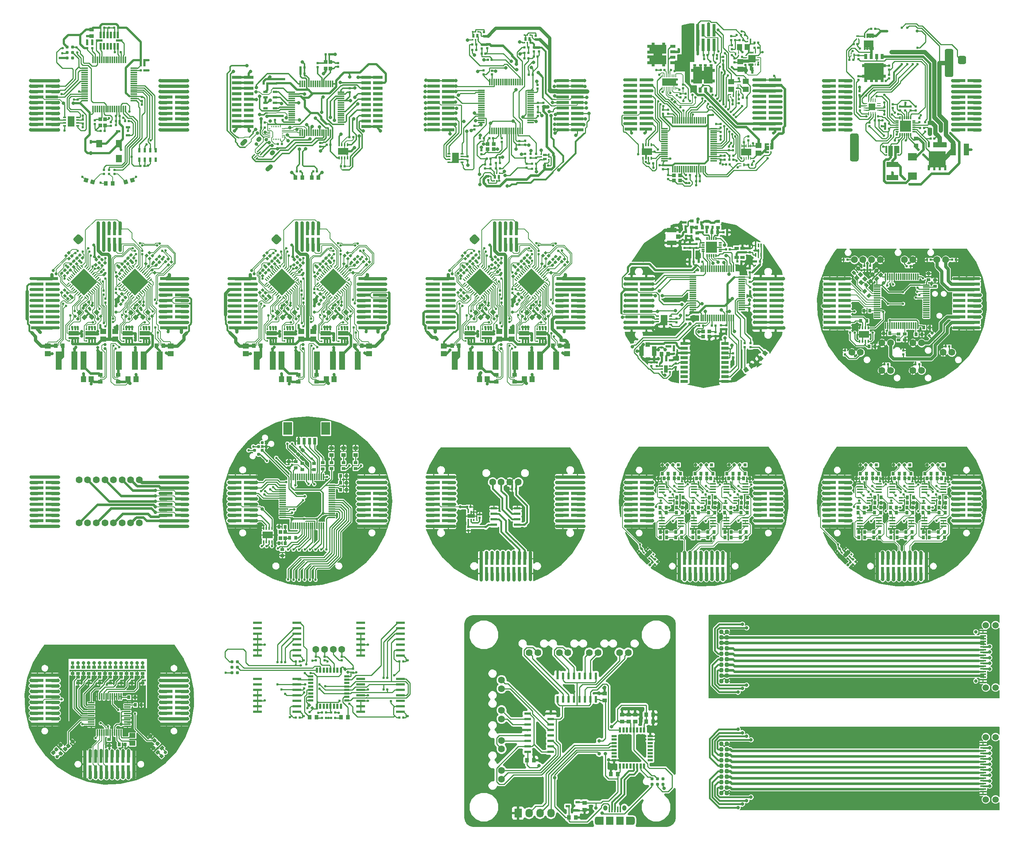
<source format=gtl>
G04 #@! TF.FileFunction,Copper,L1,Top,Signal*
%FSLAX46Y46*%
G04 Gerber Fmt 4.6, Leading zero omitted, Abs format (unit mm)*
G04 Created by KiCad (PCBNEW 4.1.0-alpha+201605071002+6776~44~ubuntu14.04.1-product) date Mon 25 Jul 2016 09:44:22 BST*
%MOMM*%
%LPD*%
G01*
G04 APERTURE LIST*
%ADD10C,0.100000*%
%ADD11R,0.620000X0.620000*%
%ADD12R,1.000000X0.950000*%
%ADD13R,0.950000X1.000000*%
%ADD14R,0.650000X0.350000*%
%ADD15R,0.800000X0.800000*%
%ADD16R,1.550000X2.400000*%
%ADD17R,0.550000X1.545000*%
%ADD18R,1.545000X0.550000*%
%ADD19R,0.600000X1.100000*%
%ADD20C,0.787000*%
%ADD21R,1.000000X0.600000*%
%ADD22R,2.920000X0.740000*%
%ADD23R,0.300000X1.500000*%
%ADD24R,1.500000X0.300000*%
%ADD25R,0.850000X0.950000*%
%ADD26R,1.400000X1.700000*%
%ADD27R,0.500000X0.900000*%
%ADD28R,2.220000X0.740000*%
%ADD29R,0.200000X0.400000*%
%ADD30R,0.400000X0.200000*%
%ADD31R,0.350000X0.650000*%
%ADD32R,2.400000X1.550000*%
%ADD33R,1.100000X0.600000*%
%ADD34C,1.000000*%
%ADD35R,0.325000X0.300000*%
%ADD36R,0.950000X0.613000*%
%ADD37R,0.950000X0.850000*%
%ADD38R,0.300000X0.325000*%
%ADD39R,0.613000X0.950000*%
%ADD40R,1.150000X1.450000*%
%ADD41R,1.450000X1.150000*%
%ADD42R,0.250000X0.600000*%
%ADD43R,0.600000X0.250000*%
%ADD44R,1.500000X1.500000*%
%ADD45C,0.300000*%
%ADD46R,1.700000X1.700000*%
%ADD47R,0.250000X0.700000*%
%ADD48R,3.300000X1.700000*%
%ADD49R,0.800000X1.200000*%
%ADD50R,2.380000X1.650000*%
%ADD51R,0.500000X1.600000*%
%ADD52R,0.400000X0.250000*%
%ADD53R,0.400000X0.700000*%
%ADD54R,0.250000X0.400000*%
%ADD55R,0.700000X0.400000*%
%ADD56R,0.740000X2.920000*%
%ADD57R,0.475000X0.800000*%
%ADD58R,0.650000X0.550000*%
%ADD59R,0.750000X0.550000*%
%ADD60R,2.025000X3.900000*%
%ADD61R,0.650000X1.250000*%
%ADD62R,0.800000X0.475000*%
%ADD63R,0.550000X0.650000*%
%ADD64R,0.550000X0.750000*%
%ADD65R,3.900000X2.025000*%
%ADD66R,1.250000X0.650000*%
%ADD67R,0.400000X0.850000*%
%ADD68R,0.400000X0.455000*%
%ADD69R,1.050000X1.100000*%
%ADD70R,1.150000X2.700000*%
%ADD71R,2.700000X1.150000*%
%ADD72R,0.800000X0.300000*%
%ADD73R,0.300000X0.800000*%
%ADD74R,0.900000X0.900000*%
%ADD75R,2.600000X2.600000*%
%ADD76R,2.000000X1.800000*%
%ADD77R,0.405000X0.760000*%
%ADD78R,2.235000X1.725000*%
%ADD79R,0.405000X0.990000*%
%ADD80R,0.610000X1.270000*%
%ADD81R,3.910000X3.810000*%
%ADD82R,0.450000X0.450000*%
%ADD83R,1.036000X2.450000*%
%ADD84R,0.562000X2.450000*%
%ADD85R,0.240000X0.900000*%
%ADD86R,0.900000X0.240000*%
%ADD87R,0.300000X0.300000*%
%ADD88C,1.500000*%
%ADD89R,1.400000X0.380000*%
%ADD90C,1.100000*%
%ADD91R,2.450000X1.036000*%
%ADD92R,2.450000X0.562000*%
%ADD93R,1.400000X4.200000*%
%ADD94C,0.800000*%
%ADD95R,1.000000X1.050000*%
%ADD96R,1.050000X2.200000*%
%ADD97R,1.800000X0.700000*%
%ADD98R,1.800000X0.800000*%
%ADD99R,0.300000X0.750000*%
%ADD100R,0.750000X0.300000*%
%ADD101R,1.100000X1.100000*%
%ADD102R,0.900000X0.750000*%
%ADD103R,0.750000X0.900000*%
%ADD104R,0.470000X0.400000*%
%ADD105R,0.500000X0.500000*%
%ADD106R,0.950000X1.700000*%
%ADD107R,0.520000X0.520000*%
%ADD108R,1.050000X1.000000*%
%ADD109R,2.200000X1.050000*%
%ADD110R,0.400000X0.950000*%
%ADD111R,1.000000X0.800000*%
%ADD112C,1.600000*%
%ADD113R,0.800000X1.600000*%
%ADD114R,2.100000X3.000000*%
%ADD115R,1.550000X0.600000*%
%ADD116R,0.400000X0.470000*%
%ADD117R,1.700000X0.950000*%
%ADD118O,0.800000X0.800000*%
%ADD119R,1.450000X0.450000*%
%ADD120R,0.950000X0.400000*%
%ADD121C,0.800000*%
%ADD122R,2.000000X0.600000*%
%ADD123R,0.500000X1.200000*%
%ADD124R,1.200000X0.500000*%
%ADD125R,1.727200X2.032000*%
%ADD126O,1.727200X2.032000*%
%ADD127R,0.600000X1.550000*%
%ADD128R,0.400000X1.350000*%
%ADD129O,1.000000X1.250000*%
%ADD130R,1.800000X1.900000*%
%ADD131R,1.575000X1.900000*%
%ADD132O,1.000000X1.900000*%
%ADD133C,0.600000*%
%ADD134C,0.700000*%
%ADD135C,0.200000*%
%ADD136C,0.280000*%
%ADD137C,0.740000*%
%ADD138C,0.300000*%
%ADD139C,0.600000*%
%ADD140C,0.400000*%
%ADD141C,0.160000*%
%ADD142C,0.250000*%
%ADD143C,0.500000*%
%ADD144C,0.450000*%
%ADD145C,0.350000*%
%ADD146C,0.180000*%
%ADD147C,0.150000*%
%ADD148C,2.000000*%
%ADD149C,0.220000*%
G04 APERTURE END LIST*
D10*
D11*
X45900000Y-56350000D03*
X45900000Y-57250000D03*
D12*
X47900000Y-35400000D03*
X47900000Y-37000000D03*
D11*
X49950000Y-35050000D03*
X50850000Y-35050000D03*
X54050000Y-35050000D03*
X53150000Y-35050000D03*
X59250000Y-67100000D03*
X60150000Y-67100000D03*
D10*
G36*
X46039035Y-70752969D02*
X46297854Y-69787043D01*
X47215483Y-70032921D01*
X46956664Y-70998847D01*
X46039035Y-70752969D01*
X46039035Y-70752969D01*
G37*
G36*
X47584517Y-71167079D02*
X47843336Y-70201153D01*
X48760965Y-70447031D01*
X48502146Y-71412957D01*
X47584517Y-71167079D01*
X47584517Y-71167079D01*
G37*
D13*
X51200000Y-71200000D03*
X52800000Y-71200000D03*
D10*
G36*
X57702146Y-69787043D02*
X57960965Y-70752969D01*
X57043336Y-70998847D01*
X56784517Y-70032921D01*
X57702146Y-69787043D01*
X57702146Y-69787043D01*
G37*
G36*
X56156664Y-70201153D02*
X56415483Y-71167079D01*
X55497854Y-71412957D01*
X55239035Y-70447031D01*
X56156664Y-70201153D01*
X56156664Y-70201153D01*
G37*
D14*
X44700000Y-57750000D03*
X44700000Y-57100000D03*
X44700000Y-56450000D03*
X44700000Y-55800000D03*
X41600000Y-55800000D03*
X41600000Y-56450000D03*
X41600000Y-57100000D03*
X41600000Y-57750000D03*
D15*
X43150000Y-57375000D03*
X43150000Y-56175000D03*
X43150000Y-57375000D03*
X43150000Y-56175000D03*
D16*
X43150000Y-56775000D03*
D17*
X54000000Y-36700000D03*
X53200000Y-36700000D03*
X52400000Y-36700000D03*
X51600000Y-36700000D03*
X50800000Y-36700000D03*
X50000000Y-36700000D03*
X50000000Y-39295000D03*
X50800000Y-39295000D03*
X51600000Y-39295000D03*
X52400000Y-39295000D03*
X53200000Y-39295000D03*
X54000000Y-39295000D03*
D18*
X54297500Y-38000000D03*
X49702500Y-38000000D03*
D19*
X59025000Y-65700000D03*
X60275000Y-65700000D03*
X61525000Y-65700000D03*
X62775000Y-65700000D03*
X62775000Y-63500000D03*
X61525000Y-63500000D03*
X60275000Y-63500000D03*
X59025000Y-63500000D03*
D20*
X42210000Y-39480000D03*
X43480000Y-39480000D03*
X42210000Y-40750000D03*
X43480000Y-40750000D03*
X42210000Y-42020000D03*
X43480000Y-42020000D03*
D21*
X56400000Y-60000000D03*
X56400000Y-58100000D03*
X54100000Y-59050000D03*
D11*
X55650000Y-56700000D03*
X56550000Y-56700000D03*
X50750000Y-68050000D03*
X50750000Y-68950000D03*
X52000000Y-68050000D03*
X52000000Y-68950000D03*
X53250000Y-68050000D03*
X53250000Y-68950000D03*
D22*
X65285000Y-47285000D03*
X68715000Y-47285000D03*
X65285000Y-48555000D03*
X68715000Y-48555000D03*
X65285000Y-49825000D03*
X68715000Y-49825000D03*
X65285000Y-51095000D03*
X68715000Y-51095000D03*
X65285000Y-52365000D03*
X68715000Y-52365000D03*
X65285000Y-53635000D03*
X68715000Y-53635000D03*
X65285000Y-54905000D03*
X68715000Y-54905000D03*
X65285000Y-56175000D03*
X68715000Y-56175000D03*
X65285000Y-57445000D03*
X68715000Y-57445000D03*
X65285000Y-58715000D03*
X68715000Y-58715000D03*
D11*
X48650000Y-57400000D03*
X48650000Y-56500000D03*
X60200000Y-43750000D03*
X59300000Y-43750000D03*
X44700000Y-51650000D03*
X44700000Y-52550000D03*
X53550000Y-56700000D03*
X54450000Y-56700000D03*
X50950000Y-59000000D03*
X50050000Y-59000000D03*
X59550000Y-52000000D03*
X59550000Y-51100000D03*
X46850000Y-38850000D03*
X46850000Y-39750000D03*
X53550000Y-55500000D03*
X54450000Y-55500000D03*
D23*
X48250000Y-53900000D03*
X48750000Y-53900000D03*
X49250000Y-53900000D03*
X49750000Y-53900000D03*
X50250000Y-53900000D03*
X50750000Y-53900000D03*
X51250000Y-53900000D03*
X51750000Y-53900000D03*
X52250000Y-53900000D03*
X52750000Y-53900000D03*
X53250000Y-53900000D03*
X53750000Y-53900000D03*
X54250000Y-53900000D03*
X54750000Y-53900000D03*
X55250000Y-53900000D03*
X55750000Y-53900000D03*
D24*
X57700000Y-51950000D03*
X57700000Y-51450000D03*
X57700000Y-50950000D03*
X57700000Y-50450000D03*
X57700000Y-49950000D03*
X57700000Y-49450000D03*
X57700000Y-48950000D03*
X57700000Y-48450000D03*
X57700000Y-47950000D03*
X57700000Y-47450000D03*
X57700000Y-46950000D03*
X57700000Y-46450000D03*
X57700000Y-45950000D03*
X57700000Y-45450000D03*
X57700000Y-44950000D03*
X57700000Y-44450000D03*
D23*
X55750000Y-42500000D03*
X55250000Y-42500000D03*
X54750000Y-42500000D03*
X54250000Y-42500000D03*
X53750000Y-42500000D03*
X53250000Y-42500000D03*
X52750000Y-42500000D03*
X52250000Y-42500000D03*
X51750000Y-42500000D03*
X51250000Y-42500000D03*
X50750000Y-42500000D03*
X50250000Y-42500000D03*
X49750000Y-42500000D03*
X49250000Y-42500000D03*
X48750000Y-42500000D03*
X48250000Y-42500000D03*
D24*
X46300000Y-44450000D03*
X46300000Y-44950000D03*
X46300000Y-45450000D03*
X46300000Y-45950000D03*
X46300000Y-46450000D03*
X46300000Y-46950000D03*
X46300000Y-47450000D03*
X46300000Y-47950000D03*
X46300000Y-48450000D03*
X46300000Y-48950000D03*
X46300000Y-49450000D03*
X46300000Y-49950000D03*
X46300000Y-50450000D03*
X46300000Y-50950000D03*
X46300000Y-51450000D03*
X46300000Y-51950000D03*
D22*
X35285000Y-47285000D03*
X38715000Y-47285000D03*
X35285000Y-48555000D03*
X38715000Y-48555000D03*
X35285000Y-49825000D03*
X38715000Y-49825000D03*
X35285000Y-51095000D03*
X38715000Y-51095000D03*
X35285000Y-52365000D03*
X38715000Y-52365000D03*
X35285000Y-53635000D03*
X38715000Y-53635000D03*
X35285000Y-54905000D03*
X38715000Y-54905000D03*
X35285000Y-56175000D03*
X38715000Y-56175000D03*
X35285000Y-57445000D03*
X38715000Y-57445000D03*
X35285000Y-58715000D03*
X38715000Y-58715000D03*
D25*
X49925000Y-56225000D03*
X49925000Y-57675000D03*
X51075000Y-57675000D03*
X51075000Y-56225000D03*
D11*
X52350000Y-57800000D03*
X52350000Y-56900000D03*
D26*
X54250000Y-61900000D03*
X49650000Y-61900000D03*
X54250000Y-65400000D03*
D11*
X60200000Y-42550000D03*
X59300000Y-42550000D03*
X48050000Y-39750000D03*
X48050000Y-38850000D03*
X59300000Y-44950000D03*
X60200000Y-44950000D03*
D27*
X47750000Y-64100000D03*
X47750000Y-61500000D03*
D23*
X103869953Y-48008473D03*
X103369953Y-48008473D03*
X102869953Y-48008473D03*
X102369953Y-48008473D03*
X101869953Y-48008473D03*
X101369953Y-48008473D03*
X100869953Y-48008473D03*
X100369953Y-48008473D03*
X99869953Y-48008473D03*
X99369953Y-48008473D03*
X98869953Y-48008473D03*
X98369953Y-48008473D03*
X97869953Y-48008473D03*
X97369953Y-48008473D03*
X96869953Y-48008473D03*
X96369953Y-48008473D03*
D24*
X94419953Y-49958473D03*
X94419953Y-50458473D03*
X94419953Y-50958473D03*
X94419953Y-51458473D03*
X94419953Y-51958473D03*
X94419953Y-52458473D03*
X94419953Y-52958473D03*
X94419953Y-53458473D03*
X94419953Y-53958473D03*
X94419953Y-54458473D03*
X94419953Y-54958473D03*
X94419953Y-55458473D03*
X94419953Y-55958473D03*
X94419953Y-56458473D03*
X94419953Y-56958473D03*
X94419953Y-57458473D03*
D23*
X96369953Y-59408473D03*
X96869953Y-59408473D03*
X97369953Y-59408473D03*
X97869953Y-59408473D03*
X98369953Y-59408473D03*
X98869953Y-59408473D03*
X99369953Y-59408473D03*
X99869953Y-59408473D03*
X100369953Y-59408473D03*
X100869953Y-59408473D03*
X101369953Y-59408473D03*
X101869953Y-59408473D03*
X102369953Y-59408473D03*
X102869953Y-59408473D03*
X103369953Y-59408473D03*
X103869953Y-59408473D03*
D24*
X105819953Y-57458473D03*
X105819953Y-56958473D03*
X105819953Y-56458473D03*
X105819953Y-55958473D03*
X105819953Y-55458473D03*
X105819953Y-54958473D03*
X105819953Y-54458473D03*
X105819953Y-53958473D03*
X105819953Y-53458473D03*
X105819953Y-52958473D03*
X105819953Y-52458473D03*
X105819953Y-51958473D03*
X105819953Y-51458473D03*
X105819953Y-50958473D03*
X105819953Y-50458473D03*
X105819953Y-49958473D03*
D28*
X84365000Y-46485000D03*
X81635000Y-46485000D03*
X84365000Y-47755000D03*
X81635000Y-47755000D03*
X84365000Y-49025000D03*
X81635000Y-49025000D03*
X84365000Y-50295000D03*
X81635000Y-50295000D03*
X84365000Y-51565000D03*
X81635000Y-51565000D03*
X84365000Y-52835000D03*
X81635000Y-52835000D03*
X84365000Y-54105000D03*
X81635000Y-54105000D03*
X84365000Y-55375000D03*
X81635000Y-55375000D03*
X84365000Y-56645000D03*
X81635000Y-56645000D03*
X84365000Y-57915000D03*
X81635000Y-57915000D03*
D11*
X95550000Y-68400000D03*
X96450000Y-68400000D03*
D29*
X91750000Y-57950000D03*
X91350000Y-57950000D03*
X90950000Y-57950000D03*
X90550000Y-57950000D03*
X90150000Y-57950000D03*
X89750000Y-57950000D03*
D30*
X89250000Y-58450000D03*
X89250000Y-58850000D03*
X89250000Y-59250000D03*
X89250000Y-59650000D03*
X89250000Y-60050000D03*
X89250000Y-60450000D03*
D29*
X89750000Y-60950000D03*
X90150000Y-60950000D03*
X90550000Y-60950000D03*
X90950000Y-60950000D03*
X91350000Y-60950000D03*
X91750000Y-60950000D03*
D30*
X92250000Y-60450000D03*
X92250000Y-60050000D03*
X92250000Y-59650000D03*
X92250000Y-59250000D03*
X92250000Y-58850000D03*
X92250000Y-58450000D03*
D11*
X92100000Y-62050000D03*
X91200000Y-62050000D03*
D28*
X114365000Y-46485000D03*
X111635000Y-46485000D03*
X114365000Y-47755000D03*
X111635000Y-47755000D03*
X114365000Y-49025000D03*
X111635000Y-49025000D03*
X114365000Y-50295000D03*
X111635000Y-50295000D03*
X114365000Y-51565000D03*
X111635000Y-51565000D03*
X114365000Y-52835000D03*
X111635000Y-52835000D03*
X114365000Y-54105000D03*
X111635000Y-54105000D03*
X114365000Y-55375000D03*
X111635000Y-55375000D03*
X114365000Y-56645000D03*
X111635000Y-56645000D03*
X114365000Y-57915000D03*
X111635000Y-57915000D03*
D31*
X107325000Y-62150000D03*
X106675000Y-62150000D03*
X106025000Y-62150000D03*
X105375000Y-62150000D03*
X105375000Y-65250000D03*
X106025000Y-65250000D03*
X106675000Y-65250000D03*
X107325000Y-65250000D03*
D15*
X106950000Y-63700000D03*
X105750000Y-63700000D03*
X106950000Y-63700000D03*
X105750000Y-63700000D03*
D32*
X106350000Y-63700000D03*
D11*
X97319953Y-45708473D03*
X96419953Y-45708473D03*
X97319953Y-44208473D03*
X96419953Y-44208473D03*
X91000000Y-46950000D03*
X91000000Y-47850000D03*
X92600000Y-46950000D03*
X92600000Y-47850000D03*
X88150000Y-58225000D03*
X87250000Y-58225000D03*
X87250000Y-57000000D03*
X88150000Y-57000000D03*
X105119953Y-43208473D03*
X105119953Y-44108473D03*
X102219953Y-41208473D03*
X103119953Y-41208473D03*
X90500000Y-55500000D03*
X90500000Y-56400000D03*
X107850000Y-50000000D03*
X107850000Y-49100000D03*
X102500000Y-62225000D03*
X103400000Y-62225000D03*
X100950000Y-61725000D03*
X100950000Y-62625000D03*
X92250000Y-56400000D03*
X92250000Y-55500000D03*
X107800000Y-60450000D03*
X108700000Y-60450000D03*
X88750000Y-47950000D03*
X87850000Y-47950000D03*
D13*
X95200000Y-69800000D03*
X96800000Y-69800000D03*
X100600000Y-69800000D03*
X99000000Y-69800000D03*
D33*
X88300000Y-49950000D03*
X88300000Y-51200000D03*
X88300000Y-52450000D03*
X88300000Y-53700000D03*
X90500000Y-53700000D03*
X90500000Y-52450000D03*
X90500000Y-51200000D03*
X90500000Y-49950000D03*
D11*
X100369953Y-43258473D03*
X100369953Y-44158473D03*
X100250000Y-68400000D03*
X99350000Y-68400000D03*
D25*
X103369953Y-44458473D03*
X103369953Y-43008473D03*
X102219953Y-43008473D03*
X102219953Y-44458473D03*
D34*
X86654944Y-60989079D02*
X86831720Y-60812303D01*
X89801569Y-64135704D02*
X89978345Y-63958928D01*
X82924955Y-61961351D02*
X83561351Y-61324955D01*
X88829297Y-67865693D02*
X89465693Y-67229297D01*
D11*
X106700000Y-67200000D03*
X105800000Y-67200000D03*
D10*
G36*
X87417627Y-63977348D02*
X87629759Y-64189480D01*
X87127713Y-64691526D01*
X86915581Y-64479394D01*
X87417627Y-63977348D01*
X87417627Y-63977348D01*
G37*
G36*
X87064074Y-63623794D02*
X87276206Y-63835926D01*
X86774160Y-64337972D01*
X86562028Y-64125840D01*
X87064074Y-63623794D01*
X87064074Y-63623794D01*
G37*
G36*
X86710520Y-63270241D02*
X86922652Y-63482373D01*
X86420606Y-63984419D01*
X86208474Y-63772287D01*
X86710520Y-63270241D01*
X86710520Y-63270241D01*
G37*
G36*
X85692287Y-64288474D02*
X85904419Y-64500606D01*
X85402373Y-65002652D01*
X85190241Y-64790520D01*
X85692287Y-64288474D01*
X85692287Y-64288474D01*
G37*
G36*
X86045840Y-64642028D02*
X86257972Y-64854160D01*
X85755926Y-65356206D01*
X85543794Y-65144074D01*
X86045840Y-64642028D01*
X86045840Y-64642028D01*
G37*
G36*
X86399394Y-64995581D02*
X86611526Y-65207713D01*
X86109480Y-65709759D01*
X85897348Y-65497627D01*
X86399394Y-64995581D01*
X86399394Y-64995581D01*
G37*
D22*
X127285000Y-47285000D03*
X130715000Y-47285000D03*
X127285000Y-48555000D03*
X130715000Y-48555000D03*
X127285000Y-49825000D03*
X130715000Y-49825000D03*
X127285000Y-51095000D03*
X130715000Y-51095000D03*
X127285000Y-52365000D03*
X130715000Y-52365000D03*
X127285000Y-53635000D03*
X130715000Y-53635000D03*
X127285000Y-54905000D03*
X130715000Y-54905000D03*
X127285000Y-56175000D03*
X130715000Y-56175000D03*
X127285000Y-57445000D03*
X130715000Y-57445000D03*
X127285000Y-58715000D03*
X130715000Y-58715000D03*
D23*
X140379340Y-58989360D03*
X140879340Y-58989360D03*
X141379340Y-58989360D03*
X141879340Y-58989360D03*
X142379340Y-58989360D03*
X142879340Y-58989360D03*
X143379340Y-58989360D03*
X143879340Y-58989360D03*
X144379340Y-58989360D03*
X144879340Y-58989360D03*
X145379340Y-58989360D03*
X145879340Y-58989360D03*
X146379340Y-58989360D03*
X146879340Y-58989360D03*
X147379340Y-58989360D03*
X147879340Y-58989360D03*
D24*
X149829340Y-57039360D03*
X149829340Y-56539360D03*
X149829340Y-56039360D03*
X149829340Y-55539360D03*
X149829340Y-55039360D03*
X149829340Y-54539360D03*
X149829340Y-54039360D03*
X149829340Y-53539360D03*
X149829340Y-53039360D03*
X149829340Y-52539360D03*
X149829340Y-52039360D03*
X149829340Y-51539360D03*
X149829340Y-51039360D03*
X149829340Y-50539360D03*
X149829340Y-50039360D03*
X149829340Y-49539360D03*
D23*
X147879340Y-47589360D03*
X147379340Y-47589360D03*
X146879340Y-47589360D03*
X146379340Y-47589360D03*
X145879340Y-47589360D03*
X145379340Y-47589360D03*
X144879340Y-47589360D03*
X144379340Y-47589360D03*
X143879340Y-47589360D03*
X143379340Y-47589360D03*
X142879340Y-47589360D03*
X142379340Y-47589360D03*
X141879340Y-47589360D03*
X141379340Y-47589360D03*
X140879340Y-47589360D03*
X140379340Y-47589360D03*
D24*
X138429340Y-49539360D03*
X138429340Y-50039360D03*
X138429340Y-50539360D03*
X138429340Y-51039360D03*
X138429340Y-51539360D03*
X138429340Y-52039360D03*
X138429340Y-52539360D03*
X138429340Y-53039360D03*
X138429340Y-53539360D03*
X138429340Y-54039360D03*
X138429340Y-54539360D03*
X138429340Y-55039360D03*
X138429340Y-55539360D03*
X138429340Y-56039360D03*
X138429340Y-56539360D03*
X138429340Y-57039360D03*
D22*
X157285000Y-47285000D03*
X160715000Y-47285000D03*
X157285000Y-48555000D03*
X160715000Y-48555000D03*
X157285000Y-49825000D03*
X160715000Y-49825000D03*
X157285000Y-51095000D03*
X160715000Y-51095000D03*
X157285000Y-52365000D03*
X160715000Y-52365000D03*
X157285000Y-53635000D03*
X160715000Y-53635000D03*
X157285000Y-54905000D03*
X160715000Y-54905000D03*
X157285000Y-56175000D03*
X160715000Y-56175000D03*
X157285000Y-57445000D03*
X160715000Y-57445000D03*
X157285000Y-58715000D03*
X160715000Y-58715000D03*
D11*
X149442600Y-45900500D03*
X150342600Y-45900500D03*
X138388940Y-64399740D03*
X138388940Y-63499740D03*
X140817600Y-42494360D03*
X139917600Y-42494360D03*
X148923485Y-67488837D03*
X148923485Y-66588837D03*
D35*
X152268885Y-64369537D03*
X152268885Y-65019537D03*
X152268885Y-65669537D03*
X154093885Y-65669537D03*
X154093885Y-65019537D03*
X154093885Y-64369537D03*
D36*
X153181385Y-65486037D03*
X153181385Y-64553037D03*
D11*
X147243380Y-62215340D03*
X147243380Y-61315340D03*
X136778580Y-58661880D03*
X136778580Y-57761880D03*
X151528360Y-54632600D03*
X151528360Y-55532600D03*
X138068480Y-60657900D03*
X138968480Y-60657900D03*
X139003620Y-36944460D03*
X139003620Y-36044460D03*
X138475300Y-38900260D03*
X138475300Y-39800260D03*
X148598365Y-65233317D03*
X148598365Y-64333317D03*
X137226040Y-38887560D03*
X136326040Y-38887560D03*
D14*
X133954700Y-66225780D03*
X133954700Y-65575780D03*
X133954700Y-64925780D03*
X133954700Y-64275780D03*
X130854700Y-64275780D03*
X130854700Y-64925780D03*
X130854700Y-65575780D03*
X130854700Y-66225780D03*
D15*
X132404700Y-65850780D03*
X132404700Y-64650780D03*
X132404700Y-65850780D03*
X132404700Y-64650780D03*
D16*
X132404700Y-65250780D03*
D11*
X151007660Y-37750480D03*
X151007660Y-36850480D03*
X140242720Y-60632500D03*
X141142720Y-60632500D03*
X138899480Y-44937420D03*
X138899480Y-45837420D03*
X148584500Y-62197560D03*
X148584500Y-61297560D03*
X140890840Y-45888220D03*
X140890840Y-44988220D03*
X151482640Y-49167360D03*
X151482640Y-48267360D03*
X135183460Y-64899280D03*
X135183460Y-65799280D03*
X143179380Y-61534620D03*
X143179380Y-60634620D03*
D37*
X141288180Y-62023460D03*
X139838180Y-62023460D03*
X139838180Y-63173460D03*
X141288180Y-63173460D03*
D11*
X149295700Y-42151460D03*
X148395700Y-42151460D03*
X141778778Y-65163748D03*
X142678778Y-65163748D03*
X151470360Y-41742520D03*
X150570360Y-41742520D03*
X151800140Y-40503000D03*
X151800140Y-39603000D03*
X139735140Y-39736340D03*
X139735140Y-38836340D03*
X139272218Y-66758868D03*
X139272218Y-67658868D03*
X149311360Y-40848440D03*
X148411360Y-40848440D03*
X149298660Y-39583520D03*
X148398660Y-39583520D03*
X150195605Y-67783057D03*
X151095605Y-67783057D03*
X150560620Y-39590300D03*
X150560620Y-40490300D03*
X139985958Y-69511808D03*
X139985958Y-70411808D03*
X153002305Y-67056617D03*
X153902305Y-67056617D03*
X137193020Y-40142320D03*
X136293020Y-40142320D03*
X141794018Y-66421048D03*
X142694018Y-66421048D03*
X149863285Y-65233317D03*
X149863285Y-64333317D03*
X140529518Y-67681308D03*
X140529518Y-66781308D03*
X151095605Y-66558777D03*
X150195605Y-66558777D03*
X141794018Y-67663108D03*
X142694018Y-67663108D03*
X151143445Y-65233317D03*
X151143445Y-64333317D03*
X152767880Y-53320260D03*
X152767880Y-52420260D03*
X151497880Y-52478680D03*
X151497880Y-53378680D03*
X139364720Y-41033860D03*
X138464720Y-41033860D03*
X139647718Y-65445688D03*
X140547718Y-65445688D03*
D38*
X148442500Y-38518220D03*
X149092500Y-38518220D03*
X149742500Y-38518220D03*
X149742500Y-36693220D03*
X149092500Y-36693220D03*
X148442500Y-36693220D03*
D39*
X149559000Y-37605720D03*
X148626000Y-37605720D03*
D38*
X136377500Y-37768060D03*
X137027500Y-37768060D03*
X137677500Y-37768060D03*
X137677500Y-35943060D03*
X137027500Y-35943060D03*
X136377500Y-35943060D03*
D39*
X137494000Y-36855560D03*
X136561000Y-36855560D03*
D38*
X142635178Y-68755308D03*
X141985178Y-68755308D03*
X141335178Y-68755308D03*
X141335178Y-70580308D03*
X141985178Y-70580308D03*
X142635178Y-70580308D03*
D39*
X141518678Y-69667808D03*
X142451678Y-69667808D03*
D11*
X196550000Y-39980000D03*
X196550000Y-39080000D03*
X195925000Y-63475000D03*
X195925000Y-62575000D03*
X196840000Y-62575000D03*
X196840000Y-63475000D03*
X185990000Y-71060000D03*
X185990000Y-70160000D03*
X181800000Y-70120000D03*
X181800000Y-69220000D03*
X194880000Y-65640000D03*
X194880000Y-64740000D03*
X193950000Y-57340000D03*
X193950000Y-58240000D03*
X180590000Y-67850000D03*
X180590000Y-66950000D03*
X188250000Y-69480000D03*
X189150000Y-69480000D03*
X193940000Y-65640000D03*
X193940000Y-64740000D03*
X180570000Y-54090000D03*
X180570000Y-54990000D03*
X188250000Y-70680000D03*
X189150000Y-70680000D03*
X181780000Y-54990000D03*
X181780000Y-54090000D03*
X193950000Y-59260000D03*
X193950000Y-60160000D03*
D40*
X200150000Y-39480000D03*
X198350000Y-39480000D03*
D11*
X201800000Y-39700000D03*
X202700000Y-39700000D03*
D41*
X198530000Y-44690000D03*
X198530000Y-42890000D03*
D11*
X184600000Y-50300000D03*
X184600000Y-51200000D03*
X177380000Y-66540000D03*
X178280000Y-66540000D03*
D10*
G36*
X182243396Y-51581802D02*
X182681802Y-51143396D01*
X183120208Y-51581802D01*
X182681802Y-52020208D01*
X182243396Y-51581802D01*
X182243396Y-51581802D01*
G37*
G36*
X182879792Y-52218198D02*
X183318198Y-51779792D01*
X183756604Y-52218198D01*
X183318198Y-52656604D01*
X182879792Y-52218198D01*
X182879792Y-52218198D01*
G37*
D11*
X180940000Y-44850000D03*
X180040000Y-44850000D03*
D23*
X182886000Y-67882000D03*
X183386000Y-67882000D03*
X183886000Y-67882000D03*
X184386000Y-67882000D03*
X184886000Y-67882000D03*
X185386000Y-67882000D03*
X185886000Y-67882000D03*
X186386000Y-67882000D03*
X186886000Y-67882000D03*
X187386000Y-67882000D03*
X187886000Y-67882000D03*
X188386000Y-67882000D03*
X188886000Y-67882000D03*
X189386000Y-67882000D03*
X189886000Y-67882000D03*
X190386000Y-67882000D03*
D24*
X192336000Y-65932000D03*
X192336000Y-65432000D03*
X192336000Y-64932000D03*
X192336000Y-64432000D03*
X192336000Y-63932000D03*
X192336000Y-63432000D03*
X192336000Y-62932000D03*
X192336000Y-62432000D03*
X192336000Y-61932000D03*
X192336000Y-61432000D03*
X192336000Y-60932000D03*
X192336000Y-60432000D03*
X192336000Y-59932000D03*
X192336000Y-59432000D03*
X192336000Y-58932000D03*
X192336000Y-58432000D03*
D23*
X190386000Y-56482000D03*
X189886000Y-56482000D03*
X189386000Y-56482000D03*
X188886000Y-56482000D03*
X188386000Y-56482000D03*
X187886000Y-56482000D03*
X187386000Y-56482000D03*
X186886000Y-56482000D03*
X186386000Y-56482000D03*
X185886000Y-56482000D03*
X185386000Y-56482000D03*
X184886000Y-56482000D03*
X184386000Y-56482000D03*
X183886000Y-56482000D03*
X183386000Y-56482000D03*
X182886000Y-56482000D03*
D24*
X180936000Y-58432000D03*
X180936000Y-58932000D03*
X180936000Y-59432000D03*
X180936000Y-59932000D03*
X180936000Y-60432000D03*
X180936000Y-60932000D03*
X180936000Y-61432000D03*
X180936000Y-61932000D03*
X180936000Y-62432000D03*
X180936000Y-62932000D03*
X180936000Y-63432000D03*
X180936000Y-63932000D03*
X180936000Y-64432000D03*
X180936000Y-64932000D03*
X180936000Y-65432000D03*
X180936000Y-65932000D03*
D42*
X200490000Y-43590000D03*
X200990000Y-43590000D03*
X201490000Y-43590000D03*
X201990000Y-43590000D03*
D43*
X202640000Y-42940000D03*
X202640000Y-42440000D03*
X202640000Y-41940000D03*
X202640000Y-41440000D03*
D42*
X201990000Y-40790000D03*
X201490000Y-40790000D03*
X200990000Y-40790000D03*
X200490000Y-40790000D03*
D43*
X199840000Y-41440000D03*
X199840000Y-41940000D03*
X199840000Y-42440000D03*
X199840000Y-42940000D03*
D44*
X201240000Y-42190000D03*
D45*
X200640000Y-42790000D03*
X201840000Y-42790000D03*
X200640000Y-41590000D03*
X201840000Y-41590000D03*
D46*
X201240000Y-42190000D03*
D31*
X175915000Y-65320000D03*
X176565000Y-65320000D03*
X177215000Y-65320000D03*
X177865000Y-65320000D03*
X177865000Y-62220000D03*
X177215000Y-62220000D03*
X176565000Y-62220000D03*
X175915000Y-62220000D03*
D15*
X176290000Y-63770000D03*
X177490000Y-63770000D03*
X176290000Y-63770000D03*
X177490000Y-63770000D03*
D32*
X176890000Y-63770000D03*
D47*
X183555000Y-46160000D03*
X183105000Y-46160000D03*
X182655000Y-46160000D03*
X182205000Y-46160000D03*
X181755000Y-46160000D03*
X181305000Y-46160000D03*
X180855000Y-46160000D03*
X180405000Y-46160000D03*
X180405000Y-49060000D03*
X180855000Y-49060000D03*
X181305000Y-49060000D03*
X181755000Y-49060000D03*
X182205000Y-49060000D03*
X182655000Y-49060000D03*
X183105000Y-49060000D03*
X183555000Y-49060000D03*
D15*
X183180000Y-47610000D03*
X181980000Y-47610000D03*
X180780000Y-47610000D03*
X183180000Y-47610000D03*
X181980000Y-47610000D03*
X180780000Y-47610000D03*
D48*
X181980000Y-47610000D03*
D47*
X200900000Y-62465000D03*
X200400000Y-62465000D03*
X199900000Y-62465000D03*
X199400000Y-62465000D03*
X198900000Y-62465000D03*
X198900000Y-65315000D03*
X199400000Y-65315000D03*
X199900000Y-65315000D03*
X200400000Y-65315000D03*
X200900000Y-65315000D03*
D49*
X200500000Y-63890000D03*
X199300000Y-63890000D03*
D50*
X199900000Y-63890000D03*
D22*
X173135000Y-47085000D03*
X176565000Y-47085000D03*
X173135000Y-48355000D03*
X176565000Y-48355000D03*
X173135000Y-49625000D03*
X176565000Y-49625000D03*
X173135000Y-50895000D03*
X176565000Y-50895000D03*
X173135000Y-52165000D03*
X176565000Y-52165000D03*
X173135000Y-53435000D03*
X176565000Y-53435000D03*
X173135000Y-54705000D03*
X176565000Y-54705000D03*
X173135000Y-55975000D03*
X176565000Y-55975000D03*
X173135000Y-57245000D03*
X176565000Y-57245000D03*
X173135000Y-58515000D03*
X176565000Y-58515000D03*
X203135000Y-47085000D03*
X206565000Y-47085000D03*
X203135000Y-48355000D03*
X206565000Y-48355000D03*
X203135000Y-49625000D03*
X206565000Y-49625000D03*
X203135000Y-50895000D03*
X206565000Y-50895000D03*
X203135000Y-52165000D03*
X206565000Y-52165000D03*
X203135000Y-53435000D03*
X206565000Y-53435000D03*
X203135000Y-54705000D03*
X206565000Y-54705000D03*
X203135000Y-55975000D03*
X206565000Y-55975000D03*
X203135000Y-57245000D03*
X206565000Y-57245000D03*
X203135000Y-58515000D03*
X206565000Y-58515000D03*
D51*
X201300000Y-44950000D03*
X199800000Y-44950000D03*
D52*
X198100000Y-40915000D03*
X198100000Y-41365000D03*
D53*
X197400000Y-41140000D03*
D52*
X200220000Y-38115000D03*
X200220000Y-37665000D03*
D53*
X200920000Y-37890000D03*
D54*
X198065000Y-49730000D03*
X197615000Y-49730000D03*
D55*
X197840000Y-49030000D03*
D54*
X198475000Y-48230000D03*
X198025000Y-48230000D03*
D55*
X198250000Y-47530000D03*
D52*
X196200000Y-50975000D03*
X196200000Y-50525000D03*
D53*
X196900000Y-50750000D03*
D52*
X198630000Y-67065000D03*
X198630000Y-66615000D03*
D53*
X199330000Y-66840000D03*
D11*
X199220000Y-37900000D03*
X198320000Y-37900000D03*
X197180000Y-42140000D03*
X197180000Y-43040000D03*
X186800000Y-69240000D03*
X185900000Y-69240000D03*
X198730000Y-36690000D03*
X199630000Y-36690000D03*
X196370000Y-37000000D03*
X196370000Y-37900000D03*
X190020000Y-41370000D03*
X190920000Y-41370000D03*
X193140000Y-41370000D03*
X192240000Y-41370000D03*
X185800000Y-50300000D03*
X185800000Y-51200000D03*
X194580000Y-42660000D03*
X194580000Y-41760000D03*
X185200000Y-49100000D03*
X185200000Y-48200000D03*
X200030000Y-51310000D03*
X199130000Y-51310000D03*
D41*
X199760000Y-47490000D03*
X199760000Y-49290000D03*
X196370000Y-47530000D03*
X196370000Y-49330000D03*
X202730000Y-62330000D03*
X202730000Y-64130000D03*
D11*
X201250000Y-66830000D03*
X200350000Y-66830000D03*
D37*
X184575000Y-69315000D03*
X183125000Y-69315000D03*
X183125000Y-70465000D03*
X184575000Y-70465000D03*
D56*
X187310000Y-39015000D03*
X187310000Y-35585000D03*
X188580000Y-39015000D03*
X188580000Y-35585000D03*
X189850000Y-39015000D03*
X189850000Y-35585000D03*
X191120000Y-39015000D03*
X191120000Y-35585000D03*
X192390000Y-39015000D03*
X192390000Y-35585000D03*
D57*
X187387500Y-47350000D03*
X187387500Y-44900000D03*
X192312500Y-47350000D03*
D58*
X187950000Y-43770000D03*
D59*
X189275000Y-43765000D03*
D60*
X188637500Y-45990000D03*
D61*
X187945000Y-49465000D03*
X189215000Y-49465000D03*
X190485000Y-49465000D03*
X191755000Y-49465000D03*
D59*
X190425000Y-43765000D03*
D60*
X191062500Y-45990000D03*
D58*
X191750000Y-43770000D03*
D57*
X192312500Y-44900000D03*
D62*
X180735000Y-43697500D03*
X178285000Y-43697500D03*
X180735000Y-38772500D03*
D63*
X177155000Y-43135000D03*
D64*
X177150000Y-41810000D03*
D65*
X179375000Y-42447500D03*
D66*
X182850000Y-43140000D03*
X182850000Y-41870000D03*
X182850000Y-40600000D03*
X182850000Y-39330000D03*
D64*
X177150000Y-40660000D03*
D65*
X179375000Y-40022500D03*
D63*
X177155000Y-39335000D03*
D62*
X178285000Y-38772500D03*
D11*
X196925000Y-64750000D03*
X196025000Y-64750000D03*
X196025000Y-65675000D03*
X196925000Y-65675000D03*
X201800000Y-38500000D03*
X202700000Y-38500000D03*
X200350000Y-61150000D03*
X200350000Y-60250000D03*
D67*
X205640000Y-62854000D03*
D68*
X205640000Y-62027500D03*
X205640000Y-63872500D03*
X204990000Y-62027500D03*
X204340000Y-62027500D03*
X204340000Y-63872500D03*
D69*
X204665000Y-62950000D03*
D68*
X204990000Y-63872500D03*
D11*
X198150000Y-52500000D03*
X198150000Y-51600000D03*
X195850000Y-51900000D03*
X196750000Y-51900000D03*
X196100000Y-66800000D03*
X195200000Y-66800000D03*
D10*
G36*
X225549009Y-59552408D02*
X225597545Y-59559607D01*
X225645142Y-59571530D01*
X225691342Y-59588060D01*
X225735698Y-59609039D01*
X225777785Y-59634265D01*
X225817197Y-59663495D01*
X225853553Y-59696447D01*
X225886505Y-59732803D01*
X225915735Y-59772215D01*
X225940961Y-59814302D01*
X225961940Y-59858658D01*
X225978470Y-59904858D01*
X225990393Y-59952455D01*
X225997592Y-60000991D01*
X226000000Y-60050000D01*
X226000000Y-65550000D01*
X225997592Y-65599009D01*
X225990393Y-65647545D01*
X225978470Y-65695142D01*
X225961940Y-65741342D01*
X225940961Y-65785698D01*
X225915735Y-65827785D01*
X225886505Y-65867197D01*
X225853553Y-65903553D01*
X225817197Y-65936505D01*
X225777785Y-65965735D01*
X225735698Y-65990961D01*
X225691342Y-66011940D01*
X225645142Y-66028470D01*
X225597545Y-66040393D01*
X225549009Y-66047592D01*
X225500000Y-66050000D01*
X224500000Y-66050000D01*
X224450991Y-66047592D01*
X224402455Y-66040393D01*
X224354858Y-66028470D01*
X224308658Y-66011940D01*
X224264302Y-65990961D01*
X224222215Y-65965735D01*
X224182803Y-65936505D01*
X224146447Y-65903553D01*
X224113495Y-65867197D01*
X224084265Y-65827785D01*
X224059039Y-65785698D01*
X224038060Y-65741342D01*
X224021530Y-65695142D01*
X224009607Y-65647545D01*
X224002408Y-65599009D01*
X224000000Y-65550000D01*
X224000000Y-60050000D01*
X224002408Y-60000991D01*
X224009607Y-59952455D01*
X224021530Y-59904858D01*
X224038060Y-59858658D01*
X224059039Y-59814302D01*
X224084265Y-59772215D01*
X224113495Y-59732803D01*
X224146447Y-59696447D01*
X224182803Y-59663495D01*
X224222215Y-59634265D01*
X224264302Y-59609039D01*
X224308658Y-59588060D01*
X224354858Y-59571530D01*
X224402455Y-59559607D01*
X224450991Y-59552408D01*
X224500000Y-59550000D01*
X225500000Y-59550000D01*
X225549009Y-59552408D01*
X225549009Y-59552408D01*
G37*
G36*
X247549009Y-39952408D02*
X247597545Y-39959607D01*
X247645142Y-39971530D01*
X247691342Y-39988060D01*
X247735698Y-40009039D01*
X247777785Y-40034265D01*
X247817197Y-40063495D01*
X247853553Y-40096447D01*
X247886505Y-40132803D01*
X247915735Y-40172215D01*
X247940961Y-40214302D01*
X247961940Y-40258658D01*
X247978470Y-40304858D01*
X247990393Y-40352455D01*
X247997592Y-40400991D01*
X248000000Y-40450000D01*
X248000000Y-45950000D01*
X247997592Y-45999009D01*
X247990393Y-46047545D01*
X247978470Y-46095142D01*
X247961940Y-46141342D01*
X247940961Y-46185698D01*
X247915735Y-46227785D01*
X247886505Y-46267197D01*
X247853553Y-46303553D01*
X247817197Y-46336505D01*
X247777785Y-46365735D01*
X247735698Y-46390961D01*
X247691342Y-46411940D01*
X247645142Y-46428470D01*
X247597545Y-46440393D01*
X247549009Y-46447592D01*
X247500000Y-46450000D01*
X246500000Y-46450000D01*
X246450991Y-46447592D01*
X246402455Y-46440393D01*
X246354858Y-46428470D01*
X246308658Y-46411940D01*
X246264302Y-46390961D01*
X246222215Y-46365735D01*
X246182803Y-46336505D01*
X246146447Y-46303553D01*
X246113495Y-46267197D01*
X246084265Y-46227785D01*
X246059039Y-46185698D01*
X246038060Y-46141342D01*
X246021530Y-46095142D01*
X246009607Y-46047545D01*
X246002408Y-45999009D01*
X246000000Y-45950000D01*
X246000000Y-40450000D01*
X246002408Y-40400991D01*
X246009607Y-40352455D01*
X246021530Y-40304858D01*
X246038060Y-40258658D01*
X246059039Y-40214302D01*
X246084265Y-40172215D01*
X246113495Y-40132803D01*
X246146447Y-40096447D01*
X246182803Y-40063495D01*
X246222215Y-40034265D01*
X246264302Y-40009039D01*
X246308658Y-39988060D01*
X246354858Y-39971530D01*
X246402455Y-39959607D01*
X246450991Y-39952408D01*
X246500000Y-39950000D01*
X247500000Y-39950000D01*
X247549009Y-39952408D01*
X247549009Y-39952408D01*
G37*
D11*
X233110000Y-45920000D03*
X233110000Y-46820000D03*
X233030000Y-58450000D03*
X232130000Y-58450000D03*
X235625000Y-54195000D03*
X235625000Y-53295000D03*
X236835000Y-54195000D03*
X236835000Y-53295000D03*
X240110000Y-56010000D03*
X240110000Y-56910000D03*
X242680000Y-60720000D03*
X243580000Y-60720000D03*
X234425000Y-61155000D03*
X235325000Y-61155000D03*
D70*
X248010000Y-63290000D03*
X251010000Y-63290000D03*
D11*
X233030000Y-57250000D03*
X232130000Y-57250000D03*
D71*
X233840000Y-66790000D03*
X233840000Y-69790000D03*
D72*
X234890000Y-56645000D03*
X234890000Y-57145000D03*
X234890000Y-57645000D03*
X234890000Y-58145000D03*
X234890000Y-58645000D03*
X234890000Y-59145000D03*
D73*
X235595000Y-59850000D03*
X236095000Y-59850000D03*
X236595000Y-59850000D03*
X237095000Y-59850000D03*
X237595000Y-59850000D03*
X238095000Y-59850000D03*
D72*
X238800000Y-59145000D03*
X238800000Y-58645000D03*
X238800000Y-58145000D03*
X238800000Y-57645000D03*
X238800000Y-57145000D03*
X238800000Y-56645000D03*
D73*
X238095000Y-55940000D03*
X237595000Y-55940000D03*
X237095000Y-55940000D03*
X236595000Y-55940000D03*
X236095000Y-55940000D03*
X235595000Y-55940000D03*
D74*
X236195000Y-57245000D03*
X236195000Y-58545000D03*
X237495000Y-57245000D03*
X237495000Y-58545000D03*
X236195000Y-57245000D03*
X236195000Y-58545000D03*
X237495000Y-57245000D03*
X237495000Y-58545000D03*
D75*
X236845000Y-57895000D03*
D22*
X219285000Y-47285000D03*
X222715000Y-47285000D03*
X219285000Y-48555000D03*
X222715000Y-48555000D03*
X219285000Y-49825000D03*
X222715000Y-49825000D03*
X219285000Y-51095000D03*
X222715000Y-51095000D03*
X219285000Y-52365000D03*
X222715000Y-52365000D03*
X219285000Y-53635000D03*
X222715000Y-53635000D03*
X219285000Y-54905000D03*
X222715000Y-54905000D03*
X219285000Y-56175000D03*
X222715000Y-56175000D03*
X219285000Y-57445000D03*
X222715000Y-57445000D03*
X219285000Y-58715000D03*
X222715000Y-58715000D03*
X249285000Y-47285000D03*
X252715000Y-47285000D03*
X249285000Y-48555000D03*
X252715000Y-48555000D03*
X249285000Y-49825000D03*
X252715000Y-49825000D03*
X249285000Y-51095000D03*
X252715000Y-51095000D03*
X249285000Y-52365000D03*
X252715000Y-52365000D03*
X249285000Y-53635000D03*
X252715000Y-53635000D03*
X249285000Y-54905000D03*
X252715000Y-54905000D03*
X249285000Y-56175000D03*
X252715000Y-56175000D03*
X249285000Y-57445000D03*
X252715000Y-57445000D03*
X249285000Y-58715000D03*
X252715000Y-58715000D03*
D76*
X238500000Y-69500000D03*
X238500000Y-65000000D03*
D54*
X225975000Y-37630000D03*
X225525000Y-37630000D03*
D55*
X225750000Y-36930000D03*
D77*
X227360000Y-39820000D03*
X228020000Y-39820000D03*
X228680000Y-39820000D03*
D78*
X228350000Y-38830000D03*
D77*
X229340000Y-39820000D03*
D79*
X227360000Y-36835000D03*
X228020000Y-36835000D03*
X228680000Y-36835000D03*
X229340000Y-36835000D03*
D52*
X224250000Y-41545000D03*
X224250000Y-41095000D03*
D53*
X224950000Y-41320000D03*
D80*
X246130000Y-62205000D03*
X244860000Y-62205000D03*
X243590000Y-62205000D03*
X242320000Y-62205000D03*
X242320000Y-67545000D03*
X243590000Y-67545000D03*
X244860000Y-67545000D03*
X246130000Y-67545000D03*
D81*
X244225000Y-65565000D03*
D11*
X233880000Y-53680000D03*
X233880000Y-52780000D03*
X228520000Y-57890000D03*
X228520000Y-56990000D03*
X231975000Y-54345000D03*
X231975000Y-53445000D03*
X238045000Y-53295000D03*
X238045000Y-54195000D03*
X230700000Y-56550000D03*
X229800000Y-56550000D03*
X224820000Y-38820000D03*
X225720000Y-38820000D03*
X239255000Y-54195000D03*
X239255000Y-53295000D03*
X226255000Y-53365000D03*
X226255000Y-54265000D03*
X229840000Y-35280000D03*
X228940000Y-35280000D03*
X223850000Y-42500000D03*
X224750000Y-42500000D03*
X225980000Y-41420000D03*
X225980000Y-42320000D03*
X233110000Y-43810000D03*
X233110000Y-44710000D03*
D12*
X239330000Y-60740000D03*
X239330000Y-62340000D03*
D11*
X240295000Y-58335000D03*
X241195000Y-58335000D03*
X225980000Y-47160000D03*
X225980000Y-46260000D03*
D12*
X242530000Y-57090000D03*
X242530000Y-58690000D03*
D57*
X232012500Y-43810000D03*
X232012500Y-46260000D03*
X227087500Y-43810000D03*
D58*
X231450000Y-47390000D03*
D59*
X230125000Y-47395000D03*
D60*
X230762500Y-45170000D03*
D61*
X231455000Y-41695000D03*
X230185000Y-41695000D03*
X228915000Y-41695000D03*
X227645000Y-41695000D03*
D59*
X228975000Y-47395000D03*
D60*
X228337500Y-45170000D03*
D58*
X227650000Y-47390000D03*
D57*
X227087500Y-46260000D03*
D82*
X235216000Y-62645000D03*
X235216000Y-63295000D03*
X235216000Y-64595000D03*
X235216000Y-63945000D03*
X232444000Y-64595000D03*
X232444000Y-63945000D03*
X232444000Y-63295000D03*
X232444000Y-62645000D03*
D83*
X233396000Y-63620000D03*
D84*
X234501000Y-63620000D03*
D85*
X228365000Y-54955000D03*
X228865000Y-54955000D03*
X229365000Y-54955000D03*
X229865000Y-54955000D03*
D86*
X230665000Y-54155000D03*
X230665000Y-53655000D03*
X230665000Y-53155000D03*
X230665000Y-52655000D03*
D85*
X229865000Y-51855000D03*
X229365000Y-51855000D03*
X228865000Y-51855000D03*
X228365000Y-51855000D03*
D86*
X227565000Y-52655000D03*
X227565000Y-53155000D03*
X227565000Y-53655000D03*
X227565000Y-54155000D03*
D87*
X228810000Y-53710000D03*
X229420000Y-53710000D03*
X228810000Y-53100000D03*
X229420000Y-53100000D03*
D44*
X229115000Y-53405000D03*
D11*
X226200000Y-50650000D03*
X226200000Y-49750000D03*
D10*
G36*
X250521558Y-41552287D02*
X250567668Y-41559127D01*
X250612885Y-41570453D01*
X250656775Y-41586157D01*
X250698913Y-41606087D01*
X250738896Y-41630052D01*
X250776337Y-41657820D01*
X250810876Y-41689124D01*
X250842180Y-41723663D01*
X250869948Y-41761104D01*
X250893913Y-41801087D01*
X250913843Y-41843225D01*
X250929547Y-41887115D01*
X250940873Y-41932332D01*
X250947713Y-41978442D01*
X250950000Y-42025000D01*
X250950000Y-42975000D01*
X250947713Y-43021558D01*
X250940873Y-43067668D01*
X250929547Y-43112885D01*
X250913843Y-43156775D01*
X250893913Y-43198913D01*
X250869948Y-43238896D01*
X250842180Y-43276337D01*
X250810876Y-43310876D01*
X250776337Y-43342180D01*
X250738896Y-43369948D01*
X250698913Y-43393913D01*
X250656775Y-43413843D01*
X250612885Y-43429547D01*
X250567668Y-43440873D01*
X250521558Y-43447713D01*
X250475000Y-43450000D01*
X249525000Y-43450000D01*
X249478442Y-43447713D01*
X249432332Y-43440873D01*
X249387115Y-43429547D01*
X249343225Y-43413843D01*
X249301087Y-43393913D01*
X249261104Y-43369948D01*
X249223663Y-43342180D01*
X249189124Y-43310876D01*
X249157820Y-43276337D01*
X249130052Y-43238896D01*
X249106087Y-43198913D01*
X249086157Y-43156775D01*
X249070453Y-43112885D01*
X249059127Y-43067668D01*
X249052287Y-43021558D01*
X249050000Y-42975000D01*
X249050000Y-42025000D01*
X249052287Y-41978442D01*
X249059127Y-41932332D01*
X249070453Y-41887115D01*
X249086157Y-41843225D01*
X249106087Y-41801087D01*
X249130052Y-41761104D01*
X249157820Y-41723663D01*
X249189124Y-41689124D01*
X249223663Y-41657820D01*
X249261104Y-41630052D01*
X249301087Y-41606087D01*
X249343225Y-41586157D01*
X249387115Y-41570453D01*
X249432332Y-41559127D01*
X249478442Y-41552287D01*
X249525000Y-41550000D01*
X250475000Y-41550000D01*
X250521558Y-41552287D01*
X250521558Y-41552287D01*
G37*
D88*
X255540000Y-188239500D03*
X255540000Y-173760500D03*
X257790000Y-188239500D03*
X257790000Y-173760500D03*
D89*
X254890000Y-174967500D03*
X254890000Y-175602500D03*
X254890000Y-176237500D03*
X254890000Y-176872500D03*
X254890000Y-177507500D03*
X254890000Y-178142500D03*
X254890000Y-178777500D03*
X254890000Y-179412500D03*
X254890000Y-180047500D03*
X254890000Y-180682500D03*
X254890000Y-181317500D03*
X254890000Y-181952500D03*
X254890000Y-182587500D03*
X254890000Y-183222500D03*
X254890000Y-183857500D03*
X254890000Y-184492500D03*
X254890000Y-185127500D03*
X254890000Y-185762500D03*
X254890000Y-186397500D03*
X254890000Y-187032500D03*
D90*
X194159000Y-175285000D03*
X195429000Y-175285000D03*
X194159000Y-176555000D03*
X195429000Y-176555000D03*
X194159000Y-177825000D03*
X195429000Y-177825000D03*
X194159000Y-179095000D03*
X195429000Y-179095000D03*
X194159000Y-180365000D03*
X195429000Y-180365000D03*
X194159000Y-181635000D03*
X195429000Y-181635000D03*
X194159000Y-182905000D03*
X195429000Y-182905000D03*
X194159000Y-184175000D03*
X195429000Y-184175000D03*
X194159000Y-185445000D03*
X195429000Y-185445000D03*
X194159000Y-186715000D03*
X195429000Y-186715000D03*
D88*
X255540000Y-214239500D03*
X255540000Y-199760500D03*
X257790000Y-214239500D03*
X257790000Y-199760500D03*
D89*
X254890000Y-200967500D03*
X254890000Y-201602500D03*
X254890000Y-202237500D03*
X254890000Y-202872500D03*
X254890000Y-203507500D03*
X254890000Y-204142500D03*
X254890000Y-204777500D03*
X254890000Y-205412500D03*
X254890000Y-206047500D03*
X254890000Y-206682500D03*
X254890000Y-207317500D03*
X254890000Y-207952500D03*
X254890000Y-208587500D03*
X254890000Y-209222500D03*
X254890000Y-209857500D03*
X254890000Y-210492500D03*
X254890000Y-211127500D03*
X254890000Y-211762500D03*
X254890000Y-212397500D03*
X254890000Y-213032500D03*
D90*
X194159000Y-201285000D03*
X195429000Y-201285000D03*
X194159000Y-202555000D03*
X195429000Y-202555000D03*
X194159000Y-203825000D03*
X195429000Y-203825000D03*
X194159000Y-205095000D03*
X195429000Y-205095000D03*
X194159000Y-206365000D03*
X195429000Y-206365000D03*
X194159000Y-207635000D03*
X195429000Y-207635000D03*
X194159000Y-208905000D03*
X195429000Y-208905000D03*
X194159000Y-210175000D03*
X195429000Y-210175000D03*
X194159000Y-211445000D03*
X195429000Y-211445000D03*
X194159000Y-212715000D03*
X195429000Y-212715000D03*
D82*
X57275000Y-107786000D03*
X56625000Y-107786000D03*
X55325000Y-107786000D03*
X55975000Y-107786000D03*
X55325000Y-105014000D03*
X55975000Y-105014000D03*
X56625000Y-105014000D03*
X57275000Y-105014000D03*
D91*
X56300000Y-105966000D03*
D92*
X56300000Y-107071000D03*
D82*
X48650000Y-107772000D03*
X48000000Y-107772000D03*
X46700000Y-107772000D03*
X47350000Y-107772000D03*
X46700000Y-105000000D03*
X47350000Y-105000000D03*
X48000000Y-105000000D03*
X48650000Y-105000000D03*
D91*
X47675000Y-105952000D03*
D92*
X47675000Y-107057000D03*
D82*
X61275000Y-107786000D03*
X60625000Y-107786000D03*
X59325000Y-107786000D03*
X59975000Y-107786000D03*
X59325000Y-105014000D03*
X59975000Y-105014000D03*
X60625000Y-105014000D03*
X61275000Y-105014000D03*
D91*
X60300000Y-105966000D03*
D92*
X60300000Y-107071000D03*
D82*
X44700000Y-107772000D03*
X44050000Y-107772000D03*
X42750000Y-107772000D03*
X43400000Y-107772000D03*
X42750000Y-105000000D03*
X43400000Y-105000000D03*
X44050000Y-105000000D03*
X44700000Y-105000000D03*
D91*
X43725000Y-105952000D03*
D92*
X43725000Y-107057000D03*
D10*
G36*
X44856604Y-89818198D02*
X44418198Y-90256604D01*
X43979792Y-89818198D01*
X44418198Y-89379792D01*
X44856604Y-89818198D01*
X44856604Y-89818198D01*
G37*
G36*
X44220208Y-89181802D02*
X43781802Y-89620208D01*
X43343396Y-89181802D01*
X43781802Y-88743396D01*
X44220208Y-89181802D01*
X44220208Y-89181802D01*
G37*
G36*
X56756604Y-89818198D02*
X56318198Y-90256604D01*
X55879792Y-89818198D01*
X56318198Y-89379792D01*
X56756604Y-89818198D01*
X56756604Y-89818198D01*
G37*
G36*
X56120208Y-89181802D02*
X55681802Y-89620208D01*
X55243396Y-89181802D01*
X55681802Y-88743396D01*
X56120208Y-89181802D01*
X56120208Y-89181802D01*
G37*
G36*
X59918198Y-99043396D02*
X60356604Y-99481802D01*
X59918198Y-99920208D01*
X59479792Y-99481802D01*
X59918198Y-99043396D01*
X59918198Y-99043396D01*
G37*
G36*
X59281802Y-99679792D02*
X59720208Y-100118198D01*
X59281802Y-100556604D01*
X58843396Y-100118198D01*
X59281802Y-99679792D01*
X59281802Y-99679792D01*
G37*
G36*
X48018198Y-99043396D02*
X48456604Y-99481802D01*
X48018198Y-99920208D01*
X47579792Y-99481802D01*
X48018198Y-99043396D01*
X48018198Y-99043396D01*
G37*
G36*
X47381802Y-99679792D02*
X47820208Y-100118198D01*
X47381802Y-100556604D01*
X46943396Y-100118198D01*
X47381802Y-99679792D01*
X47381802Y-99679792D01*
G37*
G36*
X44743396Y-87781802D02*
X45181802Y-87343396D01*
X45620208Y-87781802D01*
X45181802Y-88220208D01*
X44743396Y-87781802D01*
X44743396Y-87781802D01*
G37*
G36*
X45379792Y-88418198D02*
X45818198Y-87979792D01*
X46256604Y-88418198D01*
X45818198Y-88856604D01*
X45379792Y-88418198D01*
X45379792Y-88418198D01*
G37*
D56*
X49460000Y-85215000D03*
X49460000Y-81785000D03*
X50730000Y-85215000D03*
X50730000Y-81785000D03*
X52000000Y-85215000D03*
X52000000Y-81785000D03*
X53270000Y-85215000D03*
X53270000Y-81785000D03*
X54540000Y-85215000D03*
X54540000Y-81785000D03*
D10*
G36*
X56643396Y-87781802D02*
X57081802Y-87343396D01*
X57520208Y-87781802D01*
X57081802Y-88220208D01*
X56643396Y-87781802D01*
X56643396Y-87781802D01*
G37*
G36*
X57279792Y-88418198D02*
X57718198Y-87979792D01*
X58156604Y-88418198D01*
X57718198Y-88856604D01*
X57279792Y-88418198D01*
X57279792Y-88418198D01*
G37*
D13*
X41200000Y-108800000D03*
X39600000Y-108800000D03*
D10*
G36*
X42381802Y-98356604D02*
X41943396Y-97918198D01*
X42381802Y-97479792D01*
X42820208Y-97918198D01*
X42381802Y-98356604D01*
X42381802Y-98356604D01*
G37*
G36*
X43018198Y-97720208D02*
X42579792Y-97281802D01*
X43018198Y-96843396D01*
X43456604Y-97281802D01*
X43018198Y-97720208D01*
X43018198Y-97720208D01*
G37*
G36*
X43318198Y-87543396D02*
X43756604Y-87981802D01*
X43318198Y-88420208D01*
X42879792Y-87981802D01*
X43318198Y-87543396D01*
X43318198Y-87543396D01*
G37*
G36*
X42681802Y-88179792D02*
X43120208Y-88618198D01*
X42681802Y-89056604D01*
X42243396Y-88618198D01*
X42681802Y-88179792D01*
X42681802Y-88179792D01*
G37*
G36*
X43456604Y-91218198D02*
X43018198Y-91656604D01*
X42579792Y-91218198D01*
X43018198Y-90779792D01*
X43456604Y-91218198D01*
X43456604Y-91218198D01*
G37*
G36*
X42820208Y-90581802D02*
X42381802Y-91020208D01*
X41943396Y-90581802D01*
X42381802Y-90143396D01*
X42820208Y-90581802D01*
X42820208Y-90581802D01*
G37*
G36*
X42618198Y-86843396D02*
X43056604Y-87281802D01*
X42618198Y-87720208D01*
X42179792Y-87281802D01*
X42618198Y-86843396D01*
X42618198Y-86843396D01*
G37*
G36*
X41981802Y-87479792D02*
X42420208Y-87918198D01*
X41981802Y-88356604D01*
X41543396Y-87918198D01*
X41981802Y-87479792D01*
X41981802Y-87479792D01*
G37*
G36*
X42756604Y-91918198D02*
X42318198Y-92356604D01*
X41879792Y-91918198D01*
X42318198Y-91479792D01*
X42756604Y-91918198D01*
X42756604Y-91918198D01*
G37*
G36*
X42120208Y-91281802D02*
X41681802Y-91720208D01*
X41243396Y-91281802D01*
X41681802Y-90843396D01*
X42120208Y-91281802D01*
X42120208Y-91281802D01*
G37*
D11*
X51100000Y-98850000D03*
X51100000Y-97950000D03*
D10*
G36*
X48981802Y-89256604D02*
X48543396Y-88818198D01*
X48981802Y-88379792D01*
X49420208Y-88818198D01*
X48981802Y-89256604D01*
X48981802Y-89256604D01*
G37*
G36*
X49618198Y-88620208D02*
X49179792Y-88181802D01*
X49618198Y-87743396D01*
X50056604Y-88181802D01*
X49618198Y-88620208D01*
X49618198Y-88620208D01*
G37*
D11*
X50700000Y-96950000D03*
X50700000Y-96050000D03*
D10*
G36*
X42643396Y-89881802D02*
X43081802Y-89443396D01*
X43520208Y-89881802D01*
X43081802Y-90320208D01*
X42643396Y-89881802D01*
X42643396Y-89881802D01*
G37*
G36*
X43279792Y-90518198D02*
X43718198Y-90079792D01*
X44156604Y-90518198D01*
X43718198Y-90956604D01*
X43279792Y-90518198D01*
X43279792Y-90518198D01*
G37*
D12*
X49900000Y-117200000D03*
X49900000Y-115600000D03*
X54100000Y-115600000D03*
X54100000Y-117200000D03*
D10*
G36*
X55138406Y-99200000D02*
X54700000Y-99638406D01*
X54261594Y-99200000D01*
X54700000Y-98761594D01*
X55138406Y-99200000D01*
X55138406Y-99200000D01*
G37*
G36*
X54502010Y-98563604D02*
X54063604Y-99002010D01*
X53625198Y-98563604D01*
X54063604Y-98125198D01*
X54502010Y-98563604D01*
X54502010Y-98563604D01*
G37*
G36*
X65081802Y-89756604D02*
X64643396Y-89318198D01*
X65081802Y-88879792D01*
X65520208Y-89318198D01*
X65081802Y-89756604D01*
X65081802Y-89756604D01*
G37*
G36*
X65718198Y-89120208D02*
X65279792Y-88681802D01*
X65718198Y-88243396D01*
X66156604Y-88681802D01*
X65718198Y-89120208D01*
X65718198Y-89120208D01*
G37*
G36*
X55356604Y-91218198D02*
X54918198Y-91656604D01*
X54479792Y-91218198D01*
X54918198Y-90779792D01*
X55356604Y-91218198D01*
X55356604Y-91218198D01*
G37*
G36*
X54720208Y-90581802D02*
X54281802Y-91020208D01*
X53843396Y-90581802D01*
X54281802Y-90143396D01*
X54720208Y-90581802D01*
X54720208Y-90581802D01*
G37*
G36*
X65781802Y-90456604D02*
X65343396Y-90018198D01*
X65781802Y-89579792D01*
X66220208Y-90018198D01*
X65781802Y-90456604D01*
X65781802Y-90456604D01*
G37*
G36*
X66418198Y-89820208D02*
X65979792Y-89381802D01*
X66418198Y-88943396D01*
X66856604Y-89381802D01*
X66418198Y-89820208D01*
X66418198Y-89820208D01*
G37*
G36*
X54418198Y-91643396D02*
X54856604Y-92081802D01*
X54418198Y-92520208D01*
X53979792Y-92081802D01*
X54418198Y-91643396D01*
X54418198Y-91643396D01*
G37*
G36*
X53781802Y-92279792D02*
X54220208Y-92718198D01*
X53781802Y-93156604D01*
X53343396Y-92718198D01*
X53781802Y-92279792D01*
X53781802Y-92279792D01*
G37*
G36*
X62036396Y-87525198D02*
X62474802Y-87963604D01*
X62036396Y-88402010D01*
X61597990Y-87963604D01*
X62036396Y-87525198D01*
X62036396Y-87525198D01*
G37*
G36*
X61400000Y-88161594D02*
X61838406Y-88600000D01*
X61400000Y-89038406D01*
X60961594Y-88600000D01*
X61400000Y-88161594D01*
X61400000Y-88161594D01*
G37*
G36*
X64756604Y-88718198D02*
X64318198Y-89156604D01*
X63879792Y-88718198D01*
X64318198Y-88279792D01*
X64756604Y-88718198D01*
X64756604Y-88718198D01*
G37*
G36*
X64120208Y-88081802D02*
X63681802Y-88520208D01*
X63243396Y-88081802D01*
X63681802Y-87643396D01*
X64120208Y-88081802D01*
X64120208Y-88081802D01*
G37*
G36*
X61336396Y-86825198D02*
X61774802Y-87263604D01*
X61336396Y-87702010D01*
X60897990Y-87263604D01*
X61336396Y-86825198D01*
X61336396Y-86825198D01*
G37*
G36*
X60700000Y-87461594D02*
X61138406Y-87900000D01*
X60700000Y-88338406D01*
X60261594Y-87900000D01*
X60700000Y-87461594D01*
X60700000Y-87461594D01*
G37*
D93*
X43950000Y-112300000D03*
X40250000Y-112300000D03*
X46050000Y-112300000D03*
X49750000Y-112300000D03*
X63750000Y-112300000D03*
X60050000Y-112300000D03*
D22*
X65285000Y-93285000D03*
X68715000Y-93285000D03*
X65285000Y-94555000D03*
X68715000Y-94555000D03*
X65285000Y-95825000D03*
X68715000Y-95825000D03*
X65285000Y-97095000D03*
X68715000Y-97095000D03*
X65285000Y-98365000D03*
X68715000Y-98365000D03*
X65285000Y-99635000D03*
X68715000Y-99635000D03*
X65285000Y-100905000D03*
X68715000Y-100905000D03*
X65285000Y-102175000D03*
X68715000Y-102175000D03*
X65285000Y-103445000D03*
X68715000Y-103445000D03*
X65285000Y-104715000D03*
X68715000Y-104715000D03*
X35285000Y-93285000D03*
X38715000Y-93285000D03*
X35285000Y-94555000D03*
X38715000Y-94555000D03*
X35285000Y-95825000D03*
X38715000Y-95825000D03*
X35285000Y-97095000D03*
X38715000Y-97095000D03*
X35285000Y-98365000D03*
X38715000Y-98365000D03*
X35285000Y-99635000D03*
X38715000Y-99635000D03*
X35285000Y-100905000D03*
X38715000Y-100905000D03*
X35285000Y-102175000D03*
X38715000Y-102175000D03*
X35285000Y-103445000D03*
X38715000Y-103445000D03*
X35285000Y-104715000D03*
X38715000Y-104715000D03*
D10*
G36*
X49900699Y-93204505D02*
X50077476Y-93381282D01*
X49582501Y-93876257D01*
X49405724Y-93699480D01*
X49900699Y-93204505D01*
X49900699Y-93204505D01*
G37*
G36*
X49547146Y-92850951D02*
X49723923Y-93027728D01*
X49228948Y-93522703D01*
X49052171Y-93345926D01*
X49547146Y-92850951D01*
X49547146Y-92850951D01*
G37*
G36*
X49193592Y-92497398D02*
X49370369Y-92674175D01*
X48875394Y-93169150D01*
X48698617Y-92992373D01*
X49193592Y-92497398D01*
X49193592Y-92497398D01*
G37*
G36*
X48840039Y-92143844D02*
X49016816Y-92320621D01*
X48521841Y-92815596D01*
X48345064Y-92638819D01*
X48840039Y-92143844D01*
X48840039Y-92143844D01*
G37*
G36*
X48486485Y-91790291D02*
X48663262Y-91967068D01*
X48168287Y-92462043D01*
X47991510Y-92285266D01*
X48486485Y-91790291D01*
X48486485Y-91790291D01*
G37*
G36*
X48132932Y-91436738D02*
X48309709Y-91613515D01*
X47814734Y-92108490D01*
X47637957Y-91931713D01*
X48132932Y-91436738D01*
X48132932Y-91436738D01*
G37*
G36*
X47779379Y-91083184D02*
X47956156Y-91259961D01*
X47461181Y-91754936D01*
X47284404Y-91578159D01*
X47779379Y-91083184D01*
X47779379Y-91083184D01*
G37*
G36*
X47425825Y-90729631D02*
X47602602Y-90906408D01*
X47107627Y-91401383D01*
X46930850Y-91224606D01*
X47425825Y-90729631D01*
X47425825Y-90729631D01*
G37*
G36*
X47072272Y-90376077D02*
X47249049Y-90552854D01*
X46754074Y-91047829D01*
X46577297Y-90871052D01*
X47072272Y-90376077D01*
X47072272Y-90376077D01*
G37*
G36*
X46718718Y-90022524D02*
X46895495Y-90199301D01*
X46400520Y-90694276D01*
X46223743Y-90517499D01*
X46718718Y-90022524D01*
X46718718Y-90022524D01*
G37*
G36*
X45481282Y-90022524D02*
X45976257Y-90517499D01*
X45799480Y-90694276D01*
X45304505Y-90199301D01*
X45481282Y-90022524D01*
X45481282Y-90022524D01*
G37*
G36*
X45127728Y-90376077D02*
X45622703Y-90871052D01*
X45445926Y-91047829D01*
X44950951Y-90552854D01*
X45127728Y-90376077D01*
X45127728Y-90376077D01*
G37*
G36*
X44774175Y-90729631D02*
X45269150Y-91224606D01*
X45092373Y-91401383D01*
X44597398Y-90906408D01*
X44774175Y-90729631D01*
X44774175Y-90729631D01*
G37*
G36*
X44420621Y-91083184D02*
X44915596Y-91578159D01*
X44738819Y-91754936D01*
X44243844Y-91259961D01*
X44420621Y-91083184D01*
X44420621Y-91083184D01*
G37*
G36*
X44067068Y-91436738D02*
X44562043Y-91931713D01*
X44385266Y-92108490D01*
X43890291Y-91613515D01*
X44067068Y-91436738D01*
X44067068Y-91436738D01*
G37*
G36*
X43713515Y-91790291D02*
X44208490Y-92285266D01*
X44031713Y-92462043D01*
X43536738Y-91967068D01*
X43713515Y-91790291D01*
X43713515Y-91790291D01*
G37*
G36*
X43359961Y-92143844D02*
X43854936Y-92638819D01*
X43678159Y-92815596D01*
X43183184Y-92320621D01*
X43359961Y-92143844D01*
X43359961Y-92143844D01*
G37*
G36*
X43006408Y-92497398D02*
X43501383Y-92992373D01*
X43324606Y-93169150D01*
X42829631Y-92674175D01*
X43006408Y-92497398D01*
X43006408Y-92497398D01*
G37*
G36*
X42652854Y-92850951D02*
X43147829Y-93345926D01*
X42971052Y-93522703D01*
X42476077Y-93027728D01*
X42652854Y-92850951D01*
X42652854Y-92850951D01*
G37*
G36*
X42299301Y-93204505D02*
X42794276Y-93699480D01*
X42617499Y-93876257D01*
X42122524Y-93381282D01*
X42299301Y-93204505D01*
X42299301Y-93204505D01*
G37*
G36*
X42617499Y-94123743D02*
X42794276Y-94300520D01*
X42299301Y-94795495D01*
X42122524Y-94618718D01*
X42617499Y-94123743D01*
X42617499Y-94123743D01*
G37*
G36*
X42971052Y-94477297D02*
X43147829Y-94654074D01*
X42652854Y-95149049D01*
X42476077Y-94972272D01*
X42971052Y-94477297D01*
X42971052Y-94477297D01*
G37*
G36*
X43324606Y-94830850D02*
X43501383Y-95007627D01*
X43006408Y-95502602D01*
X42829631Y-95325825D01*
X43324606Y-94830850D01*
X43324606Y-94830850D01*
G37*
G36*
X43678159Y-95184404D02*
X43854936Y-95361181D01*
X43359961Y-95856156D01*
X43183184Y-95679379D01*
X43678159Y-95184404D01*
X43678159Y-95184404D01*
G37*
G36*
X44031713Y-95537957D02*
X44208490Y-95714734D01*
X43713515Y-96209709D01*
X43536738Y-96032932D01*
X44031713Y-95537957D01*
X44031713Y-95537957D01*
G37*
G36*
X44385266Y-95891510D02*
X44562043Y-96068287D01*
X44067068Y-96563262D01*
X43890291Y-96386485D01*
X44385266Y-95891510D01*
X44385266Y-95891510D01*
G37*
G36*
X44738819Y-96245064D02*
X44915596Y-96421841D01*
X44420621Y-96916816D01*
X44243844Y-96740039D01*
X44738819Y-96245064D01*
X44738819Y-96245064D01*
G37*
G36*
X45092373Y-96598617D02*
X45269150Y-96775394D01*
X44774175Y-97270369D01*
X44597398Y-97093592D01*
X45092373Y-96598617D01*
X45092373Y-96598617D01*
G37*
G36*
X45445926Y-96952171D02*
X45622703Y-97128948D01*
X45127728Y-97623923D01*
X44950951Y-97447146D01*
X45445926Y-96952171D01*
X45445926Y-96952171D01*
G37*
G36*
X45799480Y-97305724D02*
X45976257Y-97482501D01*
X45481282Y-97977476D01*
X45304505Y-97800699D01*
X45799480Y-97305724D01*
X45799480Y-97305724D01*
G37*
G36*
X46400520Y-97305724D02*
X46895495Y-97800699D01*
X46718718Y-97977476D01*
X46223743Y-97482501D01*
X46400520Y-97305724D01*
X46400520Y-97305724D01*
G37*
G36*
X46754074Y-96952171D02*
X47249049Y-97447146D01*
X47072272Y-97623923D01*
X46577297Y-97128948D01*
X46754074Y-96952171D01*
X46754074Y-96952171D01*
G37*
G36*
X47107627Y-96598617D02*
X47602602Y-97093592D01*
X47425825Y-97270369D01*
X46930850Y-96775394D01*
X47107627Y-96598617D01*
X47107627Y-96598617D01*
G37*
G36*
X47461181Y-96245064D02*
X47956156Y-96740039D01*
X47779379Y-96916816D01*
X47284404Y-96421841D01*
X47461181Y-96245064D01*
X47461181Y-96245064D01*
G37*
G36*
X47814734Y-95891510D02*
X48309709Y-96386485D01*
X48132932Y-96563262D01*
X47637957Y-96068287D01*
X47814734Y-95891510D01*
X47814734Y-95891510D01*
G37*
G36*
X48168287Y-95537957D02*
X48663262Y-96032932D01*
X48486485Y-96209709D01*
X47991510Y-95714734D01*
X48168287Y-95537957D01*
X48168287Y-95537957D01*
G37*
G36*
X48521841Y-95184404D02*
X49016816Y-95679379D01*
X48840039Y-95856156D01*
X48345064Y-95361181D01*
X48521841Y-95184404D01*
X48521841Y-95184404D01*
G37*
G36*
X48875394Y-94830850D02*
X49370369Y-95325825D01*
X49193592Y-95502602D01*
X48698617Y-95007627D01*
X48875394Y-94830850D01*
X48875394Y-94830850D01*
G37*
G36*
X49228948Y-94477297D02*
X49723923Y-94972272D01*
X49547146Y-95149049D01*
X49052171Y-94654074D01*
X49228948Y-94477297D01*
X49228948Y-94477297D01*
G37*
G36*
X49582501Y-94123743D02*
X50077476Y-94618718D01*
X49900699Y-94795495D01*
X49405724Y-94300520D01*
X49582501Y-94123743D01*
X49582501Y-94123743D01*
G37*
D94*
X47839483Y-94000000D03*
X46969741Y-93130259D03*
X46100000Y-92260517D03*
X46969741Y-94869741D03*
X46100000Y-94000000D03*
X45230259Y-93130259D03*
X46100000Y-95739483D03*
X45230259Y-94869741D03*
X44360517Y-94000000D03*
D10*
G36*
X46100000Y-90874588D02*
X49225412Y-94000000D01*
X46100000Y-97125412D01*
X42974588Y-94000000D01*
X46100000Y-90874588D01*
X46100000Y-90874588D01*
G37*
G36*
X44444886Y-101151993D02*
X45151993Y-100444886D01*
X45823744Y-101116637D01*
X45116637Y-101823744D01*
X44444886Y-101151993D01*
X44444886Y-101151993D01*
G37*
G36*
X45576256Y-102283363D02*
X46283363Y-101576256D01*
X46955114Y-102248007D01*
X46248007Y-102955114D01*
X45576256Y-102283363D01*
X45576256Y-102283363D01*
G37*
G36*
X49048007Y-100344886D02*
X49755114Y-101051993D01*
X49083363Y-101723744D01*
X48376256Y-101016637D01*
X49048007Y-100344886D01*
X49048007Y-100344886D01*
G37*
G36*
X47916637Y-101476256D02*
X48623744Y-102183363D01*
X47951993Y-102855114D01*
X47244886Y-102148007D01*
X47916637Y-101476256D01*
X47916637Y-101476256D01*
G37*
G36*
X56344886Y-101151993D02*
X57051993Y-100444886D01*
X57723744Y-101116637D01*
X57016637Y-101823744D01*
X56344886Y-101151993D01*
X56344886Y-101151993D01*
G37*
G36*
X57476256Y-102283363D02*
X58183363Y-101576256D01*
X58855114Y-102248007D01*
X58148007Y-102955114D01*
X57476256Y-102283363D01*
X57476256Y-102283363D01*
G37*
G36*
X60948007Y-100344886D02*
X61655114Y-101051993D01*
X60983363Y-101723744D01*
X60276256Y-101016637D01*
X60948007Y-100344886D01*
X60948007Y-100344886D01*
G37*
G36*
X59816637Y-101476256D02*
X60523744Y-102183363D01*
X59851993Y-102855114D01*
X59144886Y-102148007D01*
X59816637Y-101476256D01*
X59816637Y-101476256D01*
G37*
D41*
X37700000Y-108900000D03*
X37700000Y-110700000D03*
D10*
G36*
X44043396Y-88481802D02*
X44481802Y-88043396D01*
X44920208Y-88481802D01*
X44481802Y-88920208D01*
X44043396Y-88481802D01*
X44043396Y-88481802D01*
G37*
G36*
X44679792Y-89118198D02*
X45118198Y-88679792D01*
X45556604Y-89118198D01*
X45118198Y-89556604D01*
X44679792Y-89118198D01*
X44679792Y-89118198D01*
G37*
G36*
X47218198Y-98243396D02*
X47656604Y-98681802D01*
X47218198Y-99120208D01*
X46779792Y-98681802D01*
X47218198Y-98243396D01*
X47218198Y-98243396D01*
G37*
G36*
X46581802Y-98879792D02*
X47020208Y-99318198D01*
X46581802Y-99756604D01*
X46143396Y-99318198D01*
X46581802Y-98879792D01*
X46581802Y-98879792D01*
G37*
G36*
X45156604Y-102618198D02*
X44718198Y-103056604D01*
X44279792Y-102618198D01*
X44718198Y-102179792D01*
X45156604Y-102618198D01*
X45156604Y-102618198D01*
G37*
G36*
X44520208Y-101981802D02*
X44081802Y-102420208D01*
X43643396Y-101981802D01*
X44081802Y-101543396D01*
X44520208Y-101981802D01*
X44520208Y-101981802D01*
G37*
G36*
X40543396Y-91981802D02*
X40981802Y-91543396D01*
X41420208Y-91981802D01*
X40981802Y-92420208D01*
X40543396Y-91981802D01*
X40543396Y-91981802D01*
G37*
G36*
X41179792Y-92618198D02*
X41618198Y-92179792D01*
X42056604Y-92618198D01*
X41618198Y-93056604D01*
X41179792Y-92618198D01*
X41179792Y-92618198D01*
G37*
G36*
X41618198Y-95443396D02*
X42056604Y-95881802D01*
X41618198Y-96320208D01*
X41179792Y-95881802D01*
X41618198Y-95443396D01*
X41618198Y-95443396D01*
G37*
G36*
X40981802Y-96079792D02*
X41420208Y-96518198D01*
X40981802Y-96956604D01*
X40543396Y-96518198D01*
X40981802Y-96079792D01*
X40981802Y-96079792D01*
G37*
G36*
X51256604Y-92318198D02*
X50818198Y-92756604D01*
X50379792Y-92318198D01*
X50818198Y-91879792D01*
X51256604Y-92318198D01*
X51256604Y-92318198D01*
G37*
G36*
X50620208Y-91681802D02*
X50181802Y-92120208D01*
X49743396Y-91681802D01*
X50181802Y-91243396D01*
X50620208Y-91681802D01*
X50620208Y-91681802D01*
G37*
D41*
X50600000Y-107300000D03*
X50600000Y-105500000D03*
D10*
G36*
X49956604Y-90718198D02*
X49518198Y-91156604D01*
X49079792Y-90718198D01*
X49518198Y-90279792D01*
X49956604Y-90718198D01*
X49956604Y-90718198D01*
G37*
G36*
X49320208Y-90081802D02*
X48881802Y-90520208D01*
X48443396Y-90081802D01*
X48881802Y-89643396D01*
X49320208Y-90081802D01*
X49320208Y-90081802D01*
G37*
G36*
X51018198Y-89143396D02*
X51456604Y-89581802D01*
X51018198Y-90020208D01*
X50579792Y-89581802D01*
X51018198Y-89143396D01*
X51018198Y-89143396D01*
G37*
G36*
X50381802Y-89779792D02*
X50820208Y-90218198D01*
X50381802Y-90656604D01*
X49943396Y-90218198D01*
X50381802Y-89779792D01*
X50381802Y-89779792D01*
G37*
G36*
X50318198Y-88443396D02*
X50756604Y-88881802D01*
X50318198Y-89320208D01*
X49879792Y-88881802D01*
X50318198Y-88443396D01*
X50318198Y-88443396D01*
G37*
G36*
X49681802Y-89079792D02*
X50120208Y-89518198D01*
X49681802Y-89956604D01*
X49243396Y-89518198D01*
X49681802Y-89079792D01*
X49681802Y-89079792D01*
G37*
G36*
X50018198Y-101543396D02*
X50456604Y-101981802D01*
X50018198Y-102420208D01*
X49579792Y-101981802D01*
X50018198Y-101543396D01*
X50018198Y-101543396D01*
G37*
G36*
X49381802Y-102179792D02*
X49820208Y-102618198D01*
X49381802Y-103056604D01*
X48943396Y-102618198D01*
X49381802Y-102179792D01*
X49381802Y-102179792D01*
G37*
D40*
X47800000Y-116600000D03*
X46000000Y-116600000D03*
D10*
G36*
X55943396Y-88481802D02*
X56381802Y-88043396D01*
X56820208Y-88481802D01*
X56381802Y-88920208D01*
X55943396Y-88481802D01*
X55943396Y-88481802D01*
G37*
G36*
X56579792Y-89118198D02*
X57018198Y-88679792D01*
X57456604Y-89118198D01*
X57018198Y-89556604D01*
X56579792Y-89118198D01*
X56579792Y-89118198D01*
G37*
G36*
X59118198Y-98243396D02*
X59556604Y-98681802D01*
X59118198Y-99120208D01*
X58679792Y-98681802D01*
X59118198Y-98243396D01*
X59118198Y-98243396D01*
G37*
G36*
X58481802Y-98879792D02*
X58920208Y-99318198D01*
X58481802Y-99756604D01*
X58043396Y-99318198D01*
X58481802Y-98879792D01*
X58481802Y-98879792D01*
G37*
G36*
X55818198Y-97193396D02*
X56256604Y-97631802D01*
X55818198Y-98070208D01*
X55379792Y-97631802D01*
X55818198Y-97193396D01*
X55818198Y-97193396D01*
G37*
G36*
X55181802Y-97829792D02*
X55620208Y-98268198D01*
X55181802Y-98706604D01*
X54743396Y-98268198D01*
X55181802Y-97829792D01*
X55181802Y-97829792D01*
G37*
G36*
X57056604Y-102618198D02*
X56618198Y-103056604D01*
X56179792Y-102618198D01*
X56618198Y-102179792D01*
X57056604Y-102618198D01*
X57056604Y-102618198D01*
G37*
G36*
X56420208Y-101981802D02*
X55981802Y-102420208D01*
X55543396Y-101981802D01*
X55981802Y-101543396D01*
X56420208Y-101981802D01*
X56420208Y-101981802D01*
G37*
D11*
X53600000Y-95700000D03*
X53600000Y-96600000D03*
D10*
G36*
X54968198Y-96343396D02*
X55406604Y-96781802D01*
X54968198Y-97220208D01*
X54529792Y-96781802D01*
X54968198Y-96343396D01*
X54968198Y-96343396D01*
G37*
G36*
X54331802Y-96979792D02*
X54770208Y-97418198D01*
X54331802Y-97856604D01*
X53893396Y-97418198D01*
X54331802Y-96979792D01*
X54331802Y-96979792D01*
G37*
G36*
X63006604Y-91868198D02*
X62568198Y-92306604D01*
X62129792Y-91868198D01*
X62568198Y-91429792D01*
X63006604Y-91868198D01*
X63006604Y-91868198D01*
G37*
G36*
X62370208Y-91231802D02*
X61931802Y-91670208D01*
X61493396Y-91231802D01*
X61931802Y-90793396D01*
X62370208Y-91231802D01*
X62370208Y-91231802D01*
G37*
D41*
X53400000Y-107300000D03*
X53400000Y-105500000D03*
D10*
G36*
X61556604Y-90418198D02*
X61118198Y-90856604D01*
X60679792Y-90418198D01*
X61118198Y-89979792D01*
X61556604Y-90418198D01*
X61556604Y-90418198D01*
G37*
G36*
X60920208Y-89781802D02*
X60481802Y-90220208D01*
X60043396Y-89781802D01*
X60481802Y-89343396D01*
X60920208Y-89781802D01*
X60920208Y-89781802D01*
G37*
G36*
X62543396Y-88781802D02*
X62981802Y-88343396D01*
X63420208Y-88781802D01*
X62981802Y-89220208D01*
X62543396Y-88781802D01*
X62543396Y-88781802D01*
G37*
G36*
X63179792Y-89418198D02*
X63618198Y-88979792D01*
X64056604Y-89418198D01*
X63618198Y-89856604D01*
X63179792Y-89418198D01*
X63179792Y-89418198D01*
G37*
D41*
X66300000Y-108900000D03*
X66300000Y-110700000D03*
D10*
G36*
X61800699Y-93204505D02*
X61977476Y-93381282D01*
X61482501Y-93876257D01*
X61305724Y-93699480D01*
X61800699Y-93204505D01*
X61800699Y-93204505D01*
G37*
G36*
X61447146Y-92850951D02*
X61623923Y-93027728D01*
X61128948Y-93522703D01*
X60952171Y-93345926D01*
X61447146Y-92850951D01*
X61447146Y-92850951D01*
G37*
G36*
X61093592Y-92497398D02*
X61270369Y-92674175D01*
X60775394Y-93169150D01*
X60598617Y-92992373D01*
X61093592Y-92497398D01*
X61093592Y-92497398D01*
G37*
G36*
X60740039Y-92143844D02*
X60916816Y-92320621D01*
X60421841Y-92815596D01*
X60245064Y-92638819D01*
X60740039Y-92143844D01*
X60740039Y-92143844D01*
G37*
G36*
X60386485Y-91790291D02*
X60563262Y-91967068D01*
X60068287Y-92462043D01*
X59891510Y-92285266D01*
X60386485Y-91790291D01*
X60386485Y-91790291D01*
G37*
G36*
X60032932Y-91436738D02*
X60209709Y-91613515D01*
X59714734Y-92108490D01*
X59537957Y-91931713D01*
X60032932Y-91436738D01*
X60032932Y-91436738D01*
G37*
G36*
X59679379Y-91083184D02*
X59856156Y-91259961D01*
X59361181Y-91754936D01*
X59184404Y-91578159D01*
X59679379Y-91083184D01*
X59679379Y-91083184D01*
G37*
G36*
X59325825Y-90729631D02*
X59502602Y-90906408D01*
X59007627Y-91401383D01*
X58830850Y-91224606D01*
X59325825Y-90729631D01*
X59325825Y-90729631D01*
G37*
G36*
X58972272Y-90376077D02*
X59149049Y-90552854D01*
X58654074Y-91047829D01*
X58477297Y-90871052D01*
X58972272Y-90376077D01*
X58972272Y-90376077D01*
G37*
G36*
X58618718Y-90022524D02*
X58795495Y-90199301D01*
X58300520Y-90694276D01*
X58123743Y-90517499D01*
X58618718Y-90022524D01*
X58618718Y-90022524D01*
G37*
G36*
X57381282Y-90022524D02*
X57876257Y-90517499D01*
X57699480Y-90694276D01*
X57204505Y-90199301D01*
X57381282Y-90022524D01*
X57381282Y-90022524D01*
G37*
G36*
X57027728Y-90376077D02*
X57522703Y-90871052D01*
X57345926Y-91047829D01*
X56850951Y-90552854D01*
X57027728Y-90376077D01*
X57027728Y-90376077D01*
G37*
G36*
X56674175Y-90729631D02*
X57169150Y-91224606D01*
X56992373Y-91401383D01*
X56497398Y-90906408D01*
X56674175Y-90729631D01*
X56674175Y-90729631D01*
G37*
G36*
X56320621Y-91083184D02*
X56815596Y-91578159D01*
X56638819Y-91754936D01*
X56143844Y-91259961D01*
X56320621Y-91083184D01*
X56320621Y-91083184D01*
G37*
G36*
X55967068Y-91436738D02*
X56462043Y-91931713D01*
X56285266Y-92108490D01*
X55790291Y-91613515D01*
X55967068Y-91436738D01*
X55967068Y-91436738D01*
G37*
G36*
X55613515Y-91790291D02*
X56108490Y-92285266D01*
X55931713Y-92462043D01*
X55436738Y-91967068D01*
X55613515Y-91790291D01*
X55613515Y-91790291D01*
G37*
G36*
X55259961Y-92143844D02*
X55754936Y-92638819D01*
X55578159Y-92815596D01*
X55083184Y-92320621D01*
X55259961Y-92143844D01*
X55259961Y-92143844D01*
G37*
G36*
X54906408Y-92497398D02*
X55401383Y-92992373D01*
X55224606Y-93169150D01*
X54729631Y-92674175D01*
X54906408Y-92497398D01*
X54906408Y-92497398D01*
G37*
G36*
X54552854Y-92850951D02*
X55047829Y-93345926D01*
X54871052Y-93522703D01*
X54376077Y-93027728D01*
X54552854Y-92850951D01*
X54552854Y-92850951D01*
G37*
G36*
X54199301Y-93204505D02*
X54694276Y-93699480D01*
X54517499Y-93876257D01*
X54022524Y-93381282D01*
X54199301Y-93204505D01*
X54199301Y-93204505D01*
G37*
G36*
X54517499Y-94123743D02*
X54694276Y-94300520D01*
X54199301Y-94795495D01*
X54022524Y-94618718D01*
X54517499Y-94123743D01*
X54517499Y-94123743D01*
G37*
G36*
X54871052Y-94477297D02*
X55047829Y-94654074D01*
X54552854Y-95149049D01*
X54376077Y-94972272D01*
X54871052Y-94477297D01*
X54871052Y-94477297D01*
G37*
G36*
X55224606Y-94830850D02*
X55401383Y-95007627D01*
X54906408Y-95502602D01*
X54729631Y-95325825D01*
X55224606Y-94830850D01*
X55224606Y-94830850D01*
G37*
G36*
X55578159Y-95184404D02*
X55754936Y-95361181D01*
X55259961Y-95856156D01*
X55083184Y-95679379D01*
X55578159Y-95184404D01*
X55578159Y-95184404D01*
G37*
G36*
X55931713Y-95537957D02*
X56108490Y-95714734D01*
X55613515Y-96209709D01*
X55436738Y-96032932D01*
X55931713Y-95537957D01*
X55931713Y-95537957D01*
G37*
G36*
X56285266Y-95891510D02*
X56462043Y-96068287D01*
X55967068Y-96563262D01*
X55790291Y-96386485D01*
X56285266Y-95891510D01*
X56285266Y-95891510D01*
G37*
G36*
X56638819Y-96245064D02*
X56815596Y-96421841D01*
X56320621Y-96916816D01*
X56143844Y-96740039D01*
X56638819Y-96245064D01*
X56638819Y-96245064D01*
G37*
G36*
X56992373Y-96598617D02*
X57169150Y-96775394D01*
X56674175Y-97270369D01*
X56497398Y-97093592D01*
X56992373Y-96598617D01*
X56992373Y-96598617D01*
G37*
G36*
X57345926Y-96952171D02*
X57522703Y-97128948D01*
X57027728Y-97623923D01*
X56850951Y-97447146D01*
X57345926Y-96952171D01*
X57345926Y-96952171D01*
G37*
G36*
X57699480Y-97305724D02*
X57876257Y-97482501D01*
X57381282Y-97977476D01*
X57204505Y-97800699D01*
X57699480Y-97305724D01*
X57699480Y-97305724D01*
G37*
G36*
X58300520Y-97305724D02*
X58795495Y-97800699D01*
X58618718Y-97977476D01*
X58123743Y-97482501D01*
X58300520Y-97305724D01*
X58300520Y-97305724D01*
G37*
G36*
X58654074Y-96952171D02*
X59149049Y-97447146D01*
X58972272Y-97623923D01*
X58477297Y-97128948D01*
X58654074Y-96952171D01*
X58654074Y-96952171D01*
G37*
G36*
X59007627Y-96598617D02*
X59502602Y-97093592D01*
X59325825Y-97270369D01*
X58830850Y-96775394D01*
X59007627Y-96598617D01*
X59007627Y-96598617D01*
G37*
G36*
X59361181Y-96245064D02*
X59856156Y-96740039D01*
X59679379Y-96916816D01*
X59184404Y-96421841D01*
X59361181Y-96245064D01*
X59361181Y-96245064D01*
G37*
G36*
X59714734Y-95891510D02*
X60209709Y-96386485D01*
X60032932Y-96563262D01*
X59537957Y-96068287D01*
X59714734Y-95891510D01*
X59714734Y-95891510D01*
G37*
G36*
X60068287Y-95537957D02*
X60563262Y-96032932D01*
X60386485Y-96209709D01*
X59891510Y-95714734D01*
X60068287Y-95537957D01*
X60068287Y-95537957D01*
G37*
G36*
X60421841Y-95184404D02*
X60916816Y-95679379D01*
X60740039Y-95856156D01*
X60245064Y-95361181D01*
X60421841Y-95184404D01*
X60421841Y-95184404D01*
G37*
G36*
X60775394Y-94830850D02*
X61270369Y-95325825D01*
X61093592Y-95502602D01*
X60598617Y-95007627D01*
X60775394Y-94830850D01*
X60775394Y-94830850D01*
G37*
G36*
X61128948Y-94477297D02*
X61623923Y-94972272D01*
X61447146Y-95149049D01*
X60952171Y-94654074D01*
X61128948Y-94477297D01*
X61128948Y-94477297D01*
G37*
G36*
X61482501Y-94123743D02*
X61977476Y-94618718D01*
X61800699Y-94795495D01*
X61305724Y-94300520D01*
X61482501Y-94123743D01*
X61482501Y-94123743D01*
G37*
D94*
X59739483Y-94000000D03*
X58869741Y-93130259D03*
X58000000Y-92260517D03*
X58869741Y-94869741D03*
X58000000Y-94000000D03*
X57130259Y-93130259D03*
X58000000Y-95739483D03*
X57130259Y-94869741D03*
X56260517Y-94000000D03*
D10*
G36*
X58000000Y-90874588D02*
X61125412Y-94000000D01*
X58000000Y-97125412D01*
X54874588Y-94000000D01*
X58000000Y-90874588D01*
X58000000Y-90874588D01*
G37*
D13*
X64600000Y-108800000D03*
X63000000Y-108800000D03*
D10*
G36*
X54543396Y-89881802D02*
X54981802Y-89443396D01*
X55420208Y-89881802D01*
X54981802Y-90320208D01*
X54543396Y-89881802D01*
X54543396Y-89881802D01*
G37*
G36*
X55179792Y-90518198D02*
X55618198Y-90079792D01*
X56056604Y-90518198D01*
X55618198Y-90956604D01*
X55179792Y-90518198D01*
X55179792Y-90518198D01*
G37*
D93*
X57950000Y-112300000D03*
X54250000Y-112300000D03*
D10*
G36*
X61918198Y-101543396D02*
X62356604Y-101981802D01*
X61918198Y-102420208D01*
X61479792Y-101981802D01*
X61918198Y-101543396D01*
X61918198Y-101543396D01*
G37*
G36*
X61281802Y-102179792D02*
X61720208Y-102618198D01*
X61281802Y-103056604D01*
X60843396Y-102618198D01*
X61281802Y-102179792D01*
X61281802Y-102179792D01*
G37*
G36*
X61843396Y-89481802D02*
X62281802Y-89043396D01*
X62720208Y-89481802D01*
X62281802Y-89920208D01*
X61843396Y-89481802D01*
X61843396Y-89481802D01*
G37*
G36*
X62479792Y-90118198D02*
X62918198Y-89679792D01*
X63356604Y-90118198D01*
X62918198Y-90556604D01*
X62479792Y-90118198D01*
X62479792Y-90118198D01*
G37*
D40*
X56400000Y-116600000D03*
X58200000Y-116600000D03*
D10*
G36*
X42318198Y-96143396D02*
X42756604Y-96581802D01*
X42318198Y-97020208D01*
X41879792Y-96581802D01*
X42318198Y-96143396D01*
X42318198Y-96143396D01*
G37*
G36*
X41681802Y-96779792D02*
X42120208Y-97218198D01*
X41681802Y-97656604D01*
X41243396Y-97218198D01*
X41681802Y-96779792D01*
X41681802Y-96779792D01*
G37*
G36*
X47056604Y-100718198D02*
X46618198Y-101156604D01*
X46179792Y-100718198D01*
X46618198Y-100279792D01*
X47056604Y-100718198D01*
X47056604Y-100718198D01*
G37*
G36*
X46420208Y-100081802D02*
X45981802Y-100520208D01*
X45543396Y-100081802D01*
X45981802Y-99643396D01*
X46420208Y-100081802D01*
X46420208Y-100081802D01*
G37*
G36*
X58956604Y-100718198D02*
X58518198Y-101156604D01*
X58079792Y-100718198D01*
X58518198Y-100279792D01*
X58956604Y-100718198D01*
X58956604Y-100718198D01*
G37*
G36*
X58320208Y-100081802D02*
X57881802Y-100520208D01*
X57443396Y-100081802D01*
X57881802Y-99643396D01*
X58320208Y-100081802D01*
X58320208Y-100081802D01*
G37*
G36*
X44876558Y-82985536D02*
X44922668Y-82992376D01*
X44967885Y-83003702D01*
X45011775Y-83019406D01*
X45053913Y-83039336D01*
X45093896Y-83063301D01*
X45131337Y-83091069D01*
X45165876Y-83122373D01*
X45837627Y-83794124D01*
X45868931Y-83828663D01*
X45896699Y-83866104D01*
X45920664Y-83906087D01*
X45940594Y-83948225D01*
X45956298Y-83992115D01*
X45967624Y-84037332D01*
X45974464Y-84083442D01*
X45976751Y-84130000D01*
X45974464Y-84176558D01*
X45967624Y-84222668D01*
X45956298Y-84267885D01*
X45940594Y-84311775D01*
X45920664Y-84353913D01*
X45896699Y-84393896D01*
X45868931Y-84431337D01*
X45837627Y-84465876D01*
X45165876Y-85137627D01*
X45131337Y-85168931D01*
X45093896Y-85196699D01*
X45053913Y-85220664D01*
X45011775Y-85240594D01*
X44967885Y-85256298D01*
X44922668Y-85267624D01*
X44876558Y-85274464D01*
X44830000Y-85276751D01*
X44783442Y-85274464D01*
X44737332Y-85267624D01*
X44692115Y-85256298D01*
X44648225Y-85240594D01*
X44606087Y-85220664D01*
X44566104Y-85196699D01*
X44528663Y-85168931D01*
X44494124Y-85137627D01*
X43822373Y-84465876D01*
X43791069Y-84431337D01*
X43763301Y-84393896D01*
X43739336Y-84353913D01*
X43719406Y-84311775D01*
X43703702Y-84267885D01*
X43692376Y-84222668D01*
X43685536Y-84176558D01*
X43683249Y-84130000D01*
X43685536Y-84083442D01*
X43692376Y-84037332D01*
X43703702Y-83992115D01*
X43719406Y-83948225D01*
X43739336Y-83906087D01*
X43763301Y-83866104D01*
X43791069Y-83828663D01*
X43822373Y-83794124D01*
X44494124Y-83122373D01*
X44528663Y-83091069D01*
X44566104Y-83063301D01*
X44606087Y-83039336D01*
X44648225Y-83019406D01*
X44692115Y-83003702D01*
X44737332Y-82992376D01*
X44783442Y-82985536D01*
X44830000Y-82983249D01*
X44876558Y-82985536D01*
X44876558Y-82985536D01*
G37*
D82*
X103275000Y-107786000D03*
X102625000Y-107786000D03*
X101325000Y-107786000D03*
X101975000Y-107786000D03*
X101325000Y-105014000D03*
X101975000Y-105014000D03*
X102625000Y-105014000D03*
X103275000Y-105014000D03*
D91*
X102300000Y-105966000D03*
D92*
X102300000Y-107071000D03*
D82*
X94650000Y-107772000D03*
X94000000Y-107772000D03*
X92700000Y-107772000D03*
X93350000Y-107772000D03*
X92700000Y-105000000D03*
X93350000Y-105000000D03*
X94000000Y-105000000D03*
X94650000Y-105000000D03*
D91*
X93675000Y-105952000D03*
D92*
X93675000Y-107057000D03*
D82*
X107275000Y-107786000D03*
X106625000Y-107786000D03*
X105325000Y-107786000D03*
X105975000Y-107786000D03*
X105325000Y-105014000D03*
X105975000Y-105014000D03*
X106625000Y-105014000D03*
X107275000Y-105014000D03*
D91*
X106300000Y-105966000D03*
D92*
X106300000Y-107071000D03*
D82*
X90700000Y-107772000D03*
X90050000Y-107772000D03*
X88750000Y-107772000D03*
X89400000Y-107772000D03*
X88750000Y-105000000D03*
X89400000Y-105000000D03*
X90050000Y-105000000D03*
X90700000Y-105000000D03*
D91*
X89725000Y-105952000D03*
D92*
X89725000Y-107057000D03*
D10*
G36*
X90856604Y-89818198D02*
X90418198Y-90256604D01*
X89979792Y-89818198D01*
X90418198Y-89379792D01*
X90856604Y-89818198D01*
X90856604Y-89818198D01*
G37*
G36*
X90220208Y-89181802D02*
X89781802Y-89620208D01*
X89343396Y-89181802D01*
X89781802Y-88743396D01*
X90220208Y-89181802D01*
X90220208Y-89181802D01*
G37*
G36*
X102756604Y-89818198D02*
X102318198Y-90256604D01*
X101879792Y-89818198D01*
X102318198Y-89379792D01*
X102756604Y-89818198D01*
X102756604Y-89818198D01*
G37*
G36*
X102120208Y-89181802D02*
X101681802Y-89620208D01*
X101243396Y-89181802D01*
X101681802Y-88743396D01*
X102120208Y-89181802D01*
X102120208Y-89181802D01*
G37*
G36*
X105918198Y-99043396D02*
X106356604Y-99481802D01*
X105918198Y-99920208D01*
X105479792Y-99481802D01*
X105918198Y-99043396D01*
X105918198Y-99043396D01*
G37*
G36*
X105281802Y-99679792D02*
X105720208Y-100118198D01*
X105281802Y-100556604D01*
X104843396Y-100118198D01*
X105281802Y-99679792D01*
X105281802Y-99679792D01*
G37*
G36*
X94018198Y-99043396D02*
X94456604Y-99481802D01*
X94018198Y-99920208D01*
X93579792Y-99481802D01*
X94018198Y-99043396D01*
X94018198Y-99043396D01*
G37*
G36*
X93381802Y-99679792D02*
X93820208Y-100118198D01*
X93381802Y-100556604D01*
X92943396Y-100118198D01*
X93381802Y-99679792D01*
X93381802Y-99679792D01*
G37*
G36*
X90743396Y-87781802D02*
X91181802Y-87343396D01*
X91620208Y-87781802D01*
X91181802Y-88220208D01*
X90743396Y-87781802D01*
X90743396Y-87781802D01*
G37*
G36*
X91379792Y-88418198D02*
X91818198Y-87979792D01*
X92256604Y-88418198D01*
X91818198Y-88856604D01*
X91379792Y-88418198D01*
X91379792Y-88418198D01*
G37*
D56*
X95460000Y-85215000D03*
X95460000Y-81785000D03*
X96730000Y-85215000D03*
X96730000Y-81785000D03*
X98000000Y-85215000D03*
X98000000Y-81785000D03*
X99270000Y-85215000D03*
X99270000Y-81785000D03*
X100540000Y-85215000D03*
X100540000Y-81785000D03*
D10*
G36*
X102643396Y-87781802D02*
X103081802Y-87343396D01*
X103520208Y-87781802D01*
X103081802Y-88220208D01*
X102643396Y-87781802D01*
X102643396Y-87781802D01*
G37*
G36*
X103279792Y-88418198D02*
X103718198Y-87979792D01*
X104156604Y-88418198D01*
X103718198Y-88856604D01*
X103279792Y-88418198D01*
X103279792Y-88418198D01*
G37*
D13*
X87200000Y-108800000D03*
X85600000Y-108800000D03*
D10*
G36*
X88381802Y-98356604D02*
X87943396Y-97918198D01*
X88381802Y-97479792D01*
X88820208Y-97918198D01*
X88381802Y-98356604D01*
X88381802Y-98356604D01*
G37*
G36*
X89018198Y-97720208D02*
X88579792Y-97281802D01*
X89018198Y-96843396D01*
X89456604Y-97281802D01*
X89018198Y-97720208D01*
X89018198Y-97720208D01*
G37*
G36*
X89318198Y-87543396D02*
X89756604Y-87981802D01*
X89318198Y-88420208D01*
X88879792Y-87981802D01*
X89318198Y-87543396D01*
X89318198Y-87543396D01*
G37*
G36*
X88681802Y-88179792D02*
X89120208Y-88618198D01*
X88681802Y-89056604D01*
X88243396Y-88618198D01*
X88681802Y-88179792D01*
X88681802Y-88179792D01*
G37*
G36*
X89456604Y-91218198D02*
X89018198Y-91656604D01*
X88579792Y-91218198D01*
X89018198Y-90779792D01*
X89456604Y-91218198D01*
X89456604Y-91218198D01*
G37*
G36*
X88820208Y-90581802D02*
X88381802Y-91020208D01*
X87943396Y-90581802D01*
X88381802Y-90143396D01*
X88820208Y-90581802D01*
X88820208Y-90581802D01*
G37*
G36*
X88618198Y-86843396D02*
X89056604Y-87281802D01*
X88618198Y-87720208D01*
X88179792Y-87281802D01*
X88618198Y-86843396D01*
X88618198Y-86843396D01*
G37*
G36*
X87981802Y-87479792D02*
X88420208Y-87918198D01*
X87981802Y-88356604D01*
X87543396Y-87918198D01*
X87981802Y-87479792D01*
X87981802Y-87479792D01*
G37*
G36*
X88756604Y-91918198D02*
X88318198Y-92356604D01*
X87879792Y-91918198D01*
X88318198Y-91479792D01*
X88756604Y-91918198D01*
X88756604Y-91918198D01*
G37*
G36*
X88120208Y-91281802D02*
X87681802Y-91720208D01*
X87243396Y-91281802D01*
X87681802Y-90843396D01*
X88120208Y-91281802D01*
X88120208Y-91281802D01*
G37*
D11*
X97100000Y-98850000D03*
X97100000Y-97950000D03*
D10*
G36*
X94981802Y-89256604D02*
X94543396Y-88818198D01*
X94981802Y-88379792D01*
X95420208Y-88818198D01*
X94981802Y-89256604D01*
X94981802Y-89256604D01*
G37*
G36*
X95618198Y-88620208D02*
X95179792Y-88181802D01*
X95618198Y-87743396D01*
X96056604Y-88181802D01*
X95618198Y-88620208D01*
X95618198Y-88620208D01*
G37*
D11*
X96700000Y-96950000D03*
X96700000Y-96050000D03*
D10*
G36*
X88643396Y-89881802D02*
X89081802Y-89443396D01*
X89520208Y-89881802D01*
X89081802Y-90320208D01*
X88643396Y-89881802D01*
X88643396Y-89881802D01*
G37*
G36*
X89279792Y-90518198D02*
X89718198Y-90079792D01*
X90156604Y-90518198D01*
X89718198Y-90956604D01*
X89279792Y-90518198D01*
X89279792Y-90518198D01*
G37*
D12*
X95900000Y-117200000D03*
X95900000Y-115600000D03*
X100100000Y-115600000D03*
X100100000Y-117200000D03*
D10*
G36*
X101138406Y-99200000D02*
X100700000Y-99638406D01*
X100261594Y-99200000D01*
X100700000Y-98761594D01*
X101138406Y-99200000D01*
X101138406Y-99200000D01*
G37*
G36*
X100502010Y-98563604D02*
X100063604Y-99002010D01*
X99625198Y-98563604D01*
X100063604Y-98125198D01*
X100502010Y-98563604D01*
X100502010Y-98563604D01*
G37*
G36*
X111081802Y-89756604D02*
X110643396Y-89318198D01*
X111081802Y-88879792D01*
X111520208Y-89318198D01*
X111081802Y-89756604D01*
X111081802Y-89756604D01*
G37*
G36*
X111718198Y-89120208D02*
X111279792Y-88681802D01*
X111718198Y-88243396D01*
X112156604Y-88681802D01*
X111718198Y-89120208D01*
X111718198Y-89120208D01*
G37*
G36*
X101356604Y-91218198D02*
X100918198Y-91656604D01*
X100479792Y-91218198D01*
X100918198Y-90779792D01*
X101356604Y-91218198D01*
X101356604Y-91218198D01*
G37*
G36*
X100720208Y-90581802D02*
X100281802Y-91020208D01*
X99843396Y-90581802D01*
X100281802Y-90143396D01*
X100720208Y-90581802D01*
X100720208Y-90581802D01*
G37*
G36*
X111781802Y-90456604D02*
X111343396Y-90018198D01*
X111781802Y-89579792D01*
X112220208Y-90018198D01*
X111781802Y-90456604D01*
X111781802Y-90456604D01*
G37*
G36*
X112418198Y-89820208D02*
X111979792Y-89381802D01*
X112418198Y-88943396D01*
X112856604Y-89381802D01*
X112418198Y-89820208D01*
X112418198Y-89820208D01*
G37*
G36*
X100418198Y-91643396D02*
X100856604Y-92081802D01*
X100418198Y-92520208D01*
X99979792Y-92081802D01*
X100418198Y-91643396D01*
X100418198Y-91643396D01*
G37*
G36*
X99781802Y-92279792D02*
X100220208Y-92718198D01*
X99781802Y-93156604D01*
X99343396Y-92718198D01*
X99781802Y-92279792D01*
X99781802Y-92279792D01*
G37*
G36*
X108036396Y-87525198D02*
X108474802Y-87963604D01*
X108036396Y-88402010D01*
X107597990Y-87963604D01*
X108036396Y-87525198D01*
X108036396Y-87525198D01*
G37*
G36*
X107400000Y-88161594D02*
X107838406Y-88600000D01*
X107400000Y-89038406D01*
X106961594Y-88600000D01*
X107400000Y-88161594D01*
X107400000Y-88161594D01*
G37*
G36*
X110756604Y-88718198D02*
X110318198Y-89156604D01*
X109879792Y-88718198D01*
X110318198Y-88279792D01*
X110756604Y-88718198D01*
X110756604Y-88718198D01*
G37*
G36*
X110120208Y-88081802D02*
X109681802Y-88520208D01*
X109243396Y-88081802D01*
X109681802Y-87643396D01*
X110120208Y-88081802D01*
X110120208Y-88081802D01*
G37*
G36*
X107336396Y-86825198D02*
X107774802Y-87263604D01*
X107336396Y-87702010D01*
X106897990Y-87263604D01*
X107336396Y-86825198D01*
X107336396Y-86825198D01*
G37*
G36*
X106700000Y-87461594D02*
X107138406Y-87900000D01*
X106700000Y-88338406D01*
X106261594Y-87900000D01*
X106700000Y-87461594D01*
X106700000Y-87461594D01*
G37*
D93*
X89950000Y-112300000D03*
X86250000Y-112300000D03*
X92050000Y-112300000D03*
X95750000Y-112300000D03*
X109750000Y-112300000D03*
X106050000Y-112300000D03*
D22*
X111285000Y-93285000D03*
X114715000Y-93285000D03*
X111285000Y-94555000D03*
X114715000Y-94555000D03*
X111285000Y-95825000D03*
X114715000Y-95825000D03*
X111285000Y-97095000D03*
X114715000Y-97095000D03*
X111285000Y-98365000D03*
X114715000Y-98365000D03*
X111285000Y-99635000D03*
X114715000Y-99635000D03*
X111285000Y-100905000D03*
X114715000Y-100905000D03*
X111285000Y-102175000D03*
X114715000Y-102175000D03*
X111285000Y-103445000D03*
X114715000Y-103445000D03*
X111285000Y-104715000D03*
X114715000Y-104715000D03*
X81285000Y-93285000D03*
X84715000Y-93285000D03*
X81285000Y-94555000D03*
X84715000Y-94555000D03*
X81285000Y-95825000D03*
X84715000Y-95825000D03*
X81285000Y-97095000D03*
X84715000Y-97095000D03*
X81285000Y-98365000D03*
X84715000Y-98365000D03*
X81285000Y-99635000D03*
X84715000Y-99635000D03*
X81285000Y-100905000D03*
X84715000Y-100905000D03*
X81285000Y-102175000D03*
X84715000Y-102175000D03*
X81285000Y-103445000D03*
X84715000Y-103445000D03*
X81285000Y-104715000D03*
X84715000Y-104715000D03*
D10*
G36*
X95900699Y-93204505D02*
X96077476Y-93381282D01*
X95582501Y-93876257D01*
X95405724Y-93699480D01*
X95900699Y-93204505D01*
X95900699Y-93204505D01*
G37*
G36*
X95547146Y-92850951D02*
X95723923Y-93027728D01*
X95228948Y-93522703D01*
X95052171Y-93345926D01*
X95547146Y-92850951D01*
X95547146Y-92850951D01*
G37*
G36*
X95193592Y-92497398D02*
X95370369Y-92674175D01*
X94875394Y-93169150D01*
X94698617Y-92992373D01*
X95193592Y-92497398D01*
X95193592Y-92497398D01*
G37*
G36*
X94840039Y-92143844D02*
X95016816Y-92320621D01*
X94521841Y-92815596D01*
X94345064Y-92638819D01*
X94840039Y-92143844D01*
X94840039Y-92143844D01*
G37*
G36*
X94486485Y-91790291D02*
X94663262Y-91967068D01*
X94168287Y-92462043D01*
X93991510Y-92285266D01*
X94486485Y-91790291D01*
X94486485Y-91790291D01*
G37*
G36*
X94132932Y-91436738D02*
X94309709Y-91613515D01*
X93814734Y-92108490D01*
X93637957Y-91931713D01*
X94132932Y-91436738D01*
X94132932Y-91436738D01*
G37*
G36*
X93779379Y-91083184D02*
X93956156Y-91259961D01*
X93461181Y-91754936D01*
X93284404Y-91578159D01*
X93779379Y-91083184D01*
X93779379Y-91083184D01*
G37*
G36*
X93425825Y-90729631D02*
X93602602Y-90906408D01*
X93107627Y-91401383D01*
X92930850Y-91224606D01*
X93425825Y-90729631D01*
X93425825Y-90729631D01*
G37*
G36*
X93072272Y-90376077D02*
X93249049Y-90552854D01*
X92754074Y-91047829D01*
X92577297Y-90871052D01*
X93072272Y-90376077D01*
X93072272Y-90376077D01*
G37*
G36*
X92718718Y-90022524D02*
X92895495Y-90199301D01*
X92400520Y-90694276D01*
X92223743Y-90517499D01*
X92718718Y-90022524D01*
X92718718Y-90022524D01*
G37*
G36*
X91481282Y-90022524D02*
X91976257Y-90517499D01*
X91799480Y-90694276D01*
X91304505Y-90199301D01*
X91481282Y-90022524D01*
X91481282Y-90022524D01*
G37*
G36*
X91127728Y-90376077D02*
X91622703Y-90871052D01*
X91445926Y-91047829D01*
X90950951Y-90552854D01*
X91127728Y-90376077D01*
X91127728Y-90376077D01*
G37*
G36*
X90774175Y-90729631D02*
X91269150Y-91224606D01*
X91092373Y-91401383D01*
X90597398Y-90906408D01*
X90774175Y-90729631D01*
X90774175Y-90729631D01*
G37*
G36*
X90420621Y-91083184D02*
X90915596Y-91578159D01*
X90738819Y-91754936D01*
X90243844Y-91259961D01*
X90420621Y-91083184D01*
X90420621Y-91083184D01*
G37*
G36*
X90067068Y-91436738D02*
X90562043Y-91931713D01*
X90385266Y-92108490D01*
X89890291Y-91613515D01*
X90067068Y-91436738D01*
X90067068Y-91436738D01*
G37*
G36*
X89713515Y-91790291D02*
X90208490Y-92285266D01*
X90031713Y-92462043D01*
X89536738Y-91967068D01*
X89713515Y-91790291D01*
X89713515Y-91790291D01*
G37*
G36*
X89359961Y-92143844D02*
X89854936Y-92638819D01*
X89678159Y-92815596D01*
X89183184Y-92320621D01*
X89359961Y-92143844D01*
X89359961Y-92143844D01*
G37*
G36*
X89006408Y-92497398D02*
X89501383Y-92992373D01*
X89324606Y-93169150D01*
X88829631Y-92674175D01*
X89006408Y-92497398D01*
X89006408Y-92497398D01*
G37*
G36*
X88652854Y-92850951D02*
X89147829Y-93345926D01*
X88971052Y-93522703D01*
X88476077Y-93027728D01*
X88652854Y-92850951D01*
X88652854Y-92850951D01*
G37*
G36*
X88299301Y-93204505D02*
X88794276Y-93699480D01*
X88617499Y-93876257D01*
X88122524Y-93381282D01*
X88299301Y-93204505D01*
X88299301Y-93204505D01*
G37*
G36*
X88617499Y-94123743D02*
X88794276Y-94300520D01*
X88299301Y-94795495D01*
X88122524Y-94618718D01*
X88617499Y-94123743D01*
X88617499Y-94123743D01*
G37*
G36*
X88971052Y-94477297D02*
X89147829Y-94654074D01*
X88652854Y-95149049D01*
X88476077Y-94972272D01*
X88971052Y-94477297D01*
X88971052Y-94477297D01*
G37*
G36*
X89324606Y-94830850D02*
X89501383Y-95007627D01*
X89006408Y-95502602D01*
X88829631Y-95325825D01*
X89324606Y-94830850D01*
X89324606Y-94830850D01*
G37*
G36*
X89678159Y-95184404D02*
X89854936Y-95361181D01*
X89359961Y-95856156D01*
X89183184Y-95679379D01*
X89678159Y-95184404D01*
X89678159Y-95184404D01*
G37*
G36*
X90031713Y-95537957D02*
X90208490Y-95714734D01*
X89713515Y-96209709D01*
X89536738Y-96032932D01*
X90031713Y-95537957D01*
X90031713Y-95537957D01*
G37*
G36*
X90385266Y-95891510D02*
X90562043Y-96068287D01*
X90067068Y-96563262D01*
X89890291Y-96386485D01*
X90385266Y-95891510D01*
X90385266Y-95891510D01*
G37*
G36*
X90738819Y-96245064D02*
X90915596Y-96421841D01*
X90420621Y-96916816D01*
X90243844Y-96740039D01*
X90738819Y-96245064D01*
X90738819Y-96245064D01*
G37*
G36*
X91092373Y-96598617D02*
X91269150Y-96775394D01*
X90774175Y-97270369D01*
X90597398Y-97093592D01*
X91092373Y-96598617D01*
X91092373Y-96598617D01*
G37*
G36*
X91445926Y-96952171D02*
X91622703Y-97128948D01*
X91127728Y-97623923D01*
X90950951Y-97447146D01*
X91445926Y-96952171D01*
X91445926Y-96952171D01*
G37*
G36*
X91799480Y-97305724D02*
X91976257Y-97482501D01*
X91481282Y-97977476D01*
X91304505Y-97800699D01*
X91799480Y-97305724D01*
X91799480Y-97305724D01*
G37*
G36*
X92400520Y-97305724D02*
X92895495Y-97800699D01*
X92718718Y-97977476D01*
X92223743Y-97482501D01*
X92400520Y-97305724D01*
X92400520Y-97305724D01*
G37*
G36*
X92754074Y-96952171D02*
X93249049Y-97447146D01*
X93072272Y-97623923D01*
X92577297Y-97128948D01*
X92754074Y-96952171D01*
X92754074Y-96952171D01*
G37*
G36*
X93107627Y-96598617D02*
X93602602Y-97093592D01*
X93425825Y-97270369D01*
X92930850Y-96775394D01*
X93107627Y-96598617D01*
X93107627Y-96598617D01*
G37*
G36*
X93461181Y-96245064D02*
X93956156Y-96740039D01*
X93779379Y-96916816D01*
X93284404Y-96421841D01*
X93461181Y-96245064D01*
X93461181Y-96245064D01*
G37*
G36*
X93814734Y-95891510D02*
X94309709Y-96386485D01*
X94132932Y-96563262D01*
X93637957Y-96068287D01*
X93814734Y-95891510D01*
X93814734Y-95891510D01*
G37*
G36*
X94168287Y-95537957D02*
X94663262Y-96032932D01*
X94486485Y-96209709D01*
X93991510Y-95714734D01*
X94168287Y-95537957D01*
X94168287Y-95537957D01*
G37*
G36*
X94521841Y-95184404D02*
X95016816Y-95679379D01*
X94840039Y-95856156D01*
X94345064Y-95361181D01*
X94521841Y-95184404D01*
X94521841Y-95184404D01*
G37*
G36*
X94875394Y-94830850D02*
X95370369Y-95325825D01*
X95193592Y-95502602D01*
X94698617Y-95007627D01*
X94875394Y-94830850D01*
X94875394Y-94830850D01*
G37*
G36*
X95228948Y-94477297D02*
X95723923Y-94972272D01*
X95547146Y-95149049D01*
X95052171Y-94654074D01*
X95228948Y-94477297D01*
X95228948Y-94477297D01*
G37*
G36*
X95582501Y-94123743D02*
X96077476Y-94618718D01*
X95900699Y-94795495D01*
X95405724Y-94300520D01*
X95582501Y-94123743D01*
X95582501Y-94123743D01*
G37*
D94*
X93839483Y-94000000D03*
X92969741Y-93130259D03*
X92100000Y-92260517D03*
X92969741Y-94869741D03*
X92100000Y-94000000D03*
X91230259Y-93130259D03*
X92100000Y-95739483D03*
X91230259Y-94869741D03*
X90360517Y-94000000D03*
D10*
G36*
X92100000Y-90874588D02*
X95225412Y-94000000D01*
X92100000Y-97125412D01*
X88974588Y-94000000D01*
X92100000Y-90874588D01*
X92100000Y-90874588D01*
G37*
G36*
X90444886Y-101151993D02*
X91151993Y-100444886D01*
X91823744Y-101116637D01*
X91116637Y-101823744D01*
X90444886Y-101151993D01*
X90444886Y-101151993D01*
G37*
G36*
X91576256Y-102283363D02*
X92283363Y-101576256D01*
X92955114Y-102248007D01*
X92248007Y-102955114D01*
X91576256Y-102283363D01*
X91576256Y-102283363D01*
G37*
G36*
X95048007Y-100344886D02*
X95755114Y-101051993D01*
X95083363Y-101723744D01*
X94376256Y-101016637D01*
X95048007Y-100344886D01*
X95048007Y-100344886D01*
G37*
G36*
X93916637Y-101476256D02*
X94623744Y-102183363D01*
X93951993Y-102855114D01*
X93244886Y-102148007D01*
X93916637Y-101476256D01*
X93916637Y-101476256D01*
G37*
G36*
X102344886Y-101151993D02*
X103051993Y-100444886D01*
X103723744Y-101116637D01*
X103016637Y-101823744D01*
X102344886Y-101151993D01*
X102344886Y-101151993D01*
G37*
G36*
X103476256Y-102283363D02*
X104183363Y-101576256D01*
X104855114Y-102248007D01*
X104148007Y-102955114D01*
X103476256Y-102283363D01*
X103476256Y-102283363D01*
G37*
G36*
X106948007Y-100344886D02*
X107655114Y-101051993D01*
X106983363Y-101723744D01*
X106276256Y-101016637D01*
X106948007Y-100344886D01*
X106948007Y-100344886D01*
G37*
G36*
X105816637Y-101476256D02*
X106523744Y-102183363D01*
X105851993Y-102855114D01*
X105144886Y-102148007D01*
X105816637Y-101476256D01*
X105816637Y-101476256D01*
G37*
D41*
X83700000Y-108900000D03*
X83700000Y-110700000D03*
D10*
G36*
X90043396Y-88481802D02*
X90481802Y-88043396D01*
X90920208Y-88481802D01*
X90481802Y-88920208D01*
X90043396Y-88481802D01*
X90043396Y-88481802D01*
G37*
G36*
X90679792Y-89118198D02*
X91118198Y-88679792D01*
X91556604Y-89118198D01*
X91118198Y-89556604D01*
X90679792Y-89118198D01*
X90679792Y-89118198D01*
G37*
G36*
X93218198Y-98243396D02*
X93656604Y-98681802D01*
X93218198Y-99120208D01*
X92779792Y-98681802D01*
X93218198Y-98243396D01*
X93218198Y-98243396D01*
G37*
G36*
X92581802Y-98879792D02*
X93020208Y-99318198D01*
X92581802Y-99756604D01*
X92143396Y-99318198D01*
X92581802Y-98879792D01*
X92581802Y-98879792D01*
G37*
G36*
X91156604Y-102618198D02*
X90718198Y-103056604D01*
X90279792Y-102618198D01*
X90718198Y-102179792D01*
X91156604Y-102618198D01*
X91156604Y-102618198D01*
G37*
G36*
X90520208Y-101981802D02*
X90081802Y-102420208D01*
X89643396Y-101981802D01*
X90081802Y-101543396D01*
X90520208Y-101981802D01*
X90520208Y-101981802D01*
G37*
G36*
X86543396Y-91981802D02*
X86981802Y-91543396D01*
X87420208Y-91981802D01*
X86981802Y-92420208D01*
X86543396Y-91981802D01*
X86543396Y-91981802D01*
G37*
G36*
X87179792Y-92618198D02*
X87618198Y-92179792D01*
X88056604Y-92618198D01*
X87618198Y-93056604D01*
X87179792Y-92618198D01*
X87179792Y-92618198D01*
G37*
G36*
X87618198Y-95443396D02*
X88056604Y-95881802D01*
X87618198Y-96320208D01*
X87179792Y-95881802D01*
X87618198Y-95443396D01*
X87618198Y-95443396D01*
G37*
G36*
X86981802Y-96079792D02*
X87420208Y-96518198D01*
X86981802Y-96956604D01*
X86543396Y-96518198D01*
X86981802Y-96079792D01*
X86981802Y-96079792D01*
G37*
G36*
X97256604Y-92318198D02*
X96818198Y-92756604D01*
X96379792Y-92318198D01*
X96818198Y-91879792D01*
X97256604Y-92318198D01*
X97256604Y-92318198D01*
G37*
G36*
X96620208Y-91681802D02*
X96181802Y-92120208D01*
X95743396Y-91681802D01*
X96181802Y-91243396D01*
X96620208Y-91681802D01*
X96620208Y-91681802D01*
G37*
D41*
X96600000Y-107300000D03*
X96600000Y-105500000D03*
D10*
G36*
X95956604Y-90718198D02*
X95518198Y-91156604D01*
X95079792Y-90718198D01*
X95518198Y-90279792D01*
X95956604Y-90718198D01*
X95956604Y-90718198D01*
G37*
G36*
X95320208Y-90081802D02*
X94881802Y-90520208D01*
X94443396Y-90081802D01*
X94881802Y-89643396D01*
X95320208Y-90081802D01*
X95320208Y-90081802D01*
G37*
G36*
X97018198Y-89143396D02*
X97456604Y-89581802D01*
X97018198Y-90020208D01*
X96579792Y-89581802D01*
X97018198Y-89143396D01*
X97018198Y-89143396D01*
G37*
G36*
X96381802Y-89779792D02*
X96820208Y-90218198D01*
X96381802Y-90656604D01*
X95943396Y-90218198D01*
X96381802Y-89779792D01*
X96381802Y-89779792D01*
G37*
G36*
X96318198Y-88443396D02*
X96756604Y-88881802D01*
X96318198Y-89320208D01*
X95879792Y-88881802D01*
X96318198Y-88443396D01*
X96318198Y-88443396D01*
G37*
G36*
X95681802Y-89079792D02*
X96120208Y-89518198D01*
X95681802Y-89956604D01*
X95243396Y-89518198D01*
X95681802Y-89079792D01*
X95681802Y-89079792D01*
G37*
G36*
X96018198Y-101543396D02*
X96456604Y-101981802D01*
X96018198Y-102420208D01*
X95579792Y-101981802D01*
X96018198Y-101543396D01*
X96018198Y-101543396D01*
G37*
G36*
X95381802Y-102179792D02*
X95820208Y-102618198D01*
X95381802Y-103056604D01*
X94943396Y-102618198D01*
X95381802Y-102179792D01*
X95381802Y-102179792D01*
G37*
D40*
X93800000Y-116600000D03*
X92000000Y-116600000D03*
D10*
G36*
X101943396Y-88481802D02*
X102381802Y-88043396D01*
X102820208Y-88481802D01*
X102381802Y-88920208D01*
X101943396Y-88481802D01*
X101943396Y-88481802D01*
G37*
G36*
X102579792Y-89118198D02*
X103018198Y-88679792D01*
X103456604Y-89118198D01*
X103018198Y-89556604D01*
X102579792Y-89118198D01*
X102579792Y-89118198D01*
G37*
G36*
X105118198Y-98243396D02*
X105556604Y-98681802D01*
X105118198Y-99120208D01*
X104679792Y-98681802D01*
X105118198Y-98243396D01*
X105118198Y-98243396D01*
G37*
G36*
X104481802Y-98879792D02*
X104920208Y-99318198D01*
X104481802Y-99756604D01*
X104043396Y-99318198D01*
X104481802Y-98879792D01*
X104481802Y-98879792D01*
G37*
G36*
X101818198Y-97193396D02*
X102256604Y-97631802D01*
X101818198Y-98070208D01*
X101379792Y-97631802D01*
X101818198Y-97193396D01*
X101818198Y-97193396D01*
G37*
G36*
X101181802Y-97829792D02*
X101620208Y-98268198D01*
X101181802Y-98706604D01*
X100743396Y-98268198D01*
X101181802Y-97829792D01*
X101181802Y-97829792D01*
G37*
G36*
X103056604Y-102618198D02*
X102618198Y-103056604D01*
X102179792Y-102618198D01*
X102618198Y-102179792D01*
X103056604Y-102618198D01*
X103056604Y-102618198D01*
G37*
G36*
X102420208Y-101981802D02*
X101981802Y-102420208D01*
X101543396Y-101981802D01*
X101981802Y-101543396D01*
X102420208Y-101981802D01*
X102420208Y-101981802D01*
G37*
D11*
X99600000Y-95700000D03*
X99600000Y-96600000D03*
D10*
G36*
X100968198Y-96343396D02*
X101406604Y-96781802D01*
X100968198Y-97220208D01*
X100529792Y-96781802D01*
X100968198Y-96343396D01*
X100968198Y-96343396D01*
G37*
G36*
X100331802Y-96979792D02*
X100770208Y-97418198D01*
X100331802Y-97856604D01*
X99893396Y-97418198D01*
X100331802Y-96979792D01*
X100331802Y-96979792D01*
G37*
G36*
X109006604Y-91868198D02*
X108568198Y-92306604D01*
X108129792Y-91868198D01*
X108568198Y-91429792D01*
X109006604Y-91868198D01*
X109006604Y-91868198D01*
G37*
G36*
X108370208Y-91231802D02*
X107931802Y-91670208D01*
X107493396Y-91231802D01*
X107931802Y-90793396D01*
X108370208Y-91231802D01*
X108370208Y-91231802D01*
G37*
D41*
X99400000Y-107300000D03*
X99400000Y-105500000D03*
D10*
G36*
X107556604Y-90418198D02*
X107118198Y-90856604D01*
X106679792Y-90418198D01*
X107118198Y-89979792D01*
X107556604Y-90418198D01*
X107556604Y-90418198D01*
G37*
G36*
X106920208Y-89781802D02*
X106481802Y-90220208D01*
X106043396Y-89781802D01*
X106481802Y-89343396D01*
X106920208Y-89781802D01*
X106920208Y-89781802D01*
G37*
G36*
X108543396Y-88781802D02*
X108981802Y-88343396D01*
X109420208Y-88781802D01*
X108981802Y-89220208D01*
X108543396Y-88781802D01*
X108543396Y-88781802D01*
G37*
G36*
X109179792Y-89418198D02*
X109618198Y-88979792D01*
X110056604Y-89418198D01*
X109618198Y-89856604D01*
X109179792Y-89418198D01*
X109179792Y-89418198D01*
G37*
D41*
X112300000Y-108900000D03*
X112300000Y-110700000D03*
D10*
G36*
X107800699Y-93204505D02*
X107977476Y-93381282D01*
X107482501Y-93876257D01*
X107305724Y-93699480D01*
X107800699Y-93204505D01*
X107800699Y-93204505D01*
G37*
G36*
X107447146Y-92850951D02*
X107623923Y-93027728D01*
X107128948Y-93522703D01*
X106952171Y-93345926D01*
X107447146Y-92850951D01*
X107447146Y-92850951D01*
G37*
G36*
X107093592Y-92497398D02*
X107270369Y-92674175D01*
X106775394Y-93169150D01*
X106598617Y-92992373D01*
X107093592Y-92497398D01*
X107093592Y-92497398D01*
G37*
G36*
X106740039Y-92143844D02*
X106916816Y-92320621D01*
X106421841Y-92815596D01*
X106245064Y-92638819D01*
X106740039Y-92143844D01*
X106740039Y-92143844D01*
G37*
G36*
X106386485Y-91790291D02*
X106563262Y-91967068D01*
X106068287Y-92462043D01*
X105891510Y-92285266D01*
X106386485Y-91790291D01*
X106386485Y-91790291D01*
G37*
G36*
X106032932Y-91436738D02*
X106209709Y-91613515D01*
X105714734Y-92108490D01*
X105537957Y-91931713D01*
X106032932Y-91436738D01*
X106032932Y-91436738D01*
G37*
G36*
X105679379Y-91083184D02*
X105856156Y-91259961D01*
X105361181Y-91754936D01*
X105184404Y-91578159D01*
X105679379Y-91083184D01*
X105679379Y-91083184D01*
G37*
G36*
X105325825Y-90729631D02*
X105502602Y-90906408D01*
X105007627Y-91401383D01*
X104830850Y-91224606D01*
X105325825Y-90729631D01*
X105325825Y-90729631D01*
G37*
G36*
X104972272Y-90376077D02*
X105149049Y-90552854D01*
X104654074Y-91047829D01*
X104477297Y-90871052D01*
X104972272Y-90376077D01*
X104972272Y-90376077D01*
G37*
G36*
X104618718Y-90022524D02*
X104795495Y-90199301D01*
X104300520Y-90694276D01*
X104123743Y-90517499D01*
X104618718Y-90022524D01*
X104618718Y-90022524D01*
G37*
G36*
X103381282Y-90022524D02*
X103876257Y-90517499D01*
X103699480Y-90694276D01*
X103204505Y-90199301D01*
X103381282Y-90022524D01*
X103381282Y-90022524D01*
G37*
G36*
X103027728Y-90376077D02*
X103522703Y-90871052D01*
X103345926Y-91047829D01*
X102850951Y-90552854D01*
X103027728Y-90376077D01*
X103027728Y-90376077D01*
G37*
G36*
X102674175Y-90729631D02*
X103169150Y-91224606D01*
X102992373Y-91401383D01*
X102497398Y-90906408D01*
X102674175Y-90729631D01*
X102674175Y-90729631D01*
G37*
G36*
X102320621Y-91083184D02*
X102815596Y-91578159D01*
X102638819Y-91754936D01*
X102143844Y-91259961D01*
X102320621Y-91083184D01*
X102320621Y-91083184D01*
G37*
G36*
X101967068Y-91436738D02*
X102462043Y-91931713D01*
X102285266Y-92108490D01*
X101790291Y-91613515D01*
X101967068Y-91436738D01*
X101967068Y-91436738D01*
G37*
G36*
X101613515Y-91790291D02*
X102108490Y-92285266D01*
X101931713Y-92462043D01*
X101436738Y-91967068D01*
X101613515Y-91790291D01*
X101613515Y-91790291D01*
G37*
G36*
X101259961Y-92143844D02*
X101754936Y-92638819D01*
X101578159Y-92815596D01*
X101083184Y-92320621D01*
X101259961Y-92143844D01*
X101259961Y-92143844D01*
G37*
G36*
X100906408Y-92497398D02*
X101401383Y-92992373D01*
X101224606Y-93169150D01*
X100729631Y-92674175D01*
X100906408Y-92497398D01*
X100906408Y-92497398D01*
G37*
G36*
X100552854Y-92850951D02*
X101047829Y-93345926D01*
X100871052Y-93522703D01*
X100376077Y-93027728D01*
X100552854Y-92850951D01*
X100552854Y-92850951D01*
G37*
G36*
X100199301Y-93204505D02*
X100694276Y-93699480D01*
X100517499Y-93876257D01*
X100022524Y-93381282D01*
X100199301Y-93204505D01*
X100199301Y-93204505D01*
G37*
G36*
X100517499Y-94123743D02*
X100694276Y-94300520D01*
X100199301Y-94795495D01*
X100022524Y-94618718D01*
X100517499Y-94123743D01*
X100517499Y-94123743D01*
G37*
G36*
X100871052Y-94477297D02*
X101047829Y-94654074D01*
X100552854Y-95149049D01*
X100376077Y-94972272D01*
X100871052Y-94477297D01*
X100871052Y-94477297D01*
G37*
G36*
X101224606Y-94830850D02*
X101401383Y-95007627D01*
X100906408Y-95502602D01*
X100729631Y-95325825D01*
X101224606Y-94830850D01*
X101224606Y-94830850D01*
G37*
G36*
X101578159Y-95184404D02*
X101754936Y-95361181D01*
X101259961Y-95856156D01*
X101083184Y-95679379D01*
X101578159Y-95184404D01*
X101578159Y-95184404D01*
G37*
G36*
X101931713Y-95537957D02*
X102108490Y-95714734D01*
X101613515Y-96209709D01*
X101436738Y-96032932D01*
X101931713Y-95537957D01*
X101931713Y-95537957D01*
G37*
G36*
X102285266Y-95891510D02*
X102462043Y-96068287D01*
X101967068Y-96563262D01*
X101790291Y-96386485D01*
X102285266Y-95891510D01*
X102285266Y-95891510D01*
G37*
G36*
X102638819Y-96245064D02*
X102815596Y-96421841D01*
X102320621Y-96916816D01*
X102143844Y-96740039D01*
X102638819Y-96245064D01*
X102638819Y-96245064D01*
G37*
G36*
X102992373Y-96598617D02*
X103169150Y-96775394D01*
X102674175Y-97270369D01*
X102497398Y-97093592D01*
X102992373Y-96598617D01*
X102992373Y-96598617D01*
G37*
G36*
X103345926Y-96952171D02*
X103522703Y-97128948D01*
X103027728Y-97623923D01*
X102850951Y-97447146D01*
X103345926Y-96952171D01*
X103345926Y-96952171D01*
G37*
G36*
X103699480Y-97305724D02*
X103876257Y-97482501D01*
X103381282Y-97977476D01*
X103204505Y-97800699D01*
X103699480Y-97305724D01*
X103699480Y-97305724D01*
G37*
G36*
X104300520Y-97305724D02*
X104795495Y-97800699D01*
X104618718Y-97977476D01*
X104123743Y-97482501D01*
X104300520Y-97305724D01*
X104300520Y-97305724D01*
G37*
G36*
X104654074Y-96952171D02*
X105149049Y-97447146D01*
X104972272Y-97623923D01*
X104477297Y-97128948D01*
X104654074Y-96952171D01*
X104654074Y-96952171D01*
G37*
G36*
X105007627Y-96598617D02*
X105502602Y-97093592D01*
X105325825Y-97270369D01*
X104830850Y-96775394D01*
X105007627Y-96598617D01*
X105007627Y-96598617D01*
G37*
G36*
X105361181Y-96245064D02*
X105856156Y-96740039D01*
X105679379Y-96916816D01*
X105184404Y-96421841D01*
X105361181Y-96245064D01*
X105361181Y-96245064D01*
G37*
G36*
X105714734Y-95891510D02*
X106209709Y-96386485D01*
X106032932Y-96563262D01*
X105537957Y-96068287D01*
X105714734Y-95891510D01*
X105714734Y-95891510D01*
G37*
G36*
X106068287Y-95537957D02*
X106563262Y-96032932D01*
X106386485Y-96209709D01*
X105891510Y-95714734D01*
X106068287Y-95537957D01*
X106068287Y-95537957D01*
G37*
G36*
X106421841Y-95184404D02*
X106916816Y-95679379D01*
X106740039Y-95856156D01*
X106245064Y-95361181D01*
X106421841Y-95184404D01*
X106421841Y-95184404D01*
G37*
G36*
X106775394Y-94830850D02*
X107270369Y-95325825D01*
X107093592Y-95502602D01*
X106598617Y-95007627D01*
X106775394Y-94830850D01*
X106775394Y-94830850D01*
G37*
G36*
X107128948Y-94477297D02*
X107623923Y-94972272D01*
X107447146Y-95149049D01*
X106952171Y-94654074D01*
X107128948Y-94477297D01*
X107128948Y-94477297D01*
G37*
G36*
X107482501Y-94123743D02*
X107977476Y-94618718D01*
X107800699Y-94795495D01*
X107305724Y-94300520D01*
X107482501Y-94123743D01*
X107482501Y-94123743D01*
G37*
D94*
X105739483Y-94000000D03*
X104869741Y-93130259D03*
X104000000Y-92260517D03*
X104869741Y-94869741D03*
X104000000Y-94000000D03*
X103130259Y-93130259D03*
X104000000Y-95739483D03*
X103130259Y-94869741D03*
X102260517Y-94000000D03*
D10*
G36*
X104000000Y-90874588D02*
X107125412Y-94000000D01*
X104000000Y-97125412D01*
X100874588Y-94000000D01*
X104000000Y-90874588D01*
X104000000Y-90874588D01*
G37*
D13*
X110600000Y-108800000D03*
X109000000Y-108800000D03*
D10*
G36*
X100543396Y-89881802D02*
X100981802Y-89443396D01*
X101420208Y-89881802D01*
X100981802Y-90320208D01*
X100543396Y-89881802D01*
X100543396Y-89881802D01*
G37*
G36*
X101179792Y-90518198D02*
X101618198Y-90079792D01*
X102056604Y-90518198D01*
X101618198Y-90956604D01*
X101179792Y-90518198D01*
X101179792Y-90518198D01*
G37*
D93*
X103950000Y-112300000D03*
X100250000Y-112300000D03*
D10*
G36*
X107918198Y-101543396D02*
X108356604Y-101981802D01*
X107918198Y-102420208D01*
X107479792Y-101981802D01*
X107918198Y-101543396D01*
X107918198Y-101543396D01*
G37*
G36*
X107281802Y-102179792D02*
X107720208Y-102618198D01*
X107281802Y-103056604D01*
X106843396Y-102618198D01*
X107281802Y-102179792D01*
X107281802Y-102179792D01*
G37*
G36*
X107843396Y-89481802D02*
X108281802Y-89043396D01*
X108720208Y-89481802D01*
X108281802Y-89920208D01*
X107843396Y-89481802D01*
X107843396Y-89481802D01*
G37*
G36*
X108479792Y-90118198D02*
X108918198Y-89679792D01*
X109356604Y-90118198D01*
X108918198Y-90556604D01*
X108479792Y-90118198D01*
X108479792Y-90118198D01*
G37*
D40*
X102400000Y-116600000D03*
X104200000Y-116600000D03*
D10*
G36*
X88318198Y-96143396D02*
X88756604Y-96581802D01*
X88318198Y-97020208D01*
X87879792Y-96581802D01*
X88318198Y-96143396D01*
X88318198Y-96143396D01*
G37*
G36*
X87681802Y-96779792D02*
X88120208Y-97218198D01*
X87681802Y-97656604D01*
X87243396Y-97218198D01*
X87681802Y-96779792D01*
X87681802Y-96779792D01*
G37*
G36*
X93056604Y-100718198D02*
X92618198Y-101156604D01*
X92179792Y-100718198D01*
X92618198Y-100279792D01*
X93056604Y-100718198D01*
X93056604Y-100718198D01*
G37*
G36*
X92420208Y-100081802D02*
X91981802Y-100520208D01*
X91543396Y-100081802D01*
X91981802Y-99643396D01*
X92420208Y-100081802D01*
X92420208Y-100081802D01*
G37*
G36*
X104956604Y-100718198D02*
X104518198Y-101156604D01*
X104079792Y-100718198D01*
X104518198Y-100279792D01*
X104956604Y-100718198D01*
X104956604Y-100718198D01*
G37*
G36*
X104320208Y-100081802D02*
X103881802Y-100520208D01*
X103443396Y-100081802D01*
X103881802Y-99643396D01*
X104320208Y-100081802D01*
X104320208Y-100081802D01*
G37*
G36*
X90876558Y-82985536D02*
X90922668Y-82992376D01*
X90967885Y-83003702D01*
X91011775Y-83019406D01*
X91053913Y-83039336D01*
X91093896Y-83063301D01*
X91131337Y-83091069D01*
X91165876Y-83122373D01*
X91837627Y-83794124D01*
X91868931Y-83828663D01*
X91896699Y-83866104D01*
X91920664Y-83906087D01*
X91940594Y-83948225D01*
X91956298Y-83992115D01*
X91967624Y-84037332D01*
X91974464Y-84083442D01*
X91976751Y-84130000D01*
X91974464Y-84176558D01*
X91967624Y-84222668D01*
X91956298Y-84267885D01*
X91940594Y-84311775D01*
X91920664Y-84353913D01*
X91896699Y-84393896D01*
X91868931Y-84431337D01*
X91837627Y-84465876D01*
X91165876Y-85137627D01*
X91131337Y-85168931D01*
X91093896Y-85196699D01*
X91053913Y-85220664D01*
X91011775Y-85240594D01*
X90967885Y-85256298D01*
X90922668Y-85267624D01*
X90876558Y-85274464D01*
X90830000Y-85276751D01*
X90783442Y-85274464D01*
X90737332Y-85267624D01*
X90692115Y-85256298D01*
X90648225Y-85240594D01*
X90606087Y-85220664D01*
X90566104Y-85196699D01*
X90528663Y-85168931D01*
X90494124Y-85137627D01*
X89822373Y-84465876D01*
X89791069Y-84431337D01*
X89763301Y-84393896D01*
X89739336Y-84353913D01*
X89719406Y-84311775D01*
X89703702Y-84267885D01*
X89692376Y-84222668D01*
X89685536Y-84176558D01*
X89683249Y-84130000D01*
X89685536Y-84083442D01*
X89692376Y-84037332D01*
X89703702Y-83992115D01*
X89719406Y-83948225D01*
X89739336Y-83906087D01*
X89763301Y-83866104D01*
X89791069Y-83828663D01*
X89822373Y-83794124D01*
X90494124Y-83122373D01*
X90528663Y-83091069D01*
X90566104Y-83063301D01*
X90606087Y-83039336D01*
X90648225Y-83019406D01*
X90692115Y-83003702D01*
X90737332Y-82992376D01*
X90783442Y-82985536D01*
X90830000Y-82983249D01*
X90876558Y-82985536D01*
X90876558Y-82985536D01*
G37*
D82*
X149275000Y-107786000D03*
X148625000Y-107786000D03*
X147325000Y-107786000D03*
X147975000Y-107786000D03*
X147325000Y-105014000D03*
X147975000Y-105014000D03*
X148625000Y-105014000D03*
X149275000Y-105014000D03*
D91*
X148300000Y-105966000D03*
D92*
X148300000Y-107071000D03*
D82*
X140650000Y-107772000D03*
X140000000Y-107772000D03*
X138700000Y-107772000D03*
X139350000Y-107772000D03*
X138700000Y-105000000D03*
X139350000Y-105000000D03*
X140000000Y-105000000D03*
X140650000Y-105000000D03*
D91*
X139675000Y-105952000D03*
D92*
X139675000Y-107057000D03*
D82*
X153275000Y-107786000D03*
X152625000Y-107786000D03*
X151325000Y-107786000D03*
X151975000Y-107786000D03*
X151325000Y-105014000D03*
X151975000Y-105014000D03*
X152625000Y-105014000D03*
X153275000Y-105014000D03*
D91*
X152300000Y-105966000D03*
D92*
X152300000Y-107071000D03*
D82*
X136700000Y-107772000D03*
X136050000Y-107772000D03*
X134750000Y-107772000D03*
X135400000Y-107772000D03*
X134750000Y-105000000D03*
X135400000Y-105000000D03*
X136050000Y-105000000D03*
X136700000Y-105000000D03*
D91*
X135725000Y-105952000D03*
D92*
X135725000Y-107057000D03*
D10*
G36*
X136856604Y-89818198D02*
X136418198Y-90256604D01*
X135979792Y-89818198D01*
X136418198Y-89379792D01*
X136856604Y-89818198D01*
X136856604Y-89818198D01*
G37*
G36*
X136220208Y-89181802D02*
X135781802Y-89620208D01*
X135343396Y-89181802D01*
X135781802Y-88743396D01*
X136220208Y-89181802D01*
X136220208Y-89181802D01*
G37*
G36*
X148756604Y-89818198D02*
X148318198Y-90256604D01*
X147879792Y-89818198D01*
X148318198Y-89379792D01*
X148756604Y-89818198D01*
X148756604Y-89818198D01*
G37*
G36*
X148120208Y-89181802D02*
X147681802Y-89620208D01*
X147243396Y-89181802D01*
X147681802Y-88743396D01*
X148120208Y-89181802D01*
X148120208Y-89181802D01*
G37*
G36*
X151918198Y-99043396D02*
X152356604Y-99481802D01*
X151918198Y-99920208D01*
X151479792Y-99481802D01*
X151918198Y-99043396D01*
X151918198Y-99043396D01*
G37*
G36*
X151281802Y-99679792D02*
X151720208Y-100118198D01*
X151281802Y-100556604D01*
X150843396Y-100118198D01*
X151281802Y-99679792D01*
X151281802Y-99679792D01*
G37*
G36*
X140018198Y-99043396D02*
X140456604Y-99481802D01*
X140018198Y-99920208D01*
X139579792Y-99481802D01*
X140018198Y-99043396D01*
X140018198Y-99043396D01*
G37*
G36*
X139381802Y-99679792D02*
X139820208Y-100118198D01*
X139381802Y-100556604D01*
X138943396Y-100118198D01*
X139381802Y-99679792D01*
X139381802Y-99679792D01*
G37*
G36*
X136743396Y-87781802D02*
X137181802Y-87343396D01*
X137620208Y-87781802D01*
X137181802Y-88220208D01*
X136743396Y-87781802D01*
X136743396Y-87781802D01*
G37*
G36*
X137379792Y-88418198D02*
X137818198Y-87979792D01*
X138256604Y-88418198D01*
X137818198Y-88856604D01*
X137379792Y-88418198D01*
X137379792Y-88418198D01*
G37*
D56*
X141460000Y-85215000D03*
X141460000Y-81785000D03*
X142730000Y-85215000D03*
X142730000Y-81785000D03*
X144000000Y-85215000D03*
X144000000Y-81785000D03*
X145270000Y-85215000D03*
X145270000Y-81785000D03*
X146540000Y-85215000D03*
X146540000Y-81785000D03*
D10*
G36*
X148643396Y-87781802D02*
X149081802Y-87343396D01*
X149520208Y-87781802D01*
X149081802Y-88220208D01*
X148643396Y-87781802D01*
X148643396Y-87781802D01*
G37*
G36*
X149279792Y-88418198D02*
X149718198Y-87979792D01*
X150156604Y-88418198D01*
X149718198Y-88856604D01*
X149279792Y-88418198D01*
X149279792Y-88418198D01*
G37*
D13*
X133200000Y-108800000D03*
X131600000Y-108800000D03*
D10*
G36*
X134381802Y-98356604D02*
X133943396Y-97918198D01*
X134381802Y-97479792D01*
X134820208Y-97918198D01*
X134381802Y-98356604D01*
X134381802Y-98356604D01*
G37*
G36*
X135018198Y-97720208D02*
X134579792Y-97281802D01*
X135018198Y-96843396D01*
X135456604Y-97281802D01*
X135018198Y-97720208D01*
X135018198Y-97720208D01*
G37*
G36*
X135318198Y-87543396D02*
X135756604Y-87981802D01*
X135318198Y-88420208D01*
X134879792Y-87981802D01*
X135318198Y-87543396D01*
X135318198Y-87543396D01*
G37*
G36*
X134681802Y-88179792D02*
X135120208Y-88618198D01*
X134681802Y-89056604D01*
X134243396Y-88618198D01*
X134681802Y-88179792D01*
X134681802Y-88179792D01*
G37*
G36*
X135456604Y-91218198D02*
X135018198Y-91656604D01*
X134579792Y-91218198D01*
X135018198Y-90779792D01*
X135456604Y-91218198D01*
X135456604Y-91218198D01*
G37*
G36*
X134820208Y-90581802D02*
X134381802Y-91020208D01*
X133943396Y-90581802D01*
X134381802Y-90143396D01*
X134820208Y-90581802D01*
X134820208Y-90581802D01*
G37*
G36*
X134618198Y-86843396D02*
X135056604Y-87281802D01*
X134618198Y-87720208D01*
X134179792Y-87281802D01*
X134618198Y-86843396D01*
X134618198Y-86843396D01*
G37*
G36*
X133981802Y-87479792D02*
X134420208Y-87918198D01*
X133981802Y-88356604D01*
X133543396Y-87918198D01*
X133981802Y-87479792D01*
X133981802Y-87479792D01*
G37*
G36*
X134756604Y-91918198D02*
X134318198Y-92356604D01*
X133879792Y-91918198D01*
X134318198Y-91479792D01*
X134756604Y-91918198D01*
X134756604Y-91918198D01*
G37*
G36*
X134120208Y-91281802D02*
X133681802Y-91720208D01*
X133243396Y-91281802D01*
X133681802Y-90843396D01*
X134120208Y-91281802D01*
X134120208Y-91281802D01*
G37*
D11*
X143100000Y-98850000D03*
X143100000Y-97950000D03*
D10*
G36*
X140981802Y-89256604D02*
X140543396Y-88818198D01*
X140981802Y-88379792D01*
X141420208Y-88818198D01*
X140981802Y-89256604D01*
X140981802Y-89256604D01*
G37*
G36*
X141618198Y-88620208D02*
X141179792Y-88181802D01*
X141618198Y-87743396D01*
X142056604Y-88181802D01*
X141618198Y-88620208D01*
X141618198Y-88620208D01*
G37*
D11*
X142700000Y-96950000D03*
X142700000Y-96050000D03*
D10*
G36*
X134643396Y-89881802D02*
X135081802Y-89443396D01*
X135520208Y-89881802D01*
X135081802Y-90320208D01*
X134643396Y-89881802D01*
X134643396Y-89881802D01*
G37*
G36*
X135279792Y-90518198D02*
X135718198Y-90079792D01*
X136156604Y-90518198D01*
X135718198Y-90956604D01*
X135279792Y-90518198D01*
X135279792Y-90518198D01*
G37*
D12*
X141900000Y-117200000D03*
X141900000Y-115600000D03*
X146100000Y-115600000D03*
X146100000Y-117200000D03*
D10*
G36*
X147138406Y-99200000D02*
X146700000Y-99638406D01*
X146261594Y-99200000D01*
X146700000Y-98761594D01*
X147138406Y-99200000D01*
X147138406Y-99200000D01*
G37*
G36*
X146502010Y-98563604D02*
X146063604Y-99002010D01*
X145625198Y-98563604D01*
X146063604Y-98125198D01*
X146502010Y-98563604D01*
X146502010Y-98563604D01*
G37*
G36*
X157081802Y-89756604D02*
X156643396Y-89318198D01*
X157081802Y-88879792D01*
X157520208Y-89318198D01*
X157081802Y-89756604D01*
X157081802Y-89756604D01*
G37*
G36*
X157718198Y-89120208D02*
X157279792Y-88681802D01*
X157718198Y-88243396D01*
X158156604Y-88681802D01*
X157718198Y-89120208D01*
X157718198Y-89120208D01*
G37*
G36*
X147356604Y-91218198D02*
X146918198Y-91656604D01*
X146479792Y-91218198D01*
X146918198Y-90779792D01*
X147356604Y-91218198D01*
X147356604Y-91218198D01*
G37*
G36*
X146720208Y-90581802D02*
X146281802Y-91020208D01*
X145843396Y-90581802D01*
X146281802Y-90143396D01*
X146720208Y-90581802D01*
X146720208Y-90581802D01*
G37*
G36*
X157781802Y-90456604D02*
X157343396Y-90018198D01*
X157781802Y-89579792D01*
X158220208Y-90018198D01*
X157781802Y-90456604D01*
X157781802Y-90456604D01*
G37*
G36*
X158418198Y-89820208D02*
X157979792Y-89381802D01*
X158418198Y-88943396D01*
X158856604Y-89381802D01*
X158418198Y-89820208D01*
X158418198Y-89820208D01*
G37*
G36*
X146418198Y-91643396D02*
X146856604Y-92081802D01*
X146418198Y-92520208D01*
X145979792Y-92081802D01*
X146418198Y-91643396D01*
X146418198Y-91643396D01*
G37*
G36*
X145781802Y-92279792D02*
X146220208Y-92718198D01*
X145781802Y-93156604D01*
X145343396Y-92718198D01*
X145781802Y-92279792D01*
X145781802Y-92279792D01*
G37*
G36*
X154036396Y-87525198D02*
X154474802Y-87963604D01*
X154036396Y-88402010D01*
X153597990Y-87963604D01*
X154036396Y-87525198D01*
X154036396Y-87525198D01*
G37*
G36*
X153400000Y-88161594D02*
X153838406Y-88600000D01*
X153400000Y-89038406D01*
X152961594Y-88600000D01*
X153400000Y-88161594D01*
X153400000Y-88161594D01*
G37*
G36*
X156756604Y-88718198D02*
X156318198Y-89156604D01*
X155879792Y-88718198D01*
X156318198Y-88279792D01*
X156756604Y-88718198D01*
X156756604Y-88718198D01*
G37*
G36*
X156120208Y-88081802D02*
X155681802Y-88520208D01*
X155243396Y-88081802D01*
X155681802Y-87643396D01*
X156120208Y-88081802D01*
X156120208Y-88081802D01*
G37*
G36*
X153336396Y-86825198D02*
X153774802Y-87263604D01*
X153336396Y-87702010D01*
X152897990Y-87263604D01*
X153336396Y-86825198D01*
X153336396Y-86825198D01*
G37*
G36*
X152700000Y-87461594D02*
X153138406Y-87900000D01*
X152700000Y-88338406D01*
X152261594Y-87900000D01*
X152700000Y-87461594D01*
X152700000Y-87461594D01*
G37*
D93*
X135950000Y-112300000D03*
X132250000Y-112300000D03*
X138050000Y-112300000D03*
X141750000Y-112300000D03*
X155750000Y-112300000D03*
X152050000Y-112300000D03*
D22*
X157285000Y-93285000D03*
X160715000Y-93285000D03*
X157285000Y-94555000D03*
X160715000Y-94555000D03*
X157285000Y-95825000D03*
X160715000Y-95825000D03*
X157285000Y-97095000D03*
X160715000Y-97095000D03*
X157285000Y-98365000D03*
X160715000Y-98365000D03*
X157285000Y-99635000D03*
X160715000Y-99635000D03*
X157285000Y-100905000D03*
X160715000Y-100905000D03*
X157285000Y-102175000D03*
X160715000Y-102175000D03*
X157285000Y-103445000D03*
X160715000Y-103445000D03*
X157285000Y-104715000D03*
X160715000Y-104715000D03*
X127285000Y-93285000D03*
X130715000Y-93285000D03*
X127285000Y-94555000D03*
X130715000Y-94555000D03*
X127285000Y-95825000D03*
X130715000Y-95825000D03*
X127285000Y-97095000D03*
X130715000Y-97095000D03*
X127285000Y-98365000D03*
X130715000Y-98365000D03*
X127285000Y-99635000D03*
X130715000Y-99635000D03*
X127285000Y-100905000D03*
X130715000Y-100905000D03*
X127285000Y-102175000D03*
X130715000Y-102175000D03*
X127285000Y-103445000D03*
X130715000Y-103445000D03*
X127285000Y-104715000D03*
X130715000Y-104715000D03*
D10*
G36*
X141900699Y-93204505D02*
X142077476Y-93381282D01*
X141582501Y-93876257D01*
X141405724Y-93699480D01*
X141900699Y-93204505D01*
X141900699Y-93204505D01*
G37*
G36*
X141547146Y-92850951D02*
X141723923Y-93027728D01*
X141228948Y-93522703D01*
X141052171Y-93345926D01*
X141547146Y-92850951D01*
X141547146Y-92850951D01*
G37*
G36*
X141193592Y-92497398D02*
X141370369Y-92674175D01*
X140875394Y-93169150D01*
X140698617Y-92992373D01*
X141193592Y-92497398D01*
X141193592Y-92497398D01*
G37*
G36*
X140840039Y-92143844D02*
X141016816Y-92320621D01*
X140521841Y-92815596D01*
X140345064Y-92638819D01*
X140840039Y-92143844D01*
X140840039Y-92143844D01*
G37*
G36*
X140486485Y-91790291D02*
X140663262Y-91967068D01*
X140168287Y-92462043D01*
X139991510Y-92285266D01*
X140486485Y-91790291D01*
X140486485Y-91790291D01*
G37*
G36*
X140132932Y-91436738D02*
X140309709Y-91613515D01*
X139814734Y-92108490D01*
X139637957Y-91931713D01*
X140132932Y-91436738D01*
X140132932Y-91436738D01*
G37*
G36*
X139779379Y-91083184D02*
X139956156Y-91259961D01*
X139461181Y-91754936D01*
X139284404Y-91578159D01*
X139779379Y-91083184D01*
X139779379Y-91083184D01*
G37*
G36*
X139425825Y-90729631D02*
X139602602Y-90906408D01*
X139107627Y-91401383D01*
X138930850Y-91224606D01*
X139425825Y-90729631D01*
X139425825Y-90729631D01*
G37*
G36*
X139072272Y-90376077D02*
X139249049Y-90552854D01*
X138754074Y-91047829D01*
X138577297Y-90871052D01*
X139072272Y-90376077D01*
X139072272Y-90376077D01*
G37*
G36*
X138718718Y-90022524D02*
X138895495Y-90199301D01*
X138400520Y-90694276D01*
X138223743Y-90517499D01*
X138718718Y-90022524D01*
X138718718Y-90022524D01*
G37*
G36*
X137481282Y-90022524D02*
X137976257Y-90517499D01*
X137799480Y-90694276D01*
X137304505Y-90199301D01*
X137481282Y-90022524D01*
X137481282Y-90022524D01*
G37*
G36*
X137127728Y-90376077D02*
X137622703Y-90871052D01*
X137445926Y-91047829D01*
X136950951Y-90552854D01*
X137127728Y-90376077D01*
X137127728Y-90376077D01*
G37*
G36*
X136774175Y-90729631D02*
X137269150Y-91224606D01*
X137092373Y-91401383D01*
X136597398Y-90906408D01*
X136774175Y-90729631D01*
X136774175Y-90729631D01*
G37*
G36*
X136420621Y-91083184D02*
X136915596Y-91578159D01*
X136738819Y-91754936D01*
X136243844Y-91259961D01*
X136420621Y-91083184D01*
X136420621Y-91083184D01*
G37*
G36*
X136067068Y-91436738D02*
X136562043Y-91931713D01*
X136385266Y-92108490D01*
X135890291Y-91613515D01*
X136067068Y-91436738D01*
X136067068Y-91436738D01*
G37*
G36*
X135713515Y-91790291D02*
X136208490Y-92285266D01*
X136031713Y-92462043D01*
X135536738Y-91967068D01*
X135713515Y-91790291D01*
X135713515Y-91790291D01*
G37*
G36*
X135359961Y-92143844D02*
X135854936Y-92638819D01*
X135678159Y-92815596D01*
X135183184Y-92320621D01*
X135359961Y-92143844D01*
X135359961Y-92143844D01*
G37*
G36*
X135006408Y-92497398D02*
X135501383Y-92992373D01*
X135324606Y-93169150D01*
X134829631Y-92674175D01*
X135006408Y-92497398D01*
X135006408Y-92497398D01*
G37*
G36*
X134652854Y-92850951D02*
X135147829Y-93345926D01*
X134971052Y-93522703D01*
X134476077Y-93027728D01*
X134652854Y-92850951D01*
X134652854Y-92850951D01*
G37*
G36*
X134299301Y-93204505D02*
X134794276Y-93699480D01*
X134617499Y-93876257D01*
X134122524Y-93381282D01*
X134299301Y-93204505D01*
X134299301Y-93204505D01*
G37*
G36*
X134617499Y-94123743D02*
X134794276Y-94300520D01*
X134299301Y-94795495D01*
X134122524Y-94618718D01*
X134617499Y-94123743D01*
X134617499Y-94123743D01*
G37*
G36*
X134971052Y-94477297D02*
X135147829Y-94654074D01*
X134652854Y-95149049D01*
X134476077Y-94972272D01*
X134971052Y-94477297D01*
X134971052Y-94477297D01*
G37*
G36*
X135324606Y-94830850D02*
X135501383Y-95007627D01*
X135006408Y-95502602D01*
X134829631Y-95325825D01*
X135324606Y-94830850D01*
X135324606Y-94830850D01*
G37*
G36*
X135678159Y-95184404D02*
X135854936Y-95361181D01*
X135359961Y-95856156D01*
X135183184Y-95679379D01*
X135678159Y-95184404D01*
X135678159Y-95184404D01*
G37*
G36*
X136031713Y-95537957D02*
X136208490Y-95714734D01*
X135713515Y-96209709D01*
X135536738Y-96032932D01*
X136031713Y-95537957D01*
X136031713Y-95537957D01*
G37*
G36*
X136385266Y-95891510D02*
X136562043Y-96068287D01*
X136067068Y-96563262D01*
X135890291Y-96386485D01*
X136385266Y-95891510D01*
X136385266Y-95891510D01*
G37*
G36*
X136738819Y-96245064D02*
X136915596Y-96421841D01*
X136420621Y-96916816D01*
X136243844Y-96740039D01*
X136738819Y-96245064D01*
X136738819Y-96245064D01*
G37*
G36*
X137092373Y-96598617D02*
X137269150Y-96775394D01*
X136774175Y-97270369D01*
X136597398Y-97093592D01*
X137092373Y-96598617D01*
X137092373Y-96598617D01*
G37*
G36*
X137445926Y-96952171D02*
X137622703Y-97128948D01*
X137127728Y-97623923D01*
X136950951Y-97447146D01*
X137445926Y-96952171D01*
X137445926Y-96952171D01*
G37*
G36*
X137799480Y-97305724D02*
X137976257Y-97482501D01*
X137481282Y-97977476D01*
X137304505Y-97800699D01*
X137799480Y-97305724D01*
X137799480Y-97305724D01*
G37*
G36*
X138400520Y-97305724D02*
X138895495Y-97800699D01*
X138718718Y-97977476D01*
X138223743Y-97482501D01*
X138400520Y-97305724D01*
X138400520Y-97305724D01*
G37*
G36*
X138754074Y-96952171D02*
X139249049Y-97447146D01*
X139072272Y-97623923D01*
X138577297Y-97128948D01*
X138754074Y-96952171D01*
X138754074Y-96952171D01*
G37*
G36*
X139107627Y-96598617D02*
X139602602Y-97093592D01*
X139425825Y-97270369D01*
X138930850Y-96775394D01*
X139107627Y-96598617D01*
X139107627Y-96598617D01*
G37*
G36*
X139461181Y-96245064D02*
X139956156Y-96740039D01*
X139779379Y-96916816D01*
X139284404Y-96421841D01*
X139461181Y-96245064D01*
X139461181Y-96245064D01*
G37*
G36*
X139814734Y-95891510D02*
X140309709Y-96386485D01*
X140132932Y-96563262D01*
X139637957Y-96068287D01*
X139814734Y-95891510D01*
X139814734Y-95891510D01*
G37*
G36*
X140168287Y-95537957D02*
X140663262Y-96032932D01*
X140486485Y-96209709D01*
X139991510Y-95714734D01*
X140168287Y-95537957D01*
X140168287Y-95537957D01*
G37*
G36*
X140521841Y-95184404D02*
X141016816Y-95679379D01*
X140840039Y-95856156D01*
X140345064Y-95361181D01*
X140521841Y-95184404D01*
X140521841Y-95184404D01*
G37*
G36*
X140875394Y-94830850D02*
X141370369Y-95325825D01*
X141193592Y-95502602D01*
X140698617Y-95007627D01*
X140875394Y-94830850D01*
X140875394Y-94830850D01*
G37*
G36*
X141228948Y-94477297D02*
X141723923Y-94972272D01*
X141547146Y-95149049D01*
X141052171Y-94654074D01*
X141228948Y-94477297D01*
X141228948Y-94477297D01*
G37*
G36*
X141582501Y-94123743D02*
X142077476Y-94618718D01*
X141900699Y-94795495D01*
X141405724Y-94300520D01*
X141582501Y-94123743D01*
X141582501Y-94123743D01*
G37*
D94*
X139839483Y-94000000D03*
X138969741Y-93130259D03*
X138100000Y-92260517D03*
X138969741Y-94869741D03*
X138100000Y-94000000D03*
X137230259Y-93130259D03*
X138100000Y-95739483D03*
X137230259Y-94869741D03*
X136360517Y-94000000D03*
D10*
G36*
X138100000Y-90874588D02*
X141225412Y-94000000D01*
X138100000Y-97125412D01*
X134974588Y-94000000D01*
X138100000Y-90874588D01*
X138100000Y-90874588D01*
G37*
G36*
X136444886Y-101151993D02*
X137151993Y-100444886D01*
X137823744Y-101116637D01*
X137116637Y-101823744D01*
X136444886Y-101151993D01*
X136444886Y-101151993D01*
G37*
G36*
X137576256Y-102283363D02*
X138283363Y-101576256D01*
X138955114Y-102248007D01*
X138248007Y-102955114D01*
X137576256Y-102283363D01*
X137576256Y-102283363D01*
G37*
G36*
X141048007Y-100344886D02*
X141755114Y-101051993D01*
X141083363Y-101723744D01*
X140376256Y-101016637D01*
X141048007Y-100344886D01*
X141048007Y-100344886D01*
G37*
G36*
X139916637Y-101476256D02*
X140623744Y-102183363D01*
X139951993Y-102855114D01*
X139244886Y-102148007D01*
X139916637Y-101476256D01*
X139916637Y-101476256D01*
G37*
G36*
X148344886Y-101151993D02*
X149051993Y-100444886D01*
X149723744Y-101116637D01*
X149016637Y-101823744D01*
X148344886Y-101151993D01*
X148344886Y-101151993D01*
G37*
G36*
X149476256Y-102283363D02*
X150183363Y-101576256D01*
X150855114Y-102248007D01*
X150148007Y-102955114D01*
X149476256Y-102283363D01*
X149476256Y-102283363D01*
G37*
G36*
X152948007Y-100344886D02*
X153655114Y-101051993D01*
X152983363Y-101723744D01*
X152276256Y-101016637D01*
X152948007Y-100344886D01*
X152948007Y-100344886D01*
G37*
G36*
X151816637Y-101476256D02*
X152523744Y-102183363D01*
X151851993Y-102855114D01*
X151144886Y-102148007D01*
X151816637Y-101476256D01*
X151816637Y-101476256D01*
G37*
D41*
X129700000Y-108900000D03*
X129700000Y-110700000D03*
D10*
G36*
X136043396Y-88481802D02*
X136481802Y-88043396D01*
X136920208Y-88481802D01*
X136481802Y-88920208D01*
X136043396Y-88481802D01*
X136043396Y-88481802D01*
G37*
G36*
X136679792Y-89118198D02*
X137118198Y-88679792D01*
X137556604Y-89118198D01*
X137118198Y-89556604D01*
X136679792Y-89118198D01*
X136679792Y-89118198D01*
G37*
G36*
X139218198Y-98243396D02*
X139656604Y-98681802D01*
X139218198Y-99120208D01*
X138779792Y-98681802D01*
X139218198Y-98243396D01*
X139218198Y-98243396D01*
G37*
G36*
X138581802Y-98879792D02*
X139020208Y-99318198D01*
X138581802Y-99756604D01*
X138143396Y-99318198D01*
X138581802Y-98879792D01*
X138581802Y-98879792D01*
G37*
G36*
X137156604Y-102618198D02*
X136718198Y-103056604D01*
X136279792Y-102618198D01*
X136718198Y-102179792D01*
X137156604Y-102618198D01*
X137156604Y-102618198D01*
G37*
G36*
X136520208Y-101981802D02*
X136081802Y-102420208D01*
X135643396Y-101981802D01*
X136081802Y-101543396D01*
X136520208Y-101981802D01*
X136520208Y-101981802D01*
G37*
G36*
X132543396Y-91981802D02*
X132981802Y-91543396D01*
X133420208Y-91981802D01*
X132981802Y-92420208D01*
X132543396Y-91981802D01*
X132543396Y-91981802D01*
G37*
G36*
X133179792Y-92618198D02*
X133618198Y-92179792D01*
X134056604Y-92618198D01*
X133618198Y-93056604D01*
X133179792Y-92618198D01*
X133179792Y-92618198D01*
G37*
G36*
X133618198Y-95443396D02*
X134056604Y-95881802D01*
X133618198Y-96320208D01*
X133179792Y-95881802D01*
X133618198Y-95443396D01*
X133618198Y-95443396D01*
G37*
G36*
X132981802Y-96079792D02*
X133420208Y-96518198D01*
X132981802Y-96956604D01*
X132543396Y-96518198D01*
X132981802Y-96079792D01*
X132981802Y-96079792D01*
G37*
G36*
X143256604Y-92318198D02*
X142818198Y-92756604D01*
X142379792Y-92318198D01*
X142818198Y-91879792D01*
X143256604Y-92318198D01*
X143256604Y-92318198D01*
G37*
G36*
X142620208Y-91681802D02*
X142181802Y-92120208D01*
X141743396Y-91681802D01*
X142181802Y-91243396D01*
X142620208Y-91681802D01*
X142620208Y-91681802D01*
G37*
D41*
X142600000Y-107300000D03*
X142600000Y-105500000D03*
D10*
G36*
X141956604Y-90718198D02*
X141518198Y-91156604D01*
X141079792Y-90718198D01*
X141518198Y-90279792D01*
X141956604Y-90718198D01*
X141956604Y-90718198D01*
G37*
G36*
X141320208Y-90081802D02*
X140881802Y-90520208D01*
X140443396Y-90081802D01*
X140881802Y-89643396D01*
X141320208Y-90081802D01*
X141320208Y-90081802D01*
G37*
G36*
X143018198Y-89143396D02*
X143456604Y-89581802D01*
X143018198Y-90020208D01*
X142579792Y-89581802D01*
X143018198Y-89143396D01*
X143018198Y-89143396D01*
G37*
G36*
X142381802Y-89779792D02*
X142820208Y-90218198D01*
X142381802Y-90656604D01*
X141943396Y-90218198D01*
X142381802Y-89779792D01*
X142381802Y-89779792D01*
G37*
G36*
X142318198Y-88443396D02*
X142756604Y-88881802D01*
X142318198Y-89320208D01*
X141879792Y-88881802D01*
X142318198Y-88443396D01*
X142318198Y-88443396D01*
G37*
G36*
X141681802Y-89079792D02*
X142120208Y-89518198D01*
X141681802Y-89956604D01*
X141243396Y-89518198D01*
X141681802Y-89079792D01*
X141681802Y-89079792D01*
G37*
G36*
X142018198Y-101543396D02*
X142456604Y-101981802D01*
X142018198Y-102420208D01*
X141579792Y-101981802D01*
X142018198Y-101543396D01*
X142018198Y-101543396D01*
G37*
G36*
X141381802Y-102179792D02*
X141820208Y-102618198D01*
X141381802Y-103056604D01*
X140943396Y-102618198D01*
X141381802Y-102179792D01*
X141381802Y-102179792D01*
G37*
D40*
X139800000Y-116600000D03*
X138000000Y-116600000D03*
D10*
G36*
X147943396Y-88481802D02*
X148381802Y-88043396D01*
X148820208Y-88481802D01*
X148381802Y-88920208D01*
X147943396Y-88481802D01*
X147943396Y-88481802D01*
G37*
G36*
X148579792Y-89118198D02*
X149018198Y-88679792D01*
X149456604Y-89118198D01*
X149018198Y-89556604D01*
X148579792Y-89118198D01*
X148579792Y-89118198D01*
G37*
G36*
X151118198Y-98243396D02*
X151556604Y-98681802D01*
X151118198Y-99120208D01*
X150679792Y-98681802D01*
X151118198Y-98243396D01*
X151118198Y-98243396D01*
G37*
G36*
X150481802Y-98879792D02*
X150920208Y-99318198D01*
X150481802Y-99756604D01*
X150043396Y-99318198D01*
X150481802Y-98879792D01*
X150481802Y-98879792D01*
G37*
G36*
X147818198Y-97193396D02*
X148256604Y-97631802D01*
X147818198Y-98070208D01*
X147379792Y-97631802D01*
X147818198Y-97193396D01*
X147818198Y-97193396D01*
G37*
G36*
X147181802Y-97829792D02*
X147620208Y-98268198D01*
X147181802Y-98706604D01*
X146743396Y-98268198D01*
X147181802Y-97829792D01*
X147181802Y-97829792D01*
G37*
G36*
X149056604Y-102618198D02*
X148618198Y-103056604D01*
X148179792Y-102618198D01*
X148618198Y-102179792D01*
X149056604Y-102618198D01*
X149056604Y-102618198D01*
G37*
G36*
X148420208Y-101981802D02*
X147981802Y-102420208D01*
X147543396Y-101981802D01*
X147981802Y-101543396D01*
X148420208Y-101981802D01*
X148420208Y-101981802D01*
G37*
D11*
X145600000Y-95700000D03*
X145600000Y-96600000D03*
D10*
G36*
X146968198Y-96343396D02*
X147406604Y-96781802D01*
X146968198Y-97220208D01*
X146529792Y-96781802D01*
X146968198Y-96343396D01*
X146968198Y-96343396D01*
G37*
G36*
X146331802Y-96979792D02*
X146770208Y-97418198D01*
X146331802Y-97856604D01*
X145893396Y-97418198D01*
X146331802Y-96979792D01*
X146331802Y-96979792D01*
G37*
G36*
X155006604Y-91868198D02*
X154568198Y-92306604D01*
X154129792Y-91868198D01*
X154568198Y-91429792D01*
X155006604Y-91868198D01*
X155006604Y-91868198D01*
G37*
G36*
X154370208Y-91231802D02*
X153931802Y-91670208D01*
X153493396Y-91231802D01*
X153931802Y-90793396D01*
X154370208Y-91231802D01*
X154370208Y-91231802D01*
G37*
D41*
X145400000Y-107300000D03*
X145400000Y-105500000D03*
D10*
G36*
X153556604Y-90418198D02*
X153118198Y-90856604D01*
X152679792Y-90418198D01*
X153118198Y-89979792D01*
X153556604Y-90418198D01*
X153556604Y-90418198D01*
G37*
G36*
X152920208Y-89781802D02*
X152481802Y-90220208D01*
X152043396Y-89781802D01*
X152481802Y-89343396D01*
X152920208Y-89781802D01*
X152920208Y-89781802D01*
G37*
G36*
X154543396Y-88781802D02*
X154981802Y-88343396D01*
X155420208Y-88781802D01*
X154981802Y-89220208D01*
X154543396Y-88781802D01*
X154543396Y-88781802D01*
G37*
G36*
X155179792Y-89418198D02*
X155618198Y-88979792D01*
X156056604Y-89418198D01*
X155618198Y-89856604D01*
X155179792Y-89418198D01*
X155179792Y-89418198D01*
G37*
D41*
X158300000Y-108900000D03*
X158300000Y-110700000D03*
D10*
G36*
X153800699Y-93204505D02*
X153977476Y-93381282D01*
X153482501Y-93876257D01*
X153305724Y-93699480D01*
X153800699Y-93204505D01*
X153800699Y-93204505D01*
G37*
G36*
X153447146Y-92850951D02*
X153623923Y-93027728D01*
X153128948Y-93522703D01*
X152952171Y-93345926D01*
X153447146Y-92850951D01*
X153447146Y-92850951D01*
G37*
G36*
X153093592Y-92497398D02*
X153270369Y-92674175D01*
X152775394Y-93169150D01*
X152598617Y-92992373D01*
X153093592Y-92497398D01*
X153093592Y-92497398D01*
G37*
G36*
X152740039Y-92143844D02*
X152916816Y-92320621D01*
X152421841Y-92815596D01*
X152245064Y-92638819D01*
X152740039Y-92143844D01*
X152740039Y-92143844D01*
G37*
G36*
X152386485Y-91790291D02*
X152563262Y-91967068D01*
X152068287Y-92462043D01*
X151891510Y-92285266D01*
X152386485Y-91790291D01*
X152386485Y-91790291D01*
G37*
G36*
X152032932Y-91436738D02*
X152209709Y-91613515D01*
X151714734Y-92108490D01*
X151537957Y-91931713D01*
X152032932Y-91436738D01*
X152032932Y-91436738D01*
G37*
G36*
X151679379Y-91083184D02*
X151856156Y-91259961D01*
X151361181Y-91754936D01*
X151184404Y-91578159D01*
X151679379Y-91083184D01*
X151679379Y-91083184D01*
G37*
G36*
X151325825Y-90729631D02*
X151502602Y-90906408D01*
X151007627Y-91401383D01*
X150830850Y-91224606D01*
X151325825Y-90729631D01*
X151325825Y-90729631D01*
G37*
G36*
X150972272Y-90376077D02*
X151149049Y-90552854D01*
X150654074Y-91047829D01*
X150477297Y-90871052D01*
X150972272Y-90376077D01*
X150972272Y-90376077D01*
G37*
G36*
X150618718Y-90022524D02*
X150795495Y-90199301D01*
X150300520Y-90694276D01*
X150123743Y-90517499D01*
X150618718Y-90022524D01*
X150618718Y-90022524D01*
G37*
G36*
X149381282Y-90022524D02*
X149876257Y-90517499D01*
X149699480Y-90694276D01*
X149204505Y-90199301D01*
X149381282Y-90022524D01*
X149381282Y-90022524D01*
G37*
G36*
X149027728Y-90376077D02*
X149522703Y-90871052D01*
X149345926Y-91047829D01*
X148850951Y-90552854D01*
X149027728Y-90376077D01*
X149027728Y-90376077D01*
G37*
G36*
X148674175Y-90729631D02*
X149169150Y-91224606D01*
X148992373Y-91401383D01*
X148497398Y-90906408D01*
X148674175Y-90729631D01*
X148674175Y-90729631D01*
G37*
G36*
X148320621Y-91083184D02*
X148815596Y-91578159D01*
X148638819Y-91754936D01*
X148143844Y-91259961D01*
X148320621Y-91083184D01*
X148320621Y-91083184D01*
G37*
G36*
X147967068Y-91436738D02*
X148462043Y-91931713D01*
X148285266Y-92108490D01*
X147790291Y-91613515D01*
X147967068Y-91436738D01*
X147967068Y-91436738D01*
G37*
G36*
X147613515Y-91790291D02*
X148108490Y-92285266D01*
X147931713Y-92462043D01*
X147436738Y-91967068D01*
X147613515Y-91790291D01*
X147613515Y-91790291D01*
G37*
G36*
X147259961Y-92143844D02*
X147754936Y-92638819D01*
X147578159Y-92815596D01*
X147083184Y-92320621D01*
X147259961Y-92143844D01*
X147259961Y-92143844D01*
G37*
G36*
X146906408Y-92497398D02*
X147401383Y-92992373D01*
X147224606Y-93169150D01*
X146729631Y-92674175D01*
X146906408Y-92497398D01*
X146906408Y-92497398D01*
G37*
G36*
X146552854Y-92850951D02*
X147047829Y-93345926D01*
X146871052Y-93522703D01*
X146376077Y-93027728D01*
X146552854Y-92850951D01*
X146552854Y-92850951D01*
G37*
G36*
X146199301Y-93204505D02*
X146694276Y-93699480D01*
X146517499Y-93876257D01*
X146022524Y-93381282D01*
X146199301Y-93204505D01*
X146199301Y-93204505D01*
G37*
G36*
X146517499Y-94123743D02*
X146694276Y-94300520D01*
X146199301Y-94795495D01*
X146022524Y-94618718D01*
X146517499Y-94123743D01*
X146517499Y-94123743D01*
G37*
G36*
X146871052Y-94477297D02*
X147047829Y-94654074D01*
X146552854Y-95149049D01*
X146376077Y-94972272D01*
X146871052Y-94477297D01*
X146871052Y-94477297D01*
G37*
G36*
X147224606Y-94830850D02*
X147401383Y-95007627D01*
X146906408Y-95502602D01*
X146729631Y-95325825D01*
X147224606Y-94830850D01*
X147224606Y-94830850D01*
G37*
G36*
X147578159Y-95184404D02*
X147754936Y-95361181D01*
X147259961Y-95856156D01*
X147083184Y-95679379D01*
X147578159Y-95184404D01*
X147578159Y-95184404D01*
G37*
G36*
X147931713Y-95537957D02*
X148108490Y-95714734D01*
X147613515Y-96209709D01*
X147436738Y-96032932D01*
X147931713Y-95537957D01*
X147931713Y-95537957D01*
G37*
G36*
X148285266Y-95891510D02*
X148462043Y-96068287D01*
X147967068Y-96563262D01*
X147790291Y-96386485D01*
X148285266Y-95891510D01*
X148285266Y-95891510D01*
G37*
G36*
X148638819Y-96245064D02*
X148815596Y-96421841D01*
X148320621Y-96916816D01*
X148143844Y-96740039D01*
X148638819Y-96245064D01*
X148638819Y-96245064D01*
G37*
G36*
X148992373Y-96598617D02*
X149169150Y-96775394D01*
X148674175Y-97270369D01*
X148497398Y-97093592D01*
X148992373Y-96598617D01*
X148992373Y-96598617D01*
G37*
G36*
X149345926Y-96952171D02*
X149522703Y-97128948D01*
X149027728Y-97623923D01*
X148850951Y-97447146D01*
X149345926Y-96952171D01*
X149345926Y-96952171D01*
G37*
G36*
X149699480Y-97305724D02*
X149876257Y-97482501D01*
X149381282Y-97977476D01*
X149204505Y-97800699D01*
X149699480Y-97305724D01*
X149699480Y-97305724D01*
G37*
G36*
X150300520Y-97305724D02*
X150795495Y-97800699D01*
X150618718Y-97977476D01*
X150123743Y-97482501D01*
X150300520Y-97305724D01*
X150300520Y-97305724D01*
G37*
G36*
X150654074Y-96952171D02*
X151149049Y-97447146D01*
X150972272Y-97623923D01*
X150477297Y-97128948D01*
X150654074Y-96952171D01*
X150654074Y-96952171D01*
G37*
G36*
X151007627Y-96598617D02*
X151502602Y-97093592D01*
X151325825Y-97270369D01*
X150830850Y-96775394D01*
X151007627Y-96598617D01*
X151007627Y-96598617D01*
G37*
G36*
X151361181Y-96245064D02*
X151856156Y-96740039D01*
X151679379Y-96916816D01*
X151184404Y-96421841D01*
X151361181Y-96245064D01*
X151361181Y-96245064D01*
G37*
G36*
X151714734Y-95891510D02*
X152209709Y-96386485D01*
X152032932Y-96563262D01*
X151537957Y-96068287D01*
X151714734Y-95891510D01*
X151714734Y-95891510D01*
G37*
G36*
X152068287Y-95537957D02*
X152563262Y-96032932D01*
X152386485Y-96209709D01*
X151891510Y-95714734D01*
X152068287Y-95537957D01*
X152068287Y-95537957D01*
G37*
G36*
X152421841Y-95184404D02*
X152916816Y-95679379D01*
X152740039Y-95856156D01*
X152245064Y-95361181D01*
X152421841Y-95184404D01*
X152421841Y-95184404D01*
G37*
G36*
X152775394Y-94830850D02*
X153270369Y-95325825D01*
X153093592Y-95502602D01*
X152598617Y-95007627D01*
X152775394Y-94830850D01*
X152775394Y-94830850D01*
G37*
G36*
X153128948Y-94477297D02*
X153623923Y-94972272D01*
X153447146Y-95149049D01*
X152952171Y-94654074D01*
X153128948Y-94477297D01*
X153128948Y-94477297D01*
G37*
G36*
X153482501Y-94123743D02*
X153977476Y-94618718D01*
X153800699Y-94795495D01*
X153305724Y-94300520D01*
X153482501Y-94123743D01*
X153482501Y-94123743D01*
G37*
D94*
X151739483Y-94000000D03*
X150869741Y-93130259D03*
X150000000Y-92260517D03*
X150869741Y-94869741D03*
X150000000Y-94000000D03*
X149130259Y-93130259D03*
X150000000Y-95739483D03*
X149130259Y-94869741D03*
X148260517Y-94000000D03*
D10*
G36*
X150000000Y-90874588D02*
X153125412Y-94000000D01*
X150000000Y-97125412D01*
X146874588Y-94000000D01*
X150000000Y-90874588D01*
X150000000Y-90874588D01*
G37*
D13*
X156600000Y-108800000D03*
X155000000Y-108800000D03*
D10*
G36*
X146543396Y-89881802D02*
X146981802Y-89443396D01*
X147420208Y-89881802D01*
X146981802Y-90320208D01*
X146543396Y-89881802D01*
X146543396Y-89881802D01*
G37*
G36*
X147179792Y-90518198D02*
X147618198Y-90079792D01*
X148056604Y-90518198D01*
X147618198Y-90956604D01*
X147179792Y-90518198D01*
X147179792Y-90518198D01*
G37*
D93*
X149950000Y-112300000D03*
X146250000Y-112300000D03*
D10*
G36*
X153918198Y-101543396D02*
X154356604Y-101981802D01*
X153918198Y-102420208D01*
X153479792Y-101981802D01*
X153918198Y-101543396D01*
X153918198Y-101543396D01*
G37*
G36*
X153281802Y-102179792D02*
X153720208Y-102618198D01*
X153281802Y-103056604D01*
X152843396Y-102618198D01*
X153281802Y-102179792D01*
X153281802Y-102179792D01*
G37*
G36*
X153843396Y-89481802D02*
X154281802Y-89043396D01*
X154720208Y-89481802D01*
X154281802Y-89920208D01*
X153843396Y-89481802D01*
X153843396Y-89481802D01*
G37*
G36*
X154479792Y-90118198D02*
X154918198Y-89679792D01*
X155356604Y-90118198D01*
X154918198Y-90556604D01*
X154479792Y-90118198D01*
X154479792Y-90118198D01*
G37*
D40*
X148400000Y-116600000D03*
X150200000Y-116600000D03*
D10*
G36*
X134318198Y-96143396D02*
X134756604Y-96581802D01*
X134318198Y-97020208D01*
X133879792Y-96581802D01*
X134318198Y-96143396D01*
X134318198Y-96143396D01*
G37*
G36*
X133681802Y-96779792D02*
X134120208Y-97218198D01*
X133681802Y-97656604D01*
X133243396Y-97218198D01*
X133681802Y-96779792D01*
X133681802Y-96779792D01*
G37*
G36*
X139056604Y-100718198D02*
X138618198Y-101156604D01*
X138179792Y-100718198D01*
X138618198Y-100279792D01*
X139056604Y-100718198D01*
X139056604Y-100718198D01*
G37*
G36*
X138420208Y-100081802D02*
X137981802Y-100520208D01*
X137543396Y-100081802D01*
X137981802Y-99643396D01*
X138420208Y-100081802D01*
X138420208Y-100081802D01*
G37*
G36*
X150956604Y-100718198D02*
X150518198Y-101156604D01*
X150079792Y-100718198D01*
X150518198Y-100279792D01*
X150956604Y-100718198D01*
X150956604Y-100718198D01*
G37*
G36*
X150320208Y-100081802D02*
X149881802Y-100520208D01*
X149443396Y-100081802D01*
X149881802Y-99643396D01*
X150320208Y-100081802D01*
X150320208Y-100081802D01*
G37*
G36*
X136876558Y-82985536D02*
X136922668Y-82992376D01*
X136967885Y-83003702D01*
X137011775Y-83019406D01*
X137053913Y-83039336D01*
X137093896Y-83063301D01*
X137131337Y-83091069D01*
X137165876Y-83122373D01*
X137837627Y-83794124D01*
X137868931Y-83828663D01*
X137896699Y-83866104D01*
X137920664Y-83906087D01*
X137940594Y-83948225D01*
X137956298Y-83992115D01*
X137967624Y-84037332D01*
X137974464Y-84083442D01*
X137976751Y-84130000D01*
X137974464Y-84176558D01*
X137967624Y-84222668D01*
X137956298Y-84267885D01*
X137940594Y-84311775D01*
X137920664Y-84353913D01*
X137896699Y-84393896D01*
X137868931Y-84431337D01*
X137837627Y-84465876D01*
X137165876Y-85137627D01*
X137131337Y-85168931D01*
X137093896Y-85196699D01*
X137053913Y-85220664D01*
X137011775Y-85240594D01*
X136967885Y-85256298D01*
X136922668Y-85267624D01*
X136876558Y-85274464D01*
X136830000Y-85276751D01*
X136783442Y-85274464D01*
X136737332Y-85267624D01*
X136692115Y-85256298D01*
X136648225Y-85240594D01*
X136606087Y-85220664D01*
X136566104Y-85196699D01*
X136528663Y-85168931D01*
X136494124Y-85137627D01*
X135822373Y-84465876D01*
X135791069Y-84431337D01*
X135763301Y-84393896D01*
X135739336Y-84353913D01*
X135719406Y-84311775D01*
X135703702Y-84267885D01*
X135692376Y-84222668D01*
X135685536Y-84176558D01*
X135683249Y-84130000D01*
X135685536Y-84083442D01*
X135692376Y-84037332D01*
X135703702Y-83992115D01*
X135719406Y-83948225D01*
X135739336Y-83906087D01*
X135763301Y-83866104D01*
X135791069Y-83828663D01*
X135822373Y-83794124D01*
X136494124Y-83122373D01*
X136528663Y-83091069D01*
X136566104Y-83063301D01*
X136606087Y-83039336D01*
X136648225Y-83019406D01*
X136692115Y-83003702D01*
X136737332Y-82992376D01*
X136783442Y-82985536D01*
X136830000Y-82983249D01*
X136876558Y-82985536D01*
X136876558Y-82985536D01*
G37*
D11*
X182200000Y-112250000D03*
X181300000Y-112250000D03*
D95*
X177050000Y-108625000D03*
D96*
X178525000Y-110150000D03*
X175575000Y-110150000D03*
D23*
X189425000Y-102400000D03*
X189925000Y-102400000D03*
X190425000Y-102400000D03*
X190925000Y-102400000D03*
X191425000Y-102400000D03*
X191925000Y-102400000D03*
X192425000Y-102400000D03*
X192925000Y-102400000D03*
X193425000Y-102400000D03*
X193925000Y-102400000D03*
X194425000Y-102400000D03*
X194925000Y-102400000D03*
X195425000Y-102400000D03*
X195925000Y-102400000D03*
X196425000Y-102400000D03*
X196925000Y-102400000D03*
D24*
X198875000Y-100450000D03*
X198875000Y-99950000D03*
X198875000Y-99450000D03*
X198875000Y-98950000D03*
X198875000Y-98450000D03*
X198875000Y-97950000D03*
X198875000Y-97450000D03*
X198875000Y-96950000D03*
X198875000Y-96450000D03*
X198875000Y-95950000D03*
X198875000Y-95450000D03*
X198875000Y-94950000D03*
X198875000Y-94450000D03*
X198875000Y-93950000D03*
X198875000Y-93450000D03*
X198875000Y-92950000D03*
D23*
X196925000Y-91000000D03*
X196425000Y-91000000D03*
X195925000Y-91000000D03*
X195425000Y-91000000D03*
X194925000Y-91000000D03*
X194425000Y-91000000D03*
X193925000Y-91000000D03*
X193425000Y-91000000D03*
X192925000Y-91000000D03*
X192425000Y-91000000D03*
X191925000Y-91000000D03*
X191425000Y-91000000D03*
X190925000Y-91000000D03*
X190425000Y-91000000D03*
X189925000Y-91000000D03*
X189425000Y-91000000D03*
D24*
X187475000Y-92950000D03*
X187475000Y-93450000D03*
X187475000Y-93950000D03*
X187475000Y-94450000D03*
X187475000Y-94950000D03*
X187475000Y-95450000D03*
X187475000Y-95950000D03*
X187475000Y-96450000D03*
X187475000Y-96950000D03*
X187475000Y-97450000D03*
X187475000Y-97950000D03*
X187475000Y-98450000D03*
X187475000Y-98950000D03*
X187475000Y-99450000D03*
X187475000Y-99950000D03*
X187475000Y-100450000D03*
D97*
X185500000Y-108300000D03*
D98*
X185500000Y-109400000D03*
X185500000Y-110500000D03*
X185500000Y-111600000D03*
X185500000Y-112700000D03*
X185500000Y-113800000D03*
X185500000Y-114900000D03*
X185500000Y-116000000D03*
D97*
X185500000Y-117100000D03*
X195000000Y-108300000D03*
X195000000Y-117100000D03*
D98*
X195000000Y-109400000D03*
X195000000Y-110500000D03*
X195000000Y-111600000D03*
X195000000Y-112700000D03*
X195000000Y-113800000D03*
X195000000Y-114900000D03*
X195000000Y-116000000D03*
D11*
X200800000Y-95300000D03*
X200800000Y-96200000D03*
X196870000Y-110660000D03*
X196870000Y-111560000D03*
X188950000Y-104200000D03*
X189850000Y-104200000D03*
D22*
X173285000Y-93285000D03*
X176715000Y-93285000D03*
X173285000Y-94555000D03*
X176715000Y-94555000D03*
X173285000Y-95825000D03*
X176715000Y-95825000D03*
X173285000Y-97095000D03*
X176715000Y-97095000D03*
X173285000Y-98365000D03*
X176715000Y-98365000D03*
X173285000Y-99635000D03*
X176715000Y-99635000D03*
X173285000Y-100905000D03*
X176715000Y-100905000D03*
X173285000Y-102175000D03*
X176715000Y-102175000D03*
X173285000Y-103445000D03*
X176715000Y-103445000D03*
X173285000Y-104715000D03*
X176715000Y-104715000D03*
D11*
X192800000Y-105700000D03*
X192800000Y-106600000D03*
X200750000Y-90900000D03*
X200750000Y-91800000D03*
X200750000Y-94000000D03*
X200750000Y-93100000D03*
X186080000Y-102740000D03*
X186080000Y-101840000D03*
X194050000Y-105000000D03*
X194050000Y-104100000D03*
X200600000Y-100150000D03*
X200600000Y-99250000D03*
X195300000Y-105000000D03*
X195300000Y-104100000D03*
X186756000Y-89348000D03*
X187656000Y-89348000D03*
X189750000Y-89348000D03*
X188850000Y-89348000D03*
X183725000Y-102550000D03*
X183725000Y-103450000D03*
D10*
G36*
X203313468Y-112498101D02*
X202547424Y-111855313D01*
X203158072Y-111127571D01*
X203924116Y-111770359D01*
X203313468Y-112498101D01*
X203313468Y-112498101D01*
G37*
G36*
X204341928Y-111272429D02*
X203575884Y-110629641D01*
X204186532Y-109901899D01*
X204952576Y-110544687D01*
X204341928Y-111272429D01*
X204341928Y-111272429D01*
G37*
G36*
X201257631Y-112859114D02*
X201831207Y-113678266D01*
X201053013Y-114223164D01*
X200479437Y-113404012D01*
X201257631Y-112859114D01*
X201257631Y-112859114D01*
G37*
G36*
X199946987Y-113776836D02*
X200520563Y-114595988D01*
X199742369Y-115140886D01*
X199168793Y-114321734D01*
X199946987Y-113776836D01*
X199946987Y-113776836D01*
G37*
D14*
X182375000Y-103925000D03*
X182375000Y-103275000D03*
X182375000Y-102625000D03*
X182375000Y-101975000D03*
X179275000Y-101975000D03*
X179275000Y-102625000D03*
X179275000Y-103275000D03*
X179275000Y-103925000D03*
D15*
X180825000Y-103550000D03*
X180825000Y-102350000D03*
X180825000Y-103550000D03*
X180825000Y-102350000D03*
D16*
X180825000Y-102950000D03*
D99*
X192850000Y-83950000D03*
X192350000Y-83950000D03*
X191850000Y-83950000D03*
X191350000Y-83950000D03*
X190850000Y-83950000D03*
D100*
X189850000Y-84950000D03*
X189850000Y-85450000D03*
X189850000Y-85950000D03*
X189850000Y-86450000D03*
X189850000Y-86950000D03*
D99*
X190850000Y-87950000D03*
X191350000Y-87950000D03*
X191850000Y-87950000D03*
X192350000Y-87950000D03*
X192850000Y-87950000D03*
D100*
X193850000Y-86950000D03*
X193850000Y-86450000D03*
X193850000Y-85950000D03*
X193850000Y-85450000D03*
X193850000Y-84950000D03*
D101*
X192500000Y-85300000D03*
X191200000Y-85300000D03*
X192500000Y-86600000D03*
X191200000Y-86600000D03*
D75*
X191850000Y-85950000D03*
D22*
X203285000Y-93285000D03*
X206715000Y-93285000D03*
X203285000Y-94555000D03*
X206715000Y-94555000D03*
X203285000Y-95825000D03*
X206715000Y-95825000D03*
X203285000Y-97095000D03*
X206715000Y-97095000D03*
X203285000Y-98365000D03*
X206715000Y-98365000D03*
X203285000Y-99635000D03*
X206715000Y-99635000D03*
X203285000Y-100905000D03*
X206715000Y-100905000D03*
X203285000Y-102175000D03*
X206715000Y-102175000D03*
X203285000Y-103445000D03*
X206715000Y-103445000D03*
X203285000Y-104715000D03*
X206715000Y-104715000D03*
D11*
X192800000Y-104150000D03*
X191900000Y-104150000D03*
X200900000Y-108250000D03*
X200900000Y-109150000D03*
X199500000Y-108250000D03*
X199500000Y-109150000D03*
D37*
X189875000Y-106725000D03*
X191325000Y-106725000D03*
X191325000Y-105575000D03*
X189875000Y-105575000D03*
D11*
X186850000Y-86150000D03*
X186850000Y-85250000D03*
X188350000Y-86150000D03*
X188350000Y-85250000D03*
X194600000Y-82550000D03*
X195500000Y-82550000D03*
X189800000Y-82550000D03*
X190700000Y-82550000D03*
X192100000Y-81200000D03*
X192100000Y-80300000D03*
X189500000Y-80200000D03*
X188600000Y-80200000D03*
X187200000Y-82500000D03*
X187200000Y-83400000D03*
X185950000Y-82450000D03*
X185950000Y-83350000D03*
D102*
X188550000Y-84050000D03*
X188550000Y-82650000D03*
D103*
X191900000Y-82550000D03*
X193300000Y-82550000D03*
D102*
X193350000Y-81412000D03*
X193350000Y-80012000D03*
X190850000Y-81350000D03*
X190850000Y-79950000D03*
D103*
X189750000Y-81375000D03*
X188350000Y-81375000D03*
D102*
X187250000Y-81300000D03*
X187250000Y-79900000D03*
D11*
X183500000Y-112950000D03*
X183500000Y-113850000D03*
X179150000Y-112700000D03*
X179150000Y-113600000D03*
X197850000Y-89300000D03*
X198750000Y-89300000D03*
X195200000Y-86500000D03*
X196100000Y-86500000D03*
X185600000Y-86150000D03*
X185600000Y-85250000D03*
X180250000Y-108400000D03*
X180250000Y-109300000D03*
X185800000Y-81150000D03*
X185800000Y-80250000D03*
D104*
X180335000Y-113600000D03*
X180335000Y-114250000D03*
X180335000Y-114900000D03*
X182165000Y-114900000D03*
X182165000Y-114250000D03*
X182165000Y-113600000D03*
D105*
X181250000Y-113900000D03*
X181250000Y-114600000D03*
D106*
X181250000Y-114250000D03*
D107*
X181400000Y-109000000D03*
X181400000Y-108200000D03*
X183100000Y-109000000D03*
X182300000Y-109000000D03*
X183100000Y-110700000D03*
X183100000Y-109900000D03*
D13*
X180200000Y-110800000D03*
X181800000Y-110800000D03*
D11*
X177900000Y-112700000D03*
X177900000Y-113600000D03*
D108*
X184100000Y-83500000D03*
D109*
X182575000Y-84975000D03*
X182575000Y-82025000D03*
D11*
X202200000Y-89300000D03*
X203100000Y-89300000D03*
X200700000Y-86250000D03*
X200700000Y-87150000D03*
D110*
X203374999Y-85600000D03*
X202724999Y-85600000D03*
X202074999Y-85600000D03*
X202074999Y-87800000D03*
X203374999Y-87800000D03*
D111*
X199035000Y-88375000D03*
X197635000Y-88375000D03*
X199035000Y-86275000D03*
X197635000Y-86275000D03*
D112*
X225000000Y-88900000D03*
X227000000Y-88900000D03*
X229000000Y-88900000D03*
X231000000Y-88900000D03*
D24*
X230300000Y-94750000D03*
X230300000Y-95250000D03*
X230300000Y-95750000D03*
X230300000Y-96250000D03*
X230300000Y-96750000D03*
X230300000Y-97250000D03*
X230300000Y-97750000D03*
X230300000Y-98250000D03*
X230300000Y-98750000D03*
X230300000Y-99250000D03*
X230300000Y-99750000D03*
X230300000Y-100250000D03*
X230300000Y-100750000D03*
X230300000Y-101250000D03*
X230300000Y-101750000D03*
X230300000Y-102250000D03*
D23*
X232250000Y-104200000D03*
X232750000Y-104200000D03*
X233250000Y-104200000D03*
X233750000Y-104200000D03*
X234250000Y-104200000D03*
X234750000Y-104200000D03*
X235250000Y-104200000D03*
X235750000Y-104200000D03*
X236250000Y-104200000D03*
X236750000Y-104200000D03*
X237250000Y-104200000D03*
X237750000Y-104200000D03*
X238250000Y-104200000D03*
X238750000Y-104200000D03*
X239250000Y-104200000D03*
X239750000Y-104200000D03*
D24*
X241700000Y-102250000D03*
X241700000Y-101750000D03*
X241700000Y-101250000D03*
X241700000Y-100750000D03*
X241700000Y-100250000D03*
X241700000Y-99750000D03*
X241700000Y-99250000D03*
X241700000Y-98750000D03*
X241700000Y-98250000D03*
X241700000Y-97750000D03*
X241700000Y-97250000D03*
X241700000Y-96750000D03*
X241700000Y-96250000D03*
X241700000Y-95750000D03*
X241700000Y-95250000D03*
X241700000Y-94750000D03*
D23*
X239750000Y-92800000D03*
X239250000Y-92800000D03*
X238750000Y-92800000D03*
X238250000Y-92800000D03*
X237750000Y-92800000D03*
X237250000Y-92800000D03*
X236750000Y-92800000D03*
X236250000Y-92800000D03*
X235750000Y-92800000D03*
X235250000Y-92800000D03*
X234750000Y-92800000D03*
X234250000Y-92800000D03*
X233750000Y-92800000D03*
X233250000Y-92800000D03*
X232750000Y-92800000D03*
X232250000Y-92800000D03*
D103*
X227900000Y-103100000D03*
X226500000Y-103100000D03*
D31*
X226250000Y-107800000D03*
X226900000Y-107800000D03*
X227550000Y-107800000D03*
X228200000Y-107800000D03*
X228200000Y-104700000D03*
X227550000Y-104700000D03*
X226900000Y-104700000D03*
X226250000Y-104700000D03*
D15*
X226625000Y-106250000D03*
X227825000Y-106250000D03*
X226625000Y-106250000D03*
X227825000Y-106250000D03*
D32*
X227225000Y-106250000D03*
D22*
X219285000Y-93285000D03*
X222715000Y-93285000D03*
X219285000Y-94555000D03*
X222715000Y-94555000D03*
X219285000Y-95825000D03*
X222715000Y-95825000D03*
X219285000Y-97095000D03*
X222715000Y-97095000D03*
X219285000Y-98365000D03*
X222715000Y-98365000D03*
X219285000Y-99635000D03*
X222715000Y-99635000D03*
X219285000Y-100905000D03*
X222715000Y-100905000D03*
X219285000Y-102175000D03*
X222715000Y-102175000D03*
X219285000Y-103445000D03*
X222715000Y-103445000D03*
X219285000Y-104715000D03*
X222715000Y-104715000D03*
X249285000Y-93285000D03*
X252715000Y-93285000D03*
X249285000Y-94555000D03*
X252715000Y-94555000D03*
X249285000Y-95825000D03*
X252715000Y-95825000D03*
X249285000Y-97095000D03*
X252715000Y-97095000D03*
X249285000Y-98365000D03*
X252715000Y-98365000D03*
X249285000Y-99635000D03*
X252715000Y-99635000D03*
X249285000Y-100905000D03*
X252715000Y-100905000D03*
X249285000Y-102175000D03*
X252715000Y-102175000D03*
X249285000Y-103445000D03*
X252715000Y-103445000D03*
X249285000Y-104715000D03*
X252715000Y-104715000D03*
D112*
X226400000Y-110400000D03*
X224400000Y-110400000D03*
X240600000Y-114600000D03*
X238600000Y-114600000D03*
X244200000Y-88900000D03*
X246200000Y-88900000D03*
X233400000Y-114600000D03*
X231400000Y-114600000D03*
X247600000Y-110400000D03*
X245600000Y-110400000D03*
X236600000Y-88900000D03*
X238600000Y-88900000D03*
X233400000Y-108200000D03*
X231400000Y-108200000D03*
X240600000Y-108200000D03*
X238600000Y-108200000D03*
D10*
G36*
X224944365Y-93058579D02*
X225545406Y-92457538D01*
X226217157Y-93129289D01*
X225616116Y-93730330D01*
X224944365Y-93058579D01*
X224944365Y-93058579D01*
G37*
G36*
X225969670Y-94083884D02*
X226570711Y-93482843D01*
X227242462Y-94154594D01*
X226641421Y-94755635D01*
X225969670Y-94083884D01*
X225969670Y-94083884D01*
G37*
G36*
X226782843Y-93270711D02*
X227383884Y-92669670D01*
X228055635Y-93341421D01*
X227454594Y-93942462D01*
X226782843Y-93270711D01*
X226782843Y-93270711D01*
G37*
G36*
X225757538Y-92245406D02*
X226358579Y-91644365D01*
X227030330Y-92316116D01*
X226429289Y-92917157D01*
X225757538Y-92245406D01*
X225757538Y-92245406D01*
G37*
D103*
X241100000Y-104600000D03*
X242500000Y-104600000D03*
D10*
G36*
X230778338Y-93241942D02*
X230141942Y-93878338D01*
X229611612Y-93348008D01*
X230248008Y-92711612D01*
X230778338Y-93241942D01*
X230778338Y-93241942D01*
G37*
G36*
X229788388Y-92251992D02*
X229151992Y-92888388D01*
X228621662Y-92358058D01*
X229258058Y-91721662D01*
X229788388Y-92251992D01*
X229788388Y-92251992D01*
G37*
G36*
X231678338Y-92341942D02*
X231041942Y-92978338D01*
X230511612Y-92448008D01*
X231148008Y-91811612D01*
X231678338Y-92341942D01*
X231678338Y-92341942D01*
G37*
G36*
X230688388Y-91351992D02*
X230051992Y-91988388D01*
X229521662Y-91458058D01*
X230158058Y-90821662D01*
X230688388Y-91351992D01*
X230688388Y-91351992D01*
G37*
D103*
X233200000Y-106000000D03*
X231800000Y-106000000D03*
D102*
X242200000Y-93500000D03*
X242200000Y-92100000D03*
D103*
X228600000Y-100700000D03*
X227200000Y-100700000D03*
D102*
X243700000Y-93600000D03*
X243700000Y-95000000D03*
D103*
X240700000Y-106200000D03*
X239300000Y-106200000D03*
X228400000Y-109000000D03*
X229800000Y-109000000D03*
D10*
G36*
X225841942Y-90321662D02*
X226478338Y-90958058D01*
X225948008Y-91488388D01*
X225311612Y-90851992D01*
X225841942Y-90321662D01*
X225841942Y-90321662D01*
G37*
G36*
X224851992Y-91311612D02*
X225488388Y-91948008D01*
X224958058Y-92478338D01*
X224321662Y-91841942D01*
X224851992Y-91311612D01*
X224851992Y-91311612D01*
G37*
G36*
X228741942Y-93221662D02*
X229378338Y-93858058D01*
X228848008Y-94388388D01*
X228211612Y-93751992D01*
X228741942Y-93221662D01*
X228741942Y-93221662D01*
G37*
G36*
X227751992Y-94211612D02*
X228388388Y-94848008D01*
X227858058Y-95378338D01*
X227221662Y-94741942D01*
X227751992Y-94211612D01*
X227751992Y-94211612D01*
G37*
D102*
X236750000Y-107500000D03*
X236750000Y-106100000D03*
X235250000Y-107500000D03*
X235250000Y-106100000D03*
D10*
G36*
X226821662Y-96258058D02*
X227458058Y-95621662D01*
X227988388Y-96151992D01*
X227351992Y-96788388D01*
X226821662Y-96258058D01*
X226821662Y-96258058D01*
G37*
G36*
X227811612Y-97248008D02*
X228448008Y-96611612D01*
X228978338Y-97141942D01*
X228341942Y-97778338D01*
X227811612Y-97248008D01*
X227811612Y-97248008D01*
G37*
D11*
X222800000Y-110850000D03*
X222800000Y-109950000D03*
X232850000Y-113200000D03*
X231950000Y-113200000D03*
X240055000Y-113200000D03*
X239155000Y-113200000D03*
X247050000Y-109000000D03*
X246150000Y-109000000D03*
X228700000Y-90300000D03*
X228700000Y-91200000D03*
X227300000Y-90300000D03*
X227300000Y-91200000D03*
X223400000Y-88900000D03*
X222500000Y-88900000D03*
X237150000Y-90350000D03*
X238050000Y-90350000D03*
D10*
G36*
X242400000Y-106938406D02*
X241961594Y-106500000D01*
X242400000Y-106061594D01*
X242838406Y-106500000D01*
X242400000Y-106938406D01*
X242400000Y-106938406D01*
G37*
G36*
X243036396Y-106302010D02*
X242597990Y-105863604D01*
X243036396Y-105425198D01*
X243474802Y-105863604D01*
X243036396Y-106302010D01*
X243036396Y-106302010D01*
G37*
D11*
X236400000Y-110850000D03*
X236400000Y-109950000D03*
X247700000Y-88900000D03*
X248600000Y-88900000D03*
X242750000Y-88900000D03*
X241850000Y-88900000D03*
D112*
X59000000Y-140000000D03*
X57000000Y-140000000D03*
X55000000Y-140000000D03*
X53000000Y-140000000D03*
X51000000Y-140000000D03*
X49000000Y-140000000D03*
X47000000Y-140000000D03*
X45000000Y-140000000D03*
D22*
X35285000Y-139285000D03*
X38715000Y-139285000D03*
X35285000Y-140555000D03*
X38715000Y-140555000D03*
X35285000Y-141825000D03*
X38715000Y-141825000D03*
X35285000Y-143095000D03*
X38715000Y-143095000D03*
X35285000Y-144365000D03*
X38715000Y-144365000D03*
X35285000Y-145635000D03*
X38715000Y-145635000D03*
X35285000Y-146905000D03*
X38715000Y-146905000D03*
X35285000Y-148175000D03*
X38715000Y-148175000D03*
X35285000Y-149445000D03*
X38715000Y-149445000D03*
X35285000Y-150715000D03*
X38715000Y-150715000D03*
X65285000Y-139285000D03*
X68715000Y-139285000D03*
X65285000Y-140555000D03*
X68715000Y-140555000D03*
X65285000Y-141825000D03*
X68715000Y-141825000D03*
X65285000Y-143095000D03*
X68715000Y-143095000D03*
X65285000Y-144365000D03*
X68715000Y-144365000D03*
X65285000Y-145635000D03*
X68715000Y-145635000D03*
X65285000Y-146905000D03*
X68715000Y-146905000D03*
X65285000Y-148175000D03*
X68715000Y-148175000D03*
X65285000Y-149445000D03*
X68715000Y-149445000D03*
X65285000Y-150715000D03*
X68715000Y-150715000D03*
D112*
X45000000Y-150000000D03*
X47000000Y-150000000D03*
X49000000Y-150000000D03*
X51000000Y-150000000D03*
X53000000Y-150000000D03*
X55000000Y-150000000D03*
X57000000Y-150000000D03*
X59000000Y-150000000D03*
D113*
X99750000Y-131000000D03*
X98500000Y-131000000D03*
X97250000Y-131000000D03*
X96000000Y-131000000D03*
D114*
X102300000Y-128100000D03*
X93450000Y-128100000D03*
D31*
X87825000Y-154350000D03*
X88475000Y-154350000D03*
X89125000Y-154350000D03*
X89775000Y-154350000D03*
X89775000Y-151250000D03*
X89125000Y-151250000D03*
X88475000Y-151250000D03*
X87825000Y-151250000D03*
D15*
X88200000Y-152800000D03*
X89400000Y-152800000D03*
X88200000Y-152800000D03*
X89400000Y-152800000D03*
D32*
X88800000Y-152800000D03*
D23*
X94250000Y-150700000D03*
X94750000Y-150700000D03*
X95250000Y-150700000D03*
X95750000Y-150700000D03*
X96250000Y-150700000D03*
X96750000Y-150700000D03*
X97250000Y-150700000D03*
X97750000Y-150700000D03*
X98250000Y-150700000D03*
X98750000Y-150700000D03*
X99250000Y-150700000D03*
X99750000Y-150700000D03*
X100250000Y-150700000D03*
X100750000Y-150700000D03*
X101250000Y-150700000D03*
X101750000Y-150700000D03*
D24*
X103700000Y-148750000D03*
X103700000Y-148250000D03*
X103700000Y-147750000D03*
X103700000Y-147250000D03*
X103700000Y-146750000D03*
X103700000Y-146250000D03*
X103700000Y-145750000D03*
X103700000Y-145250000D03*
X103700000Y-144750000D03*
X103700000Y-144250000D03*
X103700000Y-143750000D03*
X103700000Y-143250000D03*
X103700000Y-142750000D03*
X103700000Y-142250000D03*
X103700000Y-141750000D03*
X103700000Y-141250000D03*
D23*
X101750000Y-139300000D03*
X101250000Y-139300000D03*
X100750000Y-139300000D03*
X100250000Y-139300000D03*
X99750000Y-139300000D03*
X99250000Y-139300000D03*
X98750000Y-139300000D03*
X98250000Y-139300000D03*
X97750000Y-139300000D03*
X97250000Y-139300000D03*
X96750000Y-139300000D03*
X96250000Y-139300000D03*
X95750000Y-139300000D03*
X95250000Y-139300000D03*
X94750000Y-139300000D03*
X94250000Y-139300000D03*
D24*
X92300000Y-141250000D03*
X92300000Y-141750000D03*
X92300000Y-142250000D03*
X92300000Y-142750000D03*
X92300000Y-143250000D03*
X92300000Y-143750000D03*
X92300000Y-144250000D03*
X92300000Y-144750000D03*
X92300000Y-145250000D03*
X92300000Y-145750000D03*
X92300000Y-146250000D03*
X92300000Y-146750000D03*
X92300000Y-147250000D03*
X92300000Y-147750000D03*
X92300000Y-148250000D03*
X92300000Y-148750000D03*
D22*
X81285000Y-139285000D03*
X84715000Y-139285000D03*
X81285000Y-140555000D03*
X84715000Y-140555000D03*
X81285000Y-141825000D03*
X84715000Y-141825000D03*
X81285000Y-143095000D03*
X84715000Y-143095000D03*
X81285000Y-144365000D03*
X84715000Y-144365000D03*
X81285000Y-145635000D03*
X84715000Y-145635000D03*
X81285000Y-146905000D03*
X84715000Y-146905000D03*
X81285000Y-148175000D03*
X84715000Y-148175000D03*
X81285000Y-149445000D03*
X84715000Y-149445000D03*
X81285000Y-150715000D03*
X84715000Y-150715000D03*
X111285000Y-139285000D03*
X114715000Y-139285000D03*
X111285000Y-140555000D03*
X114715000Y-140555000D03*
X111285000Y-141825000D03*
X114715000Y-141825000D03*
X111285000Y-143095000D03*
X114715000Y-143095000D03*
X111285000Y-144365000D03*
X114715000Y-144365000D03*
X111285000Y-145635000D03*
X114715000Y-145635000D03*
X111285000Y-146905000D03*
X114715000Y-146905000D03*
X111285000Y-148175000D03*
X114715000Y-148175000D03*
X111285000Y-149445000D03*
X114715000Y-149445000D03*
X111285000Y-150715000D03*
X114715000Y-150715000D03*
D20*
X86654523Y-134050574D03*
X85756497Y-133152548D03*
X87552548Y-133152548D03*
X86654523Y-132254523D03*
X88450574Y-132254523D03*
X87552548Y-131356497D03*
D25*
X92875000Y-153525000D03*
X92875000Y-152075000D03*
X91725000Y-152075000D03*
X91725000Y-153525000D03*
D102*
X101600000Y-136050000D03*
X101600000Y-137450000D03*
X99550000Y-137600000D03*
X99550000Y-136200000D03*
D103*
X93900000Y-153500000D03*
X95300000Y-153500000D03*
D102*
X96800000Y-136200000D03*
X96800000Y-137600000D03*
D103*
X105700000Y-140700000D03*
X107100000Y-140700000D03*
D10*
G36*
X96841942Y-132521662D02*
X97478338Y-133158058D01*
X96948008Y-133688388D01*
X96311612Y-133051992D01*
X96841942Y-132521662D01*
X96841942Y-132521662D01*
G37*
G36*
X95851992Y-133511612D02*
X96488388Y-134148008D01*
X95958058Y-134678338D01*
X95321662Y-134041942D01*
X95851992Y-133511612D01*
X95851992Y-133511612D01*
G37*
D103*
X105700000Y-139100000D03*
X107100000Y-139100000D03*
D102*
X93700000Y-137200000D03*
X93700000Y-135800000D03*
X95300000Y-135800000D03*
X95300000Y-137200000D03*
D103*
X107100000Y-142300000D03*
X105700000Y-142300000D03*
X91450000Y-150900000D03*
X92850000Y-150900000D03*
D102*
X92200000Y-157600000D03*
X92200000Y-156200000D03*
D103*
X91450000Y-154700000D03*
X92850000Y-154700000D03*
D102*
X109200000Y-137400000D03*
X109200000Y-136000000D03*
X106400000Y-137400000D03*
X106400000Y-136000000D03*
X103600000Y-137400000D03*
X103600000Y-136000000D03*
D12*
X103600000Y-132650001D03*
X103600000Y-134250001D03*
X109200000Y-132600001D03*
X109200000Y-134200001D03*
X106400000Y-132600001D03*
X106400000Y-134200001D03*
D115*
X146700000Y-150405000D03*
X146700000Y-149135000D03*
X146700000Y-147865000D03*
X146700000Y-146595000D03*
X141300000Y-146595000D03*
X141300000Y-147865000D03*
X141300000Y-149135000D03*
X141300000Y-150405000D03*
D107*
X135100000Y-146300000D03*
X135900000Y-146300000D03*
X135350000Y-150950000D03*
X135350000Y-151750000D03*
D11*
X145550000Y-142100000D03*
X146450000Y-142100000D03*
D116*
X135350000Y-149315000D03*
X136000000Y-149315000D03*
X136650000Y-149315000D03*
X136650000Y-147485000D03*
X136000000Y-147485000D03*
X135350000Y-147485000D03*
D105*
X135650000Y-148400000D03*
X136350000Y-148400000D03*
D117*
X136000000Y-148400000D03*
D22*
X127285000Y-139285000D03*
X130715000Y-139285000D03*
X127285000Y-140555000D03*
X130715000Y-140555000D03*
X127285000Y-141825000D03*
X130715000Y-141825000D03*
X127285000Y-143095000D03*
X130715000Y-143095000D03*
X127285000Y-144365000D03*
X130715000Y-144365000D03*
X127285000Y-145635000D03*
X130715000Y-145635000D03*
X127285000Y-146905000D03*
X130715000Y-146905000D03*
X127285000Y-148175000D03*
X130715000Y-148175000D03*
X127285000Y-149445000D03*
X130715000Y-149445000D03*
X127285000Y-150715000D03*
X130715000Y-150715000D03*
X157285000Y-139285000D03*
X160715000Y-139285000D03*
X157285000Y-140555000D03*
X160715000Y-140555000D03*
X157285000Y-141825000D03*
X160715000Y-141825000D03*
X157285000Y-143095000D03*
X160715000Y-143095000D03*
X157285000Y-144365000D03*
X160715000Y-144365000D03*
X157285000Y-145635000D03*
X160715000Y-145635000D03*
X157285000Y-146905000D03*
X160715000Y-146905000D03*
X157285000Y-148175000D03*
X160715000Y-148175000D03*
X157285000Y-149445000D03*
X160715000Y-149445000D03*
X157285000Y-150715000D03*
X160715000Y-150715000D03*
D112*
X147000000Y-140500000D03*
X145000000Y-140500000D03*
X143000000Y-140500000D03*
X141000000Y-140500000D03*
D56*
X138285000Y-161715000D03*
X138285000Y-158285000D03*
X139555000Y-161715000D03*
X139555000Y-158285000D03*
X140825000Y-161715000D03*
X140825000Y-158285000D03*
X142095000Y-161715000D03*
X142095000Y-158285000D03*
X143365000Y-161715000D03*
X143365000Y-158285000D03*
X144635000Y-161715000D03*
X144635000Y-158285000D03*
X145905000Y-161715000D03*
X145905000Y-158285000D03*
X147175000Y-161715000D03*
X147175000Y-158285000D03*
X148445000Y-161715000D03*
X148445000Y-158285000D03*
X149715000Y-161715000D03*
X149715000Y-158285000D03*
D107*
X138000000Y-148800000D03*
X138000000Y-148000000D03*
D15*
X199625000Y-136500000D03*
D118*
X198375000Y-136500000D03*
X197125000Y-136500000D03*
X195875000Y-136500000D03*
D15*
X191875000Y-136500000D03*
D118*
X190625000Y-136500000D03*
X189375000Y-136500000D03*
X188125000Y-136500000D03*
D15*
X184125000Y-136500000D03*
D118*
X182875000Y-136500000D03*
X181625000Y-136500000D03*
X180375000Y-136500000D03*
D119*
X199700000Y-142875000D03*
X199700000Y-142225000D03*
X199700000Y-141575000D03*
X199700000Y-140925000D03*
X195300000Y-140925000D03*
X195300000Y-141575000D03*
X195300000Y-142225000D03*
X195300000Y-142875000D03*
D120*
X197300000Y-145450000D03*
X197300000Y-144800000D03*
X197300000Y-144150000D03*
X195100000Y-144150000D03*
X195100000Y-145450000D03*
D119*
X184700000Y-142875000D03*
X184700000Y-142225000D03*
X184700000Y-141575000D03*
X184700000Y-140925000D03*
X180300000Y-140925000D03*
X180300000Y-141575000D03*
X180300000Y-142225000D03*
X180300000Y-142875000D03*
D120*
X182300000Y-145450000D03*
X182300000Y-144800000D03*
X182300000Y-144150000D03*
X180100000Y-144150000D03*
X180100000Y-145450000D03*
D119*
X180300000Y-148825000D03*
X180300000Y-149475000D03*
X180300000Y-150125000D03*
X180300000Y-150775000D03*
X184700000Y-150775000D03*
X184700000Y-150125000D03*
X184700000Y-149475000D03*
X184700000Y-148825000D03*
X192200000Y-142875000D03*
X192200000Y-142225000D03*
X192200000Y-141575000D03*
X192200000Y-140925000D03*
X187800000Y-140925000D03*
X187800000Y-141575000D03*
X187800000Y-142225000D03*
X187800000Y-142875000D03*
D120*
X189800000Y-145450000D03*
X189800000Y-144800000D03*
X189800000Y-144150000D03*
X187600000Y-144150000D03*
X187600000Y-145450000D03*
D119*
X187800000Y-148825000D03*
X187800000Y-149475000D03*
X187800000Y-150125000D03*
X187800000Y-150775000D03*
X192200000Y-150775000D03*
X192200000Y-150125000D03*
X192200000Y-149475000D03*
X192200000Y-148825000D03*
X195300000Y-148825000D03*
X195300000Y-149475000D03*
X195300000Y-150125000D03*
X195300000Y-150775000D03*
X199700000Y-150775000D03*
X199700000Y-150125000D03*
X199700000Y-149475000D03*
X199700000Y-148825000D03*
D22*
X173285000Y-139285000D03*
X176715000Y-139285000D03*
X173285000Y-140555000D03*
X176715000Y-140555000D03*
X173285000Y-141825000D03*
X176715000Y-141825000D03*
X173285000Y-143095000D03*
X176715000Y-143095000D03*
X173285000Y-144365000D03*
X176715000Y-144365000D03*
X173285000Y-145635000D03*
X176715000Y-145635000D03*
X173285000Y-146905000D03*
X176715000Y-146905000D03*
X173285000Y-148175000D03*
X176715000Y-148175000D03*
X173285000Y-149445000D03*
X176715000Y-149445000D03*
X173285000Y-150715000D03*
X176715000Y-150715000D03*
X203285000Y-139285000D03*
X206715000Y-139285000D03*
X203285000Y-140555000D03*
X206715000Y-140555000D03*
X203285000Y-141825000D03*
X206715000Y-141825000D03*
X203285000Y-143095000D03*
X206715000Y-143095000D03*
X203285000Y-144365000D03*
X206715000Y-144365000D03*
X203285000Y-145635000D03*
X206715000Y-145635000D03*
X203285000Y-146905000D03*
X206715000Y-146905000D03*
X203285000Y-148175000D03*
X206715000Y-148175000D03*
X203285000Y-149445000D03*
X206715000Y-149445000D03*
X203285000Y-150715000D03*
X206715000Y-150715000D03*
D56*
X184285000Y-161715000D03*
X184285000Y-158285000D03*
X185555000Y-161715000D03*
X185555000Y-158285000D03*
X186825000Y-161715000D03*
X186825000Y-158285000D03*
X188095000Y-161715000D03*
X188095000Y-158285000D03*
X189365000Y-161715000D03*
X189365000Y-158285000D03*
X190635000Y-161715000D03*
X190635000Y-158285000D03*
X191905000Y-161715000D03*
X191905000Y-158285000D03*
X193175000Y-161715000D03*
X193175000Y-158285000D03*
X194445000Y-161715000D03*
X194445000Y-158285000D03*
X195715000Y-161715000D03*
X195715000Y-158285000D03*
D103*
X191000000Y-153400000D03*
X192400000Y-153400000D03*
X188900000Y-152100000D03*
X187500000Y-152100000D03*
X188800000Y-147600000D03*
X187400000Y-147600000D03*
X191200000Y-146400000D03*
X192600000Y-146400000D03*
X191700000Y-139700000D03*
X193100000Y-139700000D03*
X189325000Y-139700000D03*
X190725000Y-139700000D03*
X186950000Y-139700000D03*
X188350000Y-139700000D03*
X183500000Y-153400000D03*
X184900000Y-153400000D03*
X198500000Y-153400000D03*
X199900000Y-153400000D03*
X181400000Y-152100000D03*
X180000000Y-152100000D03*
X196400000Y-152100000D03*
X195000000Y-152100000D03*
X181300000Y-147600000D03*
X179900000Y-147600000D03*
X196300000Y-147600000D03*
X194900000Y-147600000D03*
X183700000Y-146400000D03*
X185100000Y-146400000D03*
X198700000Y-146400000D03*
X200100000Y-146400000D03*
X184200000Y-139700000D03*
X185600000Y-139700000D03*
X181825000Y-139700000D03*
X183225000Y-139700000D03*
X179450000Y-139700000D03*
X180850000Y-139700000D03*
X199300000Y-139700000D03*
X200700000Y-139700000D03*
X196825000Y-139700000D03*
X198225000Y-139700000D03*
X194450000Y-139700000D03*
X195850000Y-139700000D03*
X192400000Y-152100000D03*
X191000000Y-152100000D03*
X187500000Y-153400000D03*
X188900000Y-153400000D03*
X191200000Y-147600000D03*
X192600000Y-147600000D03*
X188800000Y-146400000D03*
X187400000Y-146400000D03*
X192700000Y-145300000D03*
X191300000Y-145300000D03*
X191300000Y-144100000D03*
X192700000Y-144100000D03*
X192150000Y-138600000D03*
X190750000Y-138600000D03*
X188000000Y-138600000D03*
X189400000Y-138600000D03*
X184900000Y-152100000D03*
X183500000Y-152100000D03*
X199900000Y-152100000D03*
X198500000Y-152100000D03*
X180000000Y-153400000D03*
X181400000Y-153400000D03*
X195000000Y-153400000D03*
X196400000Y-153400000D03*
X183700000Y-147600000D03*
X185100000Y-147600000D03*
X198700000Y-147600000D03*
X200100000Y-147600000D03*
X181300000Y-146400000D03*
X179900000Y-146400000D03*
X196300000Y-146400000D03*
X194900000Y-146400000D03*
X185200000Y-145300000D03*
X183800000Y-145300000D03*
X183800000Y-144100000D03*
X185200000Y-144100000D03*
X200200000Y-145300000D03*
X198800000Y-145300000D03*
X198800000Y-144100000D03*
X200200000Y-144100000D03*
X184650000Y-138600000D03*
X183250000Y-138600000D03*
X180400000Y-138600000D03*
X181800000Y-138600000D03*
X199650000Y-138600000D03*
X198250000Y-138600000D03*
X195400000Y-138600000D03*
X196800000Y-138600000D03*
D10*
G36*
X175547309Y-155613927D02*
X175915005Y-155981623D01*
X175547309Y-156349319D01*
X175179613Y-155981623D01*
X175547309Y-155613927D01*
X175547309Y-155613927D01*
G37*
G36*
X174981623Y-156179613D02*
X175349319Y-156547309D01*
X174981623Y-156915005D01*
X174613927Y-156547309D01*
X174981623Y-156179613D01*
X174981623Y-156179613D01*
G37*
G36*
X177725197Y-159092893D02*
X178092893Y-158725197D01*
X178460589Y-159092893D01*
X178092893Y-159460589D01*
X177725197Y-159092893D01*
X177725197Y-159092893D01*
G37*
G36*
X178290883Y-159658579D02*
X178658579Y-159290883D01*
X179026275Y-159658579D01*
X178658579Y-160026275D01*
X178290883Y-159658579D01*
X178290883Y-159658579D01*
G37*
G36*
X178349461Y-158417157D02*
X178717157Y-158049461D01*
X179084853Y-158417157D01*
X178717157Y-158784853D01*
X178349461Y-158417157D01*
X178349461Y-158417157D01*
G37*
G36*
X178915147Y-158982843D02*
X179282843Y-158615147D01*
X179650539Y-158982843D01*
X179282843Y-159350539D01*
X178915147Y-158982843D01*
X178915147Y-158982843D01*
G37*
G36*
X177723345Y-158228371D02*
X177440503Y-158511213D01*
X177108163Y-158178873D01*
X177391005Y-157896031D01*
X177723345Y-158228371D01*
X177723345Y-158228371D01*
G37*
G36*
X178182965Y-157768752D02*
X177900123Y-158051594D01*
X177567783Y-157719254D01*
X177850625Y-157436412D01*
X178182965Y-157768752D01*
X178182965Y-157768752D01*
G37*
G36*
X178642584Y-157309132D02*
X178359742Y-157591974D01*
X178027402Y-157259634D01*
X178310244Y-156976792D01*
X178642584Y-157309132D01*
X178642584Y-157309132D01*
G37*
G36*
X177348579Y-156015127D02*
X177065737Y-156297969D01*
X176733397Y-155965629D01*
X177016239Y-155682787D01*
X177348579Y-156015127D01*
X177348579Y-156015127D01*
G37*
G36*
X176888959Y-156474746D02*
X176606117Y-156757588D01*
X176273777Y-156425248D01*
X176556619Y-156142406D01*
X176888959Y-156474746D01*
X176888959Y-156474746D01*
G37*
G36*
X176429340Y-156934366D02*
X176146498Y-157217208D01*
X175814158Y-156884868D01*
X176097000Y-156602026D01*
X176429340Y-156934366D01*
X176429340Y-156934366D01*
G37*
G36*
X177334437Y-157344487D02*
X176980884Y-157698040D01*
X176627331Y-157344487D01*
X176980884Y-156990934D01*
X177334437Y-157344487D01*
X177334437Y-157344487D01*
G37*
G36*
X177829411Y-156849513D02*
X177475858Y-157203066D01*
X177122305Y-156849513D01*
X177475858Y-156495960D01*
X177829411Y-156849513D01*
X177829411Y-156849513D01*
G37*
G36*
X178165287Y-156831835D02*
X176963206Y-158033916D01*
X176291455Y-157362165D01*
X177493536Y-156160084D01*
X178165287Y-156831835D01*
X178165287Y-156831835D01*
G37*
D15*
X245625000Y-136500000D03*
D118*
X244375000Y-136500000D03*
X243125000Y-136500000D03*
X241875000Y-136500000D03*
D15*
X237875000Y-136500000D03*
D118*
X236625000Y-136500000D03*
X235375000Y-136500000D03*
X234125000Y-136500000D03*
D15*
X230125000Y-136500000D03*
D118*
X228875000Y-136500000D03*
X227625000Y-136500000D03*
X226375000Y-136500000D03*
D119*
X245700000Y-142875000D03*
X245700000Y-142225000D03*
X245700000Y-141575000D03*
X245700000Y-140925000D03*
X241300000Y-140925000D03*
X241300000Y-141575000D03*
X241300000Y-142225000D03*
X241300000Y-142875000D03*
D120*
X243300000Y-145450000D03*
X243300000Y-144800000D03*
X243300000Y-144150000D03*
X241100000Y-144150000D03*
X241100000Y-145450000D03*
D119*
X230700000Y-142875000D03*
X230700000Y-142225000D03*
X230700000Y-141575000D03*
X230700000Y-140925000D03*
X226300000Y-140925000D03*
X226300000Y-141575000D03*
X226300000Y-142225000D03*
X226300000Y-142875000D03*
D120*
X228300000Y-145450000D03*
X228300000Y-144800000D03*
X228300000Y-144150000D03*
X226100000Y-144150000D03*
X226100000Y-145450000D03*
D119*
X226300000Y-148825000D03*
X226300000Y-149475000D03*
X226300000Y-150125000D03*
X226300000Y-150775000D03*
X230700000Y-150775000D03*
X230700000Y-150125000D03*
X230700000Y-149475000D03*
X230700000Y-148825000D03*
X238200000Y-142875000D03*
X238200000Y-142225000D03*
X238200000Y-141575000D03*
X238200000Y-140925000D03*
X233800000Y-140925000D03*
X233800000Y-141575000D03*
X233800000Y-142225000D03*
X233800000Y-142875000D03*
D120*
X235800000Y-145450000D03*
X235800000Y-144800000D03*
X235800000Y-144150000D03*
X233600000Y-144150000D03*
X233600000Y-145450000D03*
D119*
X233800000Y-148825000D03*
X233800000Y-149475000D03*
X233800000Y-150125000D03*
X233800000Y-150775000D03*
X238200000Y-150775000D03*
X238200000Y-150125000D03*
X238200000Y-149475000D03*
X238200000Y-148825000D03*
X241300000Y-148825000D03*
X241300000Y-149475000D03*
X241300000Y-150125000D03*
X241300000Y-150775000D03*
X245700000Y-150775000D03*
X245700000Y-150125000D03*
X245700000Y-149475000D03*
X245700000Y-148825000D03*
D22*
X219285000Y-139285000D03*
X222715000Y-139285000D03*
X219285000Y-140555000D03*
X222715000Y-140555000D03*
X219285000Y-141825000D03*
X222715000Y-141825000D03*
X219285000Y-143095000D03*
X222715000Y-143095000D03*
X219285000Y-144365000D03*
X222715000Y-144365000D03*
X219285000Y-145635000D03*
X222715000Y-145635000D03*
X219285000Y-146905000D03*
X222715000Y-146905000D03*
X219285000Y-148175000D03*
X222715000Y-148175000D03*
X219285000Y-149445000D03*
X222715000Y-149445000D03*
X219285000Y-150715000D03*
X222715000Y-150715000D03*
X249285000Y-139285000D03*
X252715000Y-139285000D03*
X249285000Y-140555000D03*
X252715000Y-140555000D03*
X249285000Y-141825000D03*
X252715000Y-141825000D03*
X249285000Y-143095000D03*
X252715000Y-143095000D03*
X249285000Y-144365000D03*
X252715000Y-144365000D03*
X249285000Y-145635000D03*
X252715000Y-145635000D03*
X249285000Y-146905000D03*
X252715000Y-146905000D03*
X249285000Y-148175000D03*
X252715000Y-148175000D03*
X249285000Y-149445000D03*
X252715000Y-149445000D03*
X249285000Y-150715000D03*
X252715000Y-150715000D03*
D56*
X230285000Y-161715000D03*
X230285000Y-158285000D03*
X231555000Y-161715000D03*
X231555000Y-158285000D03*
X232825000Y-161715000D03*
X232825000Y-158285000D03*
X234095000Y-161715000D03*
X234095000Y-158285000D03*
X235365000Y-161715000D03*
X235365000Y-158285000D03*
X236635000Y-161715000D03*
X236635000Y-158285000D03*
X237905000Y-161715000D03*
X237905000Y-158285000D03*
X239175000Y-161715000D03*
X239175000Y-158285000D03*
X240445000Y-161715000D03*
X240445000Y-158285000D03*
X241715000Y-161715000D03*
X241715000Y-158285000D03*
D103*
X237000000Y-153400000D03*
X238400000Y-153400000D03*
X234900000Y-152100000D03*
X233500000Y-152100000D03*
X234800000Y-147600000D03*
X233400000Y-147600000D03*
X237200000Y-146400000D03*
X238600000Y-146400000D03*
X237700000Y-139700000D03*
X239100000Y-139700000D03*
X235325000Y-139700000D03*
X236725000Y-139700000D03*
X232950000Y-139700000D03*
X234350000Y-139700000D03*
X229500000Y-153400000D03*
X230900000Y-153400000D03*
X244500000Y-153400000D03*
X245900000Y-153400000D03*
X227400000Y-152100000D03*
X226000000Y-152100000D03*
X242400000Y-152100000D03*
X241000000Y-152100000D03*
X227300000Y-147600000D03*
X225900000Y-147600000D03*
X242300000Y-147600000D03*
X240900000Y-147600000D03*
X229700000Y-146400000D03*
X231100000Y-146400000D03*
X244700000Y-146400000D03*
X246100000Y-146400000D03*
X230200000Y-139700000D03*
X231600000Y-139700000D03*
X227825000Y-139700000D03*
X229225000Y-139700000D03*
X225450000Y-139700000D03*
X226850000Y-139700000D03*
X245300000Y-139700000D03*
X246700000Y-139700000D03*
X242825000Y-139700000D03*
X244225000Y-139700000D03*
X240450000Y-139700000D03*
X241850000Y-139700000D03*
X238400000Y-152100000D03*
X237000000Y-152100000D03*
X233500000Y-153400000D03*
X234900000Y-153400000D03*
X237200000Y-147600000D03*
X238600000Y-147600000D03*
X234800000Y-146400000D03*
X233400000Y-146400000D03*
X238700000Y-145300000D03*
X237300000Y-145300000D03*
X237300000Y-144100000D03*
X238700000Y-144100000D03*
X238150000Y-138600000D03*
X236750000Y-138600000D03*
X234000000Y-138600000D03*
X235400000Y-138600000D03*
X230900000Y-152100000D03*
X229500000Y-152100000D03*
X245900000Y-152100000D03*
X244500000Y-152100000D03*
X226000000Y-153400000D03*
X227400000Y-153400000D03*
X241000000Y-153400000D03*
X242400000Y-153400000D03*
X229700000Y-147600000D03*
X231100000Y-147600000D03*
X244700000Y-147600000D03*
X246100000Y-147600000D03*
X227300000Y-146400000D03*
X225900000Y-146400000D03*
X242300000Y-146400000D03*
X240900000Y-146400000D03*
X231200000Y-145300000D03*
X229800000Y-145300000D03*
X229800000Y-144100000D03*
X231200000Y-144100000D03*
X246200000Y-145300000D03*
X244800000Y-145300000D03*
X244800000Y-144100000D03*
X246200000Y-144100000D03*
X230650000Y-138600000D03*
X229250000Y-138600000D03*
X226400000Y-138600000D03*
X227800000Y-138600000D03*
X245650000Y-138600000D03*
X244250000Y-138600000D03*
X241400000Y-138600000D03*
X242800000Y-138600000D03*
D10*
G36*
X221547309Y-155613927D02*
X221915005Y-155981623D01*
X221547309Y-156349319D01*
X221179613Y-155981623D01*
X221547309Y-155613927D01*
X221547309Y-155613927D01*
G37*
G36*
X220981623Y-156179613D02*
X221349319Y-156547309D01*
X220981623Y-156915005D01*
X220613927Y-156547309D01*
X220981623Y-156179613D01*
X220981623Y-156179613D01*
G37*
G36*
X223725197Y-159092893D02*
X224092893Y-158725197D01*
X224460589Y-159092893D01*
X224092893Y-159460589D01*
X223725197Y-159092893D01*
X223725197Y-159092893D01*
G37*
G36*
X224290883Y-159658579D02*
X224658579Y-159290883D01*
X225026275Y-159658579D01*
X224658579Y-160026275D01*
X224290883Y-159658579D01*
X224290883Y-159658579D01*
G37*
G36*
X224349461Y-158417157D02*
X224717157Y-158049461D01*
X225084853Y-158417157D01*
X224717157Y-158784853D01*
X224349461Y-158417157D01*
X224349461Y-158417157D01*
G37*
G36*
X224915147Y-158982843D02*
X225282843Y-158615147D01*
X225650539Y-158982843D01*
X225282843Y-159350539D01*
X224915147Y-158982843D01*
X224915147Y-158982843D01*
G37*
G36*
X223723345Y-158228371D02*
X223440503Y-158511213D01*
X223108163Y-158178873D01*
X223391005Y-157896031D01*
X223723345Y-158228371D01*
X223723345Y-158228371D01*
G37*
G36*
X224182965Y-157768752D02*
X223900123Y-158051594D01*
X223567783Y-157719254D01*
X223850625Y-157436412D01*
X224182965Y-157768752D01*
X224182965Y-157768752D01*
G37*
G36*
X224642584Y-157309132D02*
X224359742Y-157591974D01*
X224027402Y-157259634D01*
X224310244Y-156976792D01*
X224642584Y-157309132D01*
X224642584Y-157309132D01*
G37*
G36*
X223348579Y-156015127D02*
X223065737Y-156297969D01*
X222733397Y-155965629D01*
X223016239Y-155682787D01*
X223348579Y-156015127D01*
X223348579Y-156015127D01*
G37*
G36*
X222888959Y-156474746D02*
X222606117Y-156757588D01*
X222273777Y-156425248D01*
X222556619Y-156142406D01*
X222888959Y-156474746D01*
X222888959Y-156474746D01*
G37*
G36*
X222429340Y-156934366D02*
X222146498Y-157217208D01*
X221814158Y-156884868D01*
X222097000Y-156602026D01*
X222429340Y-156934366D01*
X222429340Y-156934366D01*
G37*
G36*
X223334437Y-157344487D02*
X222980884Y-157698040D01*
X222627331Y-157344487D01*
X222980884Y-156990934D01*
X223334437Y-157344487D01*
X223334437Y-157344487D01*
G37*
G36*
X223829411Y-156849513D02*
X223475858Y-157203066D01*
X223122305Y-156849513D01*
X223475858Y-156495960D01*
X223829411Y-156849513D01*
X223829411Y-156849513D01*
G37*
G36*
X224165287Y-156831835D02*
X222963206Y-158033916D01*
X222291455Y-157362165D01*
X223493536Y-156160084D01*
X224165287Y-156831835D01*
X224165287Y-156831835D01*
G37*
D24*
X56200000Y-197250000D03*
X56200000Y-196750000D03*
X56200000Y-196250000D03*
X56200000Y-195750000D03*
X56200000Y-195250000D03*
X56200000Y-194750000D03*
X56200000Y-194250000D03*
X56200000Y-193750000D03*
X56200000Y-193250000D03*
X56200000Y-192750000D03*
X56200000Y-192250000D03*
X56200000Y-191750000D03*
D23*
X54750000Y-190300000D03*
X54250000Y-190300000D03*
X53750000Y-190300000D03*
X53250000Y-190300000D03*
X52750000Y-190300000D03*
X52250000Y-190300000D03*
X51750000Y-190300000D03*
X51250000Y-190300000D03*
X50750000Y-190300000D03*
X50250000Y-190300000D03*
X49750000Y-190300000D03*
X49250000Y-190300000D03*
D24*
X47800000Y-191750000D03*
X47800000Y-192250000D03*
X47800000Y-192750000D03*
X47800000Y-193250000D03*
X47800000Y-193750000D03*
X47800000Y-194250000D03*
X47800000Y-194750000D03*
X47800000Y-195250000D03*
X47800000Y-195750000D03*
X47800000Y-196250000D03*
X47800000Y-196750000D03*
X47800000Y-197250000D03*
D23*
X49250000Y-198700000D03*
X49750000Y-198700000D03*
X50250000Y-198700000D03*
X50750000Y-198700000D03*
X51250000Y-198700000D03*
X51750000Y-198700000D03*
X52250000Y-198700000D03*
X52750000Y-198700000D03*
X53250000Y-198700000D03*
X53750000Y-198700000D03*
X54250000Y-198700000D03*
X54750000Y-198700000D03*
D10*
G36*
X64116117Y-204699568D02*
X63550432Y-204133883D01*
X64116117Y-203568198D01*
X64681802Y-204133883D01*
X64116117Y-204699568D01*
X64116117Y-204699568D01*
G37*
D121*
X65000000Y-203250000D02*
X65000000Y-203250000D01*
D10*
G36*
X38450432Y-203366117D02*
X39016117Y-202800432D01*
X39581802Y-203366117D01*
X39016117Y-203931802D01*
X38450432Y-203366117D01*
X38450432Y-203366117D01*
G37*
D121*
X39900000Y-204250000D02*
X39900000Y-204250000D01*
D15*
X43500000Y-182500000D03*
D118*
X44750000Y-182500000D03*
X46000000Y-182500000D03*
X47250000Y-182500000D03*
X48500000Y-182500000D03*
X49750000Y-182500000D03*
X51000000Y-182500000D03*
X52250000Y-182500000D03*
X53500000Y-182500000D03*
X54750000Y-182500000D03*
X56000000Y-182500000D03*
X57250000Y-182500000D03*
X58500000Y-182500000D03*
X59750000Y-182500000D03*
D22*
X35285000Y-185285000D03*
X38715000Y-185285000D03*
X35285000Y-186555000D03*
X38715000Y-186555000D03*
X35285000Y-187825000D03*
X38715000Y-187825000D03*
X35285000Y-189095000D03*
X38715000Y-189095000D03*
X35285000Y-190365000D03*
X38715000Y-190365000D03*
X35285000Y-191635000D03*
X38715000Y-191635000D03*
X35285000Y-192905000D03*
X38715000Y-192905000D03*
X35285000Y-194175000D03*
X38715000Y-194175000D03*
X35285000Y-195445000D03*
X38715000Y-195445000D03*
X35285000Y-196715000D03*
X38715000Y-196715000D03*
X65285000Y-185285000D03*
X68715000Y-185285000D03*
X65285000Y-186555000D03*
X68715000Y-186555000D03*
X65285000Y-187825000D03*
X68715000Y-187825000D03*
X65285000Y-189095000D03*
X68715000Y-189095000D03*
X65285000Y-190365000D03*
X68715000Y-190365000D03*
X65285000Y-191635000D03*
X68715000Y-191635000D03*
X65285000Y-192905000D03*
X68715000Y-192905000D03*
X65285000Y-194175000D03*
X68715000Y-194175000D03*
X65285000Y-195445000D03*
X68715000Y-195445000D03*
X65285000Y-196715000D03*
X68715000Y-196715000D03*
D56*
X46285000Y-207715000D03*
X46285000Y-204285000D03*
X47555000Y-207715000D03*
X47555000Y-204285000D03*
X48825000Y-207715000D03*
X48825000Y-204285000D03*
X50095000Y-207715000D03*
X50095000Y-204285000D03*
X51365000Y-207715000D03*
X51365000Y-204285000D03*
X52635000Y-207715000D03*
X52635000Y-204285000D03*
X53905000Y-207715000D03*
X53905000Y-204285000D03*
X55175000Y-207715000D03*
X55175000Y-204285000D03*
X56445000Y-207715000D03*
X56445000Y-204285000D03*
X57715000Y-207715000D03*
X57715000Y-204285000D03*
D102*
X43500000Y-184950000D03*
X43500000Y-183550000D03*
X44750000Y-184950000D03*
X44750000Y-183550000D03*
X53500000Y-184950000D03*
X53500000Y-183550000D03*
X54750000Y-184950000D03*
X54750000Y-183550000D03*
X46000000Y-184950000D03*
X46000000Y-183550000D03*
X47250000Y-184950000D03*
X47250000Y-183550000D03*
X56000000Y-184950000D03*
X56000000Y-183550000D03*
X57250000Y-184950000D03*
X57250000Y-183550000D03*
X48500000Y-184950000D03*
X48500000Y-183550000D03*
X49750000Y-184950000D03*
X49750000Y-183550000D03*
X58500000Y-184950000D03*
X58500000Y-183550000D03*
X59750000Y-184950000D03*
X59750000Y-183550000D03*
D10*
G36*
X40661612Y-200951992D02*
X41298008Y-201588388D01*
X40767678Y-202118718D01*
X40131282Y-201482322D01*
X40661612Y-200951992D01*
X40661612Y-200951992D01*
G37*
G36*
X39671662Y-201941942D02*
X40308058Y-202578338D01*
X39777728Y-203108668D01*
X39141332Y-202472272D01*
X39671662Y-201941942D01*
X39671662Y-201941942D01*
G37*
G36*
X41691942Y-201921662D02*
X42328338Y-202558058D01*
X41798008Y-203088388D01*
X41161612Y-202451992D01*
X41691942Y-201921662D01*
X41691942Y-201921662D01*
G37*
G36*
X40701992Y-202911612D02*
X41338388Y-203548008D01*
X40808058Y-204078338D01*
X40171662Y-203441942D01*
X40701992Y-202911612D01*
X40701992Y-202911612D01*
G37*
D102*
X51000000Y-184950000D03*
X51000000Y-183550000D03*
X52250000Y-184950000D03*
X52250000Y-183550000D03*
D10*
G36*
X61671662Y-202308058D02*
X62308058Y-201671662D01*
X62838388Y-202201992D01*
X62201992Y-202838388D01*
X61671662Y-202308058D01*
X61671662Y-202308058D01*
G37*
G36*
X62661612Y-203298008D02*
X63298008Y-202661612D01*
X63828338Y-203191942D01*
X63191942Y-203828338D01*
X62661612Y-203298008D01*
X62661612Y-203298008D01*
G37*
G36*
X62671662Y-201308058D02*
X63308058Y-200671662D01*
X63838388Y-201201992D01*
X63201992Y-201838388D01*
X62671662Y-201308058D01*
X62671662Y-201308058D01*
G37*
G36*
X63661612Y-202298008D02*
X64298008Y-201661612D01*
X64828338Y-202191942D01*
X64191942Y-202828338D01*
X63661612Y-202298008D01*
X63661612Y-202298008D01*
G37*
D102*
X44750000Y-187200000D03*
X44750000Y-185800000D03*
X54750000Y-187200000D03*
X54750000Y-185800000D03*
X47250000Y-187200000D03*
X47250000Y-185800000D03*
X57250000Y-187200000D03*
X57250000Y-185800000D03*
X49750000Y-187200000D03*
X49750000Y-185800000D03*
X59750000Y-187200000D03*
X59750000Y-185800000D03*
D10*
G36*
X43441942Y-200171662D02*
X44078338Y-200808058D01*
X43548008Y-201338388D01*
X42911612Y-200701992D01*
X43441942Y-200171662D01*
X43441942Y-200171662D01*
G37*
G36*
X42451992Y-201161612D02*
X43088388Y-201798008D01*
X42558058Y-202328338D01*
X41921662Y-201691942D01*
X42451992Y-201161612D01*
X42451992Y-201161612D01*
G37*
D102*
X52250000Y-187200000D03*
X52250000Y-185800000D03*
D10*
G36*
X60921662Y-199558058D02*
X61558058Y-198921662D01*
X62088388Y-199451992D01*
X61451992Y-200088388D01*
X60921662Y-199558058D01*
X60921662Y-199558058D01*
G37*
G36*
X61911612Y-200548008D02*
X62548008Y-199911612D01*
X63078338Y-200441942D01*
X62441942Y-201078338D01*
X61911612Y-200548008D01*
X61911612Y-200548008D01*
G37*
D103*
X54300000Y-201500000D03*
X55700000Y-201500000D03*
D102*
X52000000Y-201700000D03*
X52000000Y-200300000D03*
D103*
X59450000Y-192250000D03*
X58050000Y-192250000D03*
X57950000Y-190500000D03*
X56550000Y-190500000D03*
D41*
X57350000Y-199350000D03*
X57350000Y-201150000D03*
D20*
X80500000Y-182230000D03*
X81770000Y-182230000D03*
X80500000Y-183500000D03*
X81770000Y-183500000D03*
X80500000Y-184770000D03*
X81770000Y-184770000D03*
D122*
X86400000Y-173190000D03*
X86400000Y-174460000D03*
X86400000Y-175730000D03*
X86400000Y-177000000D03*
X86400000Y-178270000D03*
X86400000Y-179540000D03*
X86400000Y-180810000D03*
X95600000Y-180810000D03*
X95600000Y-179540000D03*
X95600000Y-178270000D03*
X95600000Y-177000000D03*
X95600000Y-175730000D03*
X95600000Y-174460000D03*
X95600000Y-173190000D03*
X110400000Y-186190000D03*
X110400000Y-187460000D03*
X110400000Y-188730000D03*
X110400000Y-190000000D03*
X110400000Y-191270000D03*
X110400000Y-192540000D03*
X110400000Y-193810000D03*
X119600000Y-193810000D03*
X119600000Y-192540000D03*
X119600000Y-191270000D03*
X119600000Y-190000000D03*
X119600000Y-188730000D03*
X119600000Y-187460000D03*
X119600000Y-186190000D03*
X86400000Y-186190000D03*
X86400000Y-187460000D03*
X86400000Y-188730000D03*
X86400000Y-190000000D03*
X86400000Y-191270000D03*
X86400000Y-192540000D03*
X86400000Y-193810000D03*
X95600000Y-193810000D03*
X95600000Y-192540000D03*
X95600000Y-191270000D03*
X95600000Y-190000000D03*
X95600000Y-188730000D03*
X95600000Y-187460000D03*
X95600000Y-186190000D03*
X110400000Y-173190000D03*
X110400000Y-174460000D03*
X110400000Y-175730000D03*
X110400000Y-177000000D03*
X110400000Y-178270000D03*
X110400000Y-179540000D03*
X110400000Y-180810000D03*
X119600000Y-180810000D03*
X119600000Y-179540000D03*
X119600000Y-178270000D03*
X119600000Y-177000000D03*
X119600000Y-175730000D03*
X119600000Y-174460000D03*
X119600000Y-173190000D03*
D112*
X106000000Y-179400000D03*
X104000000Y-179400000D03*
X102000000Y-179400000D03*
X100000000Y-179400000D03*
D123*
X100200000Y-192600000D03*
X101000000Y-192600000D03*
X101800000Y-192600000D03*
X102600000Y-192600000D03*
X103400000Y-192600000D03*
X104200000Y-192600000D03*
X105000000Y-192600000D03*
X105800000Y-192600000D03*
D124*
X107200000Y-191200000D03*
X107200000Y-190400000D03*
X107200000Y-189600000D03*
X107200000Y-188800000D03*
X107200000Y-188000000D03*
X107200000Y-187200000D03*
X107200000Y-186400000D03*
X107200000Y-185600000D03*
D123*
X105800000Y-184200000D03*
X105000000Y-184200000D03*
X104200000Y-184200000D03*
X103400000Y-184200000D03*
X102600000Y-184200000D03*
X101800000Y-184200000D03*
X101000000Y-184200000D03*
X100200000Y-184200000D03*
D124*
X98800000Y-185600000D03*
X98800000Y-186400000D03*
X98800000Y-187200000D03*
X98800000Y-188000000D03*
X98800000Y-188800000D03*
X98800000Y-189600000D03*
X98800000Y-190400000D03*
X98800000Y-191200000D03*
D13*
X100100000Y-195100000D03*
X98500000Y-195100000D03*
D11*
X119350000Y-195200000D03*
X120250000Y-195200000D03*
X95350000Y-195200000D03*
X96250000Y-195200000D03*
X95350000Y-182200000D03*
X96250000Y-182200000D03*
X108600000Y-183850000D03*
X108600000Y-184750000D03*
D10*
G36*
X106343396Y-183981802D02*
X106781802Y-183543396D01*
X107220208Y-183981802D01*
X106781802Y-184420208D01*
X106343396Y-183981802D01*
X106343396Y-183981802D01*
G37*
G36*
X106979792Y-184618198D02*
X107418198Y-184179792D01*
X107856604Y-184618198D01*
X107418198Y-185056604D01*
X106979792Y-184618198D01*
X106979792Y-184618198D01*
G37*
G36*
X99556604Y-192918198D02*
X99118198Y-193356604D01*
X98679792Y-192918198D01*
X99118198Y-192479792D01*
X99556604Y-192918198D01*
X99556604Y-192918198D01*
G37*
G36*
X98920208Y-192281802D02*
X98481802Y-192720208D01*
X98043396Y-192281802D01*
X98481802Y-191843396D01*
X98920208Y-192281802D01*
X98920208Y-192281802D01*
G37*
D11*
X102350000Y-194050000D03*
X101450000Y-194050000D03*
X103550000Y-194050000D03*
X104450000Y-194050000D03*
X101450000Y-195250000D03*
X102350000Y-195250000D03*
X119350000Y-182200000D03*
X120250000Y-182200000D03*
X104450000Y-195250000D03*
X103550000Y-195250000D03*
D13*
X105800000Y-195100000D03*
X107400000Y-195100000D03*
D11*
X100000000Y-181050000D03*
X100000000Y-181950000D03*
X106000000Y-181050000D03*
X106000000Y-181950000D03*
X102000000Y-181050000D03*
X102000000Y-181950000D03*
D125*
X146920000Y-217400000D03*
D126*
X149460000Y-217400000D03*
X152000000Y-217400000D03*
X154540000Y-217400000D03*
D112*
X143100000Y-207500000D03*
X143100000Y-209500000D03*
X143100000Y-186500000D03*
X143100000Y-188500000D03*
X143100000Y-193500000D03*
X143100000Y-195500000D03*
X143100000Y-200500000D03*
X143100000Y-202500000D03*
X165500000Y-180100000D03*
X163500000Y-180100000D03*
X158500000Y-180100000D03*
X156500000Y-180100000D03*
X151500000Y-180100000D03*
X149500000Y-180100000D03*
X172500000Y-180100000D03*
X170500000Y-180100000D03*
D12*
X167000000Y-191200000D03*
X167000000Y-189600000D03*
D13*
X149000000Y-205100000D03*
X150600000Y-205100000D03*
D123*
X176200000Y-198100000D03*
X175400000Y-198100000D03*
X174600000Y-198100000D03*
X173800000Y-198100000D03*
X173000000Y-198100000D03*
X172200000Y-198100000D03*
X171400000Y-198100000D03*
X170600000Y-198100000D03*
D124*
X169200000Y-199500000D03*
X169200000Y-200300000D03*
X169200000Y-201100000D03*
X169200000Y-201900000D03*
X169200000Y-202700000D03*
X169200000Y-203500000D03*
X169200000Y-204300000D03*
X169200000Y-205100000D03*
D123*
X170600000Y-206500000D03*
X171400000Y-206500000D03*
X172200000Y-206500000D03*
X173000000Y-206500000D03*
X173800000Y-206500000D03*
X174600000Y-206500000D03*
X175400000Y-206500000D03*
X176200000Y-206500000D03*
D124*
X177600000Y-205100000D03*
X177600000Y-204300000D03*
X177600000Y-203500000D03*
X177600000Y-202700000D03*
X177600000Y-201900000D03*
X177600000Y-201100000D03*
X177600000Y-200300000D03*
X177600000Y-199500000D03*
D21*
X160750000Y-216750000D03*
X160750000Y-214850000D03*
X158450000Y-215800000D03*
D115*
X154537850Y-203188773D03*
X154537850Y-201918773D03*
X154537850Y-200648773D03*
X154537850Y-199378773D03*
X154537850Y-198108773D03*
X154537850Y-196838773D03*
X154537850Y-195568773D03*
X154537850Y-194298773D03*
X149137850Y-194298773D03*
X149137850Y-195568773D03*
X149137850Y-196838773D03*
X149137850Y-198108773D03*
X149137850Y-199378773D03*
X149137850Y-200648773D03*
X149137850Y-201918773D03*
X149137850Y-203188773D03*
D127*
X165001227Y-185537850D03*
X163731227Y-185537850D03*
X162461227Y-185537850D03*
X161191227Y-185537850D03*
X159921227Y-185537850D03*
X158651227Y-185537850D03*
X157381227Y-185537850D03*
X156111227Y-185537850D03*
X156111227Y-190937850D03*
X157381227Y-190937850D03*
X158651227Y-190937850D03*
X159921227Y-190937850D03*
X161191227Y-190937850D03*
X162461227Y-190937850D03*
X163731227Y-190937850D03*
X165001227Y-190937850D03*
D128*
X169400000Y-216525000D03*
X170050000Y-216525000D03*
X168750000Y-216525000D03*
X168100000Y-216525000D03*
X170700000Y-216525000D03*
D129*
X171625000Y-216200000D03*
X167175000Y-216200000D03*
D130*
X170550000Y-219200000D03*
X168250000Y-219200000D03*
D131*
X172787500Y-219200000D03*
D132*
X173575000Y-219200000D03*
D131*
X166012500Y-219200000D03*
D132*
X165225000Y-219200000D03*
D12*
X162400000Y-215000000D03*
X162400000Y-216600000D03*
D13*
X158700000Y-218400000D03*
X160300000Y-218400000D03*
X170100000Y-208300000D03*
X168500000Y-208300000D03*
D12*
X171100000Y-196100000D03*
X171100000Y-194500000D03*
X172600000Y-196100000D03*
X172600000Y-194500000D03*
X174100000Y-196100000D03*
X174100000Y-194500000D03*
D13*
X176700000Y-194500000D03*
X178300000Y-194500000D03*
X176700000Y-196100000D03*
X178300000Y-196100000D03*
D20*
X178000000Y-210670000D03*
X178000000Y-209400000D03*
X179270000Y-210670000D03*
X179270000Y-209400000D03*
X180540000Y-210670000D03*
X180540000Y-209400000D03*
D94*
X253200000Y-186700000D03*
X253200000Y-
... [3873445 chars truncated]
</source>
